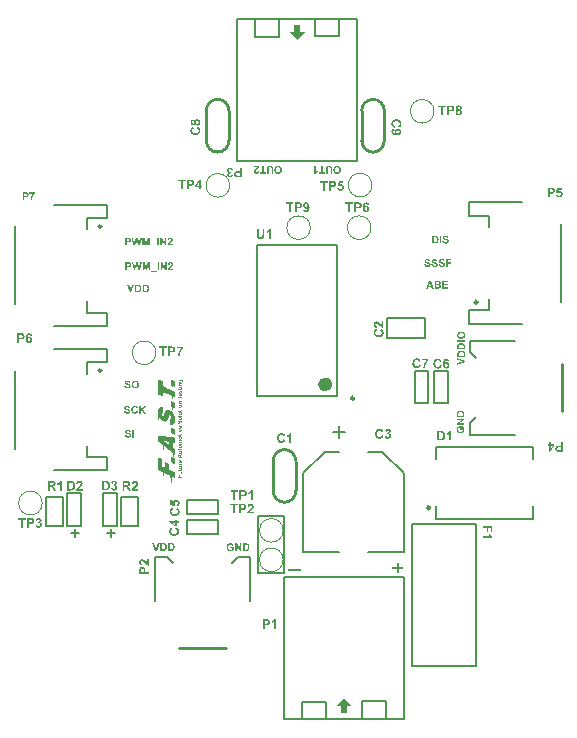
<source format=gto>
G04*
G04 #@! TF.GenerationSoftware,Altium Limited,Altium Designer,21.3.2 (30)*
G04*
G04 Layer_Color=65535*
%FSTAX25Y25*%
%MOIN*%
G70*
G04*
G04 #@! TF.SameCoordinates,B4C271EC-4B27-40F8-A0F4-B21306F732D5*
G04*
G04*
G04 #@! TF.FilePolarity,Positive*
G04*
G01*
G75*
%ADD10C,0.00984*%
%ADD11C,0.00394*%
%ADD12C,0.01000*%
%ADD13C,0.02362*%
%ADD14C,0.00500*%
%ADD15C,0.00700*%
%ADD16C,0.00787*%
%ADD17C,0.00600*%
G36*
X0570601Y0385556D02*
X0570663D01*
Y0385494D01*
X0570726D01*
Y0385369D01*
X0570788D01*
Y0385182D01*
Y038512D01*
Y0384995D01*
X0570726D01*
Y038487D01*
X0570663D01*
Y0384746D01*
X0570539D01*
Y0384683D01*
X0570352D01*
Y0384621D01*
X0570165D01*
Y0384683D01*
X0569978D01*
Y0384746D01*
X0569853D01*
Y0384808D01*
X0569791D01*
Y0384933D01*
X0569728D01*
Y0385369D01*
X0569791D01*
Y0385494D01*
X0569853D01*
Y0385556D01*
X0569978D01*
Y0385618D01*
X0570352D01*
Y0384933D01*
X0570414D01*
Y0384995D01*
X0570476D01*
Y0385057D01*
X0570539D01*
Y0385307D01*
X0570476D01*
Y0385369D01*
X0570414D01*
Y0385494D01*
X0570476D01*
Y0385556D01*
X0570539D01*
Y0385618D01*
X0570601D01*
Y0385556D01*
D02*
G37*
G36*
X0569915Y0384496D02*
X057004D01*
Y0384434D01*
X0570227D01*
Y0384371D01*
X0570352D01*
Y0384309D01*
X0570539D01*
Y0384247D01*
X0570663D01*
Y0384184D01*
X0570788D01*
Y0383935D01*
X0570726D01*
Y0383873D01*
X0570601D01*
Y038381D01*
X0570414D01*
Y0383748D01*
X0570289D01*
Y0383686D01*
X0570102D01*
Y0383623D01*
X0569978D01*
Y0383561D01*
X0569853D01*
Y0383499D01*
X0569728D01*
Y038381D01*
X0569791D01*
Y0383873D01*
X0569978D01*
Y0383935D01*
X0570165D01*
Y0383997D01*
X0570289D01*
Y038406D01*
X0570227D01*
Y0384122D01*
X0570102D01*
Y0384184D01*
X0569915D01*
Y0384247D01*
X0569728D01*
Y0384496D01*
Y0384559D01*
X0569915D01*
Y0384496D01*
D02*
G37*
G36*
X0570788Y0383124D02*
X0569728D01*
Y0383374D01*
X0570788D01*
Y0383124D01*
D02*
G37*
G36*
X0569666Y0383249D02*
Y0383187D01*
Y0383062D01*
X0569354D01*
Y0383374D01*
X0569666D01*
Y0383249D01*
D02*
G37*
G36*
X0570726Y0382875D02*
X0570788D01*
Y0382501D01*
X0570726D01*
Y0382438D01*
X0570663D01*
Y0382376D01*
X0569978D01*
Y0382252D01*
X0569728D01*
Y0382376D01*
X0569479D01*
Y0382688D01*
X0569728D01*
Y0382937D01*
X0569978D01*
Y0382688D01*
X0570476D01*
Y038275D01*
Y0382813D01*
Y0382937D01*
X0570726D01*
Y0382875D01*
D02*
G37*
G36*
X0567234Y0385057D02*
X0567359D01*
Y0384995D01*
X0567546D01*
Y0384933D01*
X0567671D01*
Y038487D01*
X0567795D01*
Y0384808D01*
X056792D01*
Y0384746D01*
X0568045D01*
Y0384683D01*
X0568107D01*
Y0384621D01*
X0568356D01*
Y0384559D01*
X0568481D01*
Y0384496D01*
X0568543D01*
Y0383748D01*
Y0383686D01*
Y0382626D01*
X0568419D01*
Y0382688D01*
X0568294D01*
Y038275D01*
X0568169D01*
Y0382813D01*
X0568045D01*
Y0382875D01*
X056792D01*
Y0382937D01*
X0567795D01*
Y0383D01*
X0567608D01*
Y0383062D01*
X0567546D01*
Y0382438D01*
X0567484D01*
Y0383124D01*
X0567359D01*
Y0383187D01*
X0567234D01*
Y0383249D01*
X0567109D01*
Y0383312D01*
X0567047D01*
Y038512D01*
X0567234D01*
Y0385057D01*
D02*
G37*
G36*
X0570414Y0382127D02*
X0570539D01*
Y0382064D01*
X0570601D01*
Y0382002D01*
X0570663D01*
Y038194D01*
X0570726D01*
Y0381815D01*
X0570788D01*
Y0381441D01*
X0570726D01*
Y0381316D01*
X0570663D01*
Y0381191D01*
X0570539D01*
Y0381129D01*
X0570414D01*
Y0381067D01*
X0570102D01*
Y0381129D01*
X0569978D01*
Y0381191D01*
X0569853D01*
Y0381254D01*
X0569791D01*
Y0381379D01*
X0569728D01*
Y0381877D01*
X0569791D01*
Y0382002D01*
X0569853D01*
Y0382064D01*
X0569915D01*
Y0382127D01*
X0570102D01*
Y0382189D01*
X0570414D01*
Y0382127D01*
D02*
G37*
G36*
X0563244Y0382314D02*
X0563742D01*
Y0382252D01*
X0564304D01*
Y0382189D01*
X0564802D01*
Y0382127D01*
X0565364D01*
Y0382064D01*
X0565862D01*
Y0382002D01*
X0566424D01*
Y038194D01*
X0566985D01*
Y0381877D01*
X0567484D01*
Y0381815D01*
X0568045D01*
Y0381753D01*
X0568543D01*
Y0379882D01*
X0568356D01*
Y0379944D01*
X0568045D01*
Y0380007D01*
X056792D01*
Y0380132D01*
X0567858D01*
Y0380506D01*
X0567795D01*
Y0378323D01*
X0567858D01*
Y0378261D01*
X056792D01*
Y0378199D01*
X0567982D01*
Y0378136D01*
X0568107D01*
Y0378074D01*
X0568169D01*
Y0378012D01*
X0568294D01*
Y0377949D01*
X0568356D01*
Y0377887D01*
X0568419D01*
Y0377824D01*
X0568543D01*
Y0377762D01*
Y03777D01*
Y0376016D01*
X0568419D01*
Y0376079D01*
X0568294D01*
Y0376141D01*
X0568232D01*
Y0376203D01*
X0568169D01*
Y0376266D01*
X0568107D01*
Y0375892D01*
X0568045D01*
Y0375268D01*
X056792D01*
Y0376453D01*
X0567858D01*
Y0376515D01*
X0567795D01*
Y0376577D01*
X0567671D01*
Y037664D01*
X0567608D01*
Y0376702D01*
X0567546D01*
Y0376765D01*
X0567484D01*
Y0376827D01*
X0567421D01*
Y0376889D01*
X0567296D01*
Y0376952D01*
X0567234D01*
Y0377014D01*
X0567172D01*
Y0377076D01*
X0567109D01*
Y0377139D01*
X0566985D01*
Y0377201D01*
X0566922D01*
Y0377263D01*
X056686D01*
Y0377326D01*
X0566798D01*
Y0377388D01*
X0566673D01*
Y037745D01*
X0566611D01*
Y0377513D01*
X0566548D01*
Y0377575D01*
X0566486D01*
Y0377638D01*
X0566361D01*
Y03777D01*
X0566299D01*
Y0377762D01*
X0566236D01*
Y0377824D01*
X0566174D01*
Y0377887D01*
X0566112D01*
Y0377949D01*
X0565987D01*
Y0378012D01*
X0565925D01*
Y0378074D01*
X0565862D01*
Y0378136D01*
X05658D01*
Y0378199D01*
X0565675D01*
Y0378261D01*
X0565613D01*
Y0378323D01*
X0565551D01*
Y0378386D01*
X0565488D01*
Y0378448D01*
X0565364D01*
Y037851D01*
X0565301D01*
Y0378573D01*
X0565239D01*
Y0378635D01*
X0565176D01*
Y0378697D01*
X0565052D01*
Y037876D01*
X0564989D01*
Y0378074D01*
X0564927D01*
Y0377887D01*
X0564865D01*
Y0379383D01*
X0564802D01*
Y0378136D01*
X056474D01*
Y0377076D01*
X0564678D01*
Y0377575D01*
X0564615D01*
Y0379071D01*
X0564553D01*
Y0379196D01*
X0564491D01*
Y0379259D01*
X0564366D01*
Y0379321D01*
X0564304D01*
Y0379383D01*
X0564241D01*
Y0379446D01*
X0564179D01*
Y0379508D01*
X0564054D01*
Y037957D01*
X0563992D01*
Y0379633D01*
X056393D01*
Y0379695D01*
X0563867D01*
Y0379757D01*
X0563742D01*
Y037982D01*
X056368D01*
Y0379882D01*
X0563618D01*
Y0379944D01*
X0563555D01*
Y0380007D01*
X0563431D01*
Y0380069D01*
X0563368D01*
Y0380132D01*
X0563306D01*
Y0380194D01*
X0563244D01*
Y0380256D01*
X0563119D01*
Y0380319D01*
X0563057D01*
Y0380256D01*
X0562994D01*
Y0379633D01*
X0562932D01*
Y0379259D01*
X056287D01*
Y0382376D01*
X0563244D01*
Y0382314D01*
D02*
G37*
G36*
X0570788Y038063D02*
X057004D01*
Y0380568D01*
X0569978D01*
Y0380381D01*
X057004D01*
Y0380319D01*
X0570788D01*
Y0380007D01*
X057004D01*
Y0379944D01*
X0569978D01*
Y0379757D01*
X057004D01*
Y0379695D01*
X0570788D01*
Y0379383D01*
X0569728D01*
Y0379695D01*
X0569791D01*
Y0379757D01*
X0569728D01*
Y0380132D01*
X0569791D01*
Y0380194D01*
X0569853D01*
Y0380256D01*
X0569791D01*
Y0380319D01*
X0569728D01*
Y0380755D01*
X0569791D01*
Y0380817D01*
X0569853D01*
Y038088D01*
X0569978D01*
Y0380942D01*
X0570788D01*
Y038063D01*
D02*
G37*
G36*
X0570352Y0379196D02*
X0570539D01*
Y0379134D01*
X0570601D01*
Y0379071D01*
X0570663D01*
Y0379009D01*
X0570726D01*
Y0378885D01*
X0570788D01*
Y0378448D01*
X0570726D01*
Y0378386D01*
X0570663D01*
Y0378261D01*
X0570601D01*
Y0378199D01*
X0570476D01*
Y0378136D01*
X057004D01*
Y0378199D01*
X0569915D01*
Y0378261D01*
X0569853D01*
Y0378323D01*
X0569791D01*
Y0378448D01*
X0569728D01*
Y0378947D01*
X0569791D01*
Y0379071D01*
X0569853D01*
Y0379134D01*
X0569978D01*
Y0379196D01*
X0570165D01*
Y0379259D01*
X0570352D01*
Y0379196D01*
D02*
G37*
G36*
X0570726Y0377949D02*
X0570788D01*
Y0377638D01*
X0570726D01*
Y0377575D01*
X0570663D01*
Y0377513D01*
X0569978D01*
Y0377388D01*
X0569728D01*
Y0377513D01*
X0569479D01*
Y0377762D01*
X0569728D01*
Y0378012D01*
X0569978D01*
Y0377762D01*
X0570476D01*
Y0377824D01*
X0570539D01*
Y0377887D01*
X0570476D01*
Y0378012D01*
X0570726D01*
Y0377949D01*
D02*
G37*
G36*
X0570788Y0376952D02*
X0570726D01*
Y0376827D01*
X0570788D01*
Y0376515D01*
X0570726D01*
Y037639D01*
X0570663D01*
Y0376328D01*
X0569728D01*
Y0376577D01*
X0570414D01*
Y037664D01*
X0570476D01*
Y0376702D01*
X0570539D01*
Y0376827D01*
X0570476D01*
Y0376889D01*
X0570414D01*
Y0376952D01*
X0569728D01*
Y0377201D01*
X0570788D01*
Y0376952D01*
D02*
G37*
G36*
Y0375892D02*
X0570663D01*
Y0375829D01*
X0570539D01*
Y0375767D01*
X0570476D01*
Y0375206D01*
X0570539D01*
Y0375143D01*
X0570726D01*
Y0375081D01*
X0570788D01*
Y0374769D01*
X0570726D01*
Y0374832D01*
X0570539D01*
Y0374894D01*
X0570414D01*
Y0374956D01*
X0570289D01*
Y0375019D01*
X0570102D01*
Y0375081D01*
X0569978D01*
Y0375143D01*
X0569853D01*
Y0375206D01*
X0569728D01*
Y0375268D01*
X0569541D01*
Y037533D01*
X0569416D01*
Y0375642D01*
X0569479D01*
Y0375705D01*
X0569666D01*
Y0375767D01*
X0569791D01*
Y0375829D01*
X0569915D01*
Y0375892D01*
X0570102D01*
Y0375954D01*
X0570227D01*
Y0376016D01*
X0570352D01*
Y0376079D01*
X0570476D01*
Y0376141D01*
X0570663D01*
Y0376203D01*
X0570788D01*
Y0375892D01*
D02*
G37*
G36*
X0570601Y0374083D02*
X0570663D01*
Y0374021D01*
X0570726D01*
Y0373896D01*
X0570788D01*
Y0373522D01*
X0570726D01*
Y0373398D01*
X0570663D01*
Y0373335D01*
X0570601D01*
Y0373273D01*
X0570539D01*
Y0373211D01*
X0570352D01*
Y0373148D01*
X0570165D01*
Y0373211D01*
X0569978D01*
Y0373273D01*
X0569853D01*
Y0373335D01*
X0569791D01*
Y037346D01*
X0569728D01*
Y0373896D01*
X0569791D01*
Y0374021D01*
X0569853D01*
Y0374083D01*
X0569978D01*
Y0374146D01*
X0570352D01*
Y037346D01*
X0570414D01*
Y0373522D01*
X0570476D01*
Y0373585D01*
X0570539D01*
Y0373834D01*
X0570476D01*
Y0373896D01*
X0570414D01*
Y0374021D01*
X0570476D01*
Y0374083D01*
X0570539D01*
Y0374146D01*
X0570601D01*
Y0374083D01*
D02*
G37*
G36*
X0567172Y0375393D02*
X0567296D01*
Y037533D01*
X0567421D01*
Y0375268D01*
X0567546D01*
Y0375206D01*
X0567733D01*
Y0375143D01*
X0567858D01*
Y0375081D01*
X0567982D01*
Y0375019D01*
X0568107D01*
Y0374956D01*
X0568232D01*
Y0374894D01*
X0568419D01*
Y0374832D01*
X0568543D01*
Y0372961D01*
X0568356D01*
Y0373024D01*
X0568294D01*
Y0371839D01*
X0568232D01*
Y0371714D01*
X0568169D01*
Y0373024D01*
X0568107D01*
Y0373148D01*
X0568045D01*
Y0373024D01*
X0567982D01*
Y0372213D01*
X056792D01*
Y0372899D01*
X0567858D01*
Y0373211D01*
X0567795D01*
Y0373273D01*
X0567671D01*
Y0373335D01*
X0567546D01*
Y0373398D01*
X0567421D01*
Y037346D01*
X0567296D01*
Y0373522D01*
X0567172D01*
Y0373585D01*
X0567047D01*
Y037533D01*
Y0375393D01*
Y0375455D01*
X0567172D01*
Y0375393D01*
D02*
G37*
G36*
X057004Y0372899D02*
X0570102D01*
Y0372836D01*
X0570165D01*
Y0372774D01*
X0570788D01*
Y0372462D01*
X0569728D01*
Y0372774D01*
X0569791D01*
Y0372836D01*
X0569728D01*
Y0373086D01*
X057004D01*
Y0372899D01*
D02*
G37*
G36*
X0570788Y0371964D02*
X0570726D01*
Y0371901D01*
X0570788D01*
Y0371527D01*
X0570726D01*
Y0371402D01*
X0570601D01*
Y037134D01*
X0569728D01*
Y0371589D01*
X0570352D01*
Y0371652D01*
X0570476D01*
Y0371714D01*
X0570539D01*
Y0371839D01*
X0570476D01*
Y0371901D01*
X0570414D01*
Y0371964D01*
X0569728D01*
Y0372275D01*
X0570788D01*
Y0371964D01*
D02*
G37*
G36*
X0570726Y0371091D02*
X0570788D01*
Y0370779D01*
X0570726D01*
Y0370716D01*
X0570663D01*
Y0370654D01*
X0569978D01*
Y0370529D01*
X0569728D01*
Y0370654D01*
X0569479D01*
Y0370903D01*
X0569728D01*
Y0371153D01*
X0569978D01*
Y0370903D01*
X0570476D01*
Y0370966D01*
X0570539D01*
Y0371028D01*
X0570476D01*
Y0371153D01*
X0570726D01*
Y0371091D01*
D02*
G37*
G36*
X0570788Y0370093D02*
X0570726D01*
Y0369968D01*
X0570788D01*
Y0369656D01*
X0570726D01*
Y0369594D01*
Y0369532D01*
X0570663D01*
Y0369469D01*
X0569728D01*
Y0369719D01*
X0570414D01*
Y0369781D01*
X0570476D01*
Y0369844D01*
X0570539D01*
Y0369968D01*
X0570476D01*
Y0370031D01*
X0570414D01*
Y0370093D01*
X0569728D01*
Y0370342D01*
X0570788D01*
Y0370093D01*
D02*
G37*
G36*
X0569666Y0368597D02*
X0569978D01*
Y036922D01*
X0570227D01*
Y0368784D01*
Y0368721D01*
Y0368597D01*
X0570788D01*
Y0368285D01*
X0569416D01*
Y0369282D01*
X0569666D01*
Y0368597D01*
D02*
G37*
G36*
X0562994Y0375081D02*
X0563119D01*
Y0375019D01*
X0563244D01*
Y0374333D01*
X0563306D01*
Y0374956D01*
X0563431D01*
Y0374894D01*
X0563555D01*
Y0374832D01*
X056368D01*
Y0374769D01*
X0563805D01*
Y0374707D01*
X056393D01*
Y0374645D01*
X0564054D01*
Y0374582D01*
X0564241D01*
Y0372088D01*
X0564366D01*
Y0372026D01*
X0564491D01*
Y0371964D01*
X0564615D01*
Y0371901D01*
X056474D01*
Y0371839D01*
X0564865D01*
Y0371776D01*
X0565052D01*
Y0371714D01*
X0565176D01*
Y0373585D01*
X0565301D01*
Y0373522D01*
X0565426D01*
Y037346D01*
X0565551D01*
Y0373398D01*
X0565738D01*
Y0373335D01*
X0565862D01*
Y0373273D01*
X0565987D01*
Y0373211D01*
X0566112D01*
Y0373148D01*
X0566236D01*
Y0373086D01*
X0566361D01*
Y0373024D01*
X0566548D01*
Y0370966D01*
X0566611D01*
Y0371028D01*
X0566673D01*
Y0370966D01*
X0566798D01*
Y0370903D01*
X0566922D01*
Y0370841D01*
X0567047D01*
Y0370779D01*
X0567172D01*
Y0370716D01*
X0567296D01*
Y0370654D01*
X0567484D01*
Y0370592D01*
X0567608D01*
Y0370529D01*
X0567733D01*
Y0370467D01*
X0567858D01*
Y0370405D01*
X0567982D01*
Y0370342D01*
X0568107D01*
Y037028D01*
X0568294D01*
Y0370218D01*
X0568419D01*
Y0370155D01*
X0568543D01*
Y0368285D01*
X0568419D01*
Y0368347D01*
X0568294D01*
Y0368409D01*
X0568169D01*
Y0368472D01*
X0568045D01*
Y0368534D01*
X0567858D01*
Y0368597D01*
X0567733D01*
Y0368659D01*
X0567608D01*
Y0368721D01*
X0567484D01*
Y0368347D01*
X0567421D01*
Y0366851D01*
X0567359D01*
Y0366476D01*
X0567296D01*
Y0367599D01*
X0567234D01*
Y0368908D01*
X0567047D01*
Y0368409D01*
X0566985D01*
Y0367287D01*
X0566922D01*
Y0367661D01*
X056686D01*
Y0369033D01*
X0566798D01*
Y0369095D01*
X0566673D01*
Y0369158D01*
X0566548D01*
Y036922D01*
X0566424D01*
Y0369282D01*
X0566236D01*
Y0369345D01*
X0566112D01*
Y0369407D01*
X0565987D01*
Y0369469D01*
X0565862D01*
Y0369532D01*
X0565738D01*
Y0369594D01*
X0565613D01*
Y0369656D01*
X0565426D01*
Y0369719D01*
X0565301D01*
Y0369781D01*
X0565176D01*
Y0369844D01*
X0565052D01*
Y0369906D01*
X0564927D01*
Y0369968D01*
X0564802D01*
Y0370031D01*
X056474D01*
Y0369407D01*
X0564678D01*
Y0368784D01*
X0564615D01*
Y0368472D01*
X0564553D01*
Y0370093D01*
X0564491D01*
Y0370155D01*
X0564366D01*
Y0370218D01*
X0564241D01*
Y037028D01*
X0564116D01*
Y0370342D01*
X0563992D01*
Y0370405D01*
X0563805D01*
Y0370467D01*
X056368D01*
Y0370529D01*
X0563555D01*
Y0370592D01*
X0563431D01*
Y0370654D01*
X0563306D01*
Y0370716D01*
X0563181D01*
Y0370779D01*
X0563057D01*
Y0370841D01*
X056287D01*
Y0375143D01*
X0562994D01*
Y0375081D01*
D02*
G37*
G36*
X06275Y02923D02*
X0626D01*
Y02898D01*
X0624D01*
Y02923D01*
X06225D01*
X0625Y02948D01*
X06275Y02923D01*
D02*
G37*
G36*
X06102Y05168D02*
X06117D01*
X06092Y05143D01*
X06067Y05168D01*
X06082D01*
Y05193D01*
X06102D01*
Y05168D01*
D02*
G37*
G36*
X0570788Y0400957D02*
X0570913D01*
Y0400895D01*
X0570975D01*
Y040077D01*
X0571037D01*
Y0400146D01*
X0570975D01*
Y0400022D01*
X0570788D01*
Y0400084D01*
X0570726D01*
Y0400209D01*
X0570788D01*
Y0400645D01*
X0570726D01*
Y0400707D01*
X0570601D01*
Y0400645D01*
X0570663D01*
Y0400146D01*
X0570601D01*
Y0400084D01*
X0570539D01*
Y0400022D01*
X0570414D01*
Y0399959D01*
X0569978D01*
Y0400022D01*
X0569853D01*
Y0400084D01*
X0569791D01*
Y0400209D01*
X0569728D01*
Y0400645D01*
X0569791D01*
Y0400707D01*
X0569728D01*
Y0401019D01*
X0570788D01*
Y0400957D01*
D02*
G37*
G36*
Y0399523D02*
X0570102D01*
Y0399461D01*
X057004D01*
Y0399398D01*
X0569978D01*
Y0399273D01*
X057004D01*
Y0399211D01*
X0570102D01*
Y0399149D01*
X0570788D01*
Y0398837D01*
X0569728D01*
Y0399149D01*
X0569791D01*
Y0399211D01*
X0569728D01*
Y0399648D01*
X0569791D01*
Y039971D01*
X0569853D01*
Y0399772D01*
X0570788D01*
Y0399523D01*
D02*
G37*
G36*
X0567234Y0400957D02*
X0567359D01*
Y0400895D01*
X0567484D01*
Y0400832D01*
X0567608D01*
Y040077D01*
X0567795D01*
Y0400707D01*
X056792D01*
Y0400645D01*
X0568045D01*
Y0400583D01*
X0568169D01*
Y0400521D01*
X0568294D01*
Y0400458D01*
X0568419D01*
Y0400396D01*
X0568543D01*
Y0398525D01*
X0568419D01*
Y0398588D01*
X0568294D01*
Y039865D01*
X0568169D01*
Y0398712D01*
X0568045D01*
Y0398775D01*
X0567858D01*
Y0398837D01*
X0567795D01*
Y039865D01*
X0567733D01*
Y0397902D01*
X0567671D01*
Y039865D01*
X0567608D01*
Y0398588D01*
Y0398338D01*
X0567546D01*
Y0398463D01*
X0567484D01*
Y03984D01*
X0567421D01*
Y0399024D01*
X0567359D01*
Y0399086D01*
X0567234D01*
Y0399149D01*
X0567109D01*
Y0401019D01*
X0567234D01*
Y0400957D01*
D02*
G37*
G36*
X0570788Y0398338D02*
X0569728D01*
Y039865D01*
X0570788D01*
Y0398338D01*
D02*
G37*
G36*
X0569666D02*
X0569354D01*
Y039865D01*
X0569666D01*
Y0398338D01*
D02*
G37*
G36*
X0569978Y0397902D02*
X0570476D01*
Y0397964D01*
X0570539D01*
Y0398026D01*
X0570476D01*
Y0398151D01*
X0570788D01*
Y0397777D01*
X0570726D01*
Y0397715D01*
X0570663D01*
Y0397652D01*
X0569978D01*
Y0397528D01*
X0569728D01*
Y0397652D01*
X0569479D01*
Y0397902D01*
X0569728D01*
Y0398214D01*
X0569978D01*
Y0397902D01*
D02*
G37*
G36*
X0570601Y0397403D02*
X0570663D01*
Y0397341D01*
X0570726D01*
Y0397278D01*
X0570788D01*
Y0396842D01*
X0570726D01*
Y0396717D01*
X0570663D01*
Y0396592D01*
X0570539D01*
Y0396655D01*
X0570476D01*
Y0396717D01*
X0570414D01*
Y0396779D01*
X0570476D01*
Y0396904D01*
X0570539D01*
Y0397153D01*
X0570414D01*
Y0397029D01*
X0570352D01*
Y0396842D01*
X0570289D01*
Y0396717D01*
X0570165D01*
Y0396655D01*
X0569915D01*
Y0396717D01*
X0569791D01*
Y0396842D01*
X0569728D01*
Y0397278D01*
X0569791D01*
Y0397403D01*
X0569978D01*
Y0397341D01*
X057004D01*
Y0397216D01*
X0569978D01*
Y0396966D01*
X0570102D01*
Y0397153D01*
X0570165D01*
Y0397341D01*
X0570227D01*
Y0397403D01*
X0570352D01*
Y0397465D01*
X0570601D01*
Y0397403D01*
D02*
G37*
G36*
X0570352Y0395844D02*
X0570414D01*
Y0395906D01*
X0570476D01*
Y0395969D01*
X0570539D01*
Y0396218D01*
X0570476D01*
Y0396281D01*
X0570414D01*
Y0396405D01*
X0570476D01*
Y0396468D01*
X0570663D01*
Y0396405D01*
X0570726D01*
Y0396281D01*
X0570788D01*
Y0395844D01*
X0570726D01*
Y0395719D01*
X0570663D01*
Y0395657D01*
X0570601D01*
Y0395595D01*
X0570476D01*
Y0395532D01*
X057004D01*
Y0395595D01*
X0569915D01*
Y0395657D01*
X0569853D01*
Y0395719D01*
X0569791D01*
Y0395782D01*
X0569728D01*
Y0396281D01*
X0569791D01*
Y0396343D01*
X0569853D01*
Y0396405D01*
X0569915D01*
Y0396468D01*
X057004D01*
Y039653D01*
X0570352D01*
Y0395844D01*
D02*
G37*
G36*
X0562994Y0401082D02*
X0563119D01*
Y0401019D01*
X0563244D01*
Y0400957D01*
X0563368D01*
Y0400895D01*
X0563431D01*
Y0400707D01*
X0563493D01*
Y0400333D01*
X0563555D01*
Y0400832D01*
X056368D01*
Y040077D01*
X0563805D01*
Y0400707D01*
X056393D01*
Y0400645D01*
X0564054D01*
Y0400583D01*
X0564179D01*
Y0400521D01*
X0564304D01*
Y0400458D01*
X0564366D01*
Y0398837D01*
X0564553D01*
Y0398775D01*
X0564678D01*
Y0398712D01*
X0564802D01*
Y039865D01*
X0564927D01*
Y0398588D01*
X0565052D01*
Y0398525D01*
X0565176D01*
Y0398463D01*
X0565364D01*
Y03984D01*
X0565488D01*
Y0398338D01*
X0565613D01*
Y0398276D01*
X0565738D01*
Y0398214D01*
X0565862D01*
Y0398151D01*
X0565987D01*
Y0398089D01*
X0566112D01*
Y0398026D01*
X0566299D01*
Y0397964D01*
X0566424D01*
Y0397902D01*
X0566548D01*
Y0397839D01*
X0566673D01*
Y0397777D01*
X0566798D01*
Y0397715D01*
X0566922D01*
Y0397652D01*
X0567109D01*
Y039759D01*
X0567234D01*
Y0397528D01*
X0567359D01*
Y0397465D01*
X0567484D01*
Y0397403D01*
X0567608D01*
Y0397341D01*
X0567733D01*
Y0397278D01*
X056792D01*
Y0397216D01*
X0568045D01*
Y0397153D01*
X0568169D01*
Y0397091D01*
X0568294D01*
Y0397029D01*
X0568419D01*
Y0396966D01*
X0568543D01*
Y0395096D01*
X0568419D01*
Y0395158D01*
X0568294D01*
Y0395221D01*
X0568169D01*
Y0395283D01*
X0568045D01*
Y0395345D01*
X056792D01*
Y0395408D01*
X0567795D01*
Y0394659D01*
X0567733D01*
Y0393911D01*
X0567671D01*
Y0394722D01*
X0567608D01*
Y0395532D01*
X0567484D01*
Y0394597D01*
X0567421D01*
Y0394348D01*
X0567359D01*
Y0395595D01*
X0567296D01*
Y0395657D01*
X0567234D01*
Y0395719D01*
X0567109D01*
Y0395782D01*
X0566985D01*
Y0395844D01*
X056686D01*
Y0395906D01*
X0566673D01*
Y0395969D01*
X0566548D01*
Y0396031D01*
X0566424D01*
Y0396094D01*
X0566299D01*
Y0396156D01*
X0566174D01*
Y0396218D01*
X0566049D01*
Y0396281D01*
X0565862D01*
Y0396343D01*
X05658D01*
Y0395657D01*
X0565738D01*
Y0395158D01*
X0565675D01*
Y0396405D01*
X0565613D01*
Y0396468D01*
X0565488D01*
Y039653D01*
X0565364D01*
Y0396592D01*
X0565239D01*
Y0396655D01*
X0565114D01*
Y0396717D01*
X0564927D01*
Y0396779D01*
X0564802D01*
Y0396842D01*
X056474D01*
Y0395969D01*
X0564678D01*
Y0396468D01*
X0564615D01*
Y0396904D01*
X0564553D01*
Y0396966D01*
X0564428D01*
Y0397029D01*
X0564366D01*
Y039547D01*
X0564179D01*
Y0395532D01*
X0564054D01*
Y0395595D01*
X056393D01*
Y0395657D01*
X0563805D01*
Y0395719D01*
X056368D01*
Y0395782D01*
X0563555D01*
Y0395844D01*
X0563368D01*
Y0395906D01*
X0563244D01*
Y0395969D01*
X0563119D01*
Y0396031D01*
X0562994D01*
Y0396094D01*
X056287D01*
Y0401144D01*
X0562994D01*
Y0401082D01*
D02*
G37*
G36*
X0569666Y0395158D02*
X0570788D01*
Y0394909D01*
X0569666D01*
Y0394472D01*
X0569416D01*
Y0394722D01*
Y0394784D01*
Y0395595D01*
X0569666D01*
Y0395158D01*
D02*
G37*
G36*
X0570788Y0393475D02*
X057004D01*
Y0393412D01*
X0569978D01*
Y0393225D01*
X057004D01*
Y0393163D01*
X0570788D01*
Y0392851D01*
X0569728D01*
Y0393163D01*
X0569791D01*
Y0393225D01*
X0569728D01*
Y03936D01*
X0569791D01*
Y0393724D01*
X0569915D01*
Y0393787D01*
X0570788D01*
Y0393475D01*
D02*
G37*
G36*
X0570352Y0392664D02*
X0570539D01*
Y0392602D01*
X0570601D01*
Y039254D01*
X0570663D01*
Y0392477D01*
X0570726D01*
Y0392352D01*
X0570788D01*
Y0391916D01*
X0570726D01*
Y0391791D01*
X0570663D01*
Y0391729D01*
X0570601D01*
Y0391667D01*
X0570476D01*
Y0391604D01*
X057004D01*
Y0391667D01*
X0569915D01*
Y0391729D01*
X0569853D01*
Y0391791D01*
X0569791D01*
Y0391916D01*
X0569728D01*
Y0392415D01*
X0569791D01*
Y0392477D01*
X0569853D01*
Y0392602D01*
X0569978D01*
Y0392664D01*
X0570165D01*
Y0392726D01*
X0570352D01*
Y0392664D01*
D02*
G37*
G36*
X0567172Y0393849D02*
X0567296D01*
Y0393787D01*
X0567421D01*
Y0393724D01*
X0567608D01*
Y0393662D01*
X0567733D01*
Y03936D01*
X0567858D01*
Y0393537D01*
X0567982D01*
Y0393475D01*
X0568107D01*
Y0393412D01*
X0568232D01*
Y039335D01*
X0568419D01*
Y0393288D01*
X0568543D01*
Y0391417D01*
X0568356D01*
Y0391479D01*
X0568232D01*
Y0391542D01*
X0568107D01*
Y0391604D01*
X0567982D01*
Y0391667D01*
X0567858D01*
Y0391729D01*
X0567733D01*
Y0391043D01*
X0567671D01*
Y0390794D01*
X0567608D01*
Y0391791D01*
X0567546D01*
Y0391854D01*
X0567484D01*
Y0391293D01*
X0567421D01*
Y0391667D01*
X0567359D01*
Y0391916D01*
X0567296D01*
Y0391978D01*
X0567172D01*
Y0392041D01*
X0567047D01*
Y0393911D01*
X0567172D01*
Y0393849D01*
D02*
G37*
G36*
X0570788Y0391168D02*
X0569728D01*
Y0391417D01*
X0570788D01*
Y0391168D01*
D02*
G37*
G36*
X0569666Y039123D02*
Y0391168D01*
X0569354D01*
Y0391417D01*
X0569666D01*
Y039123D01*
D02*
G37*
G36*
X0570726Y0390918D02*
X0570788D01*
Y0390544D01*
X0570726D01*
Y0390482D01*
X0570601D01*
Y039042D01*
X0569978D01*
Y0390295D01*
X0569728D01*
Y039042D01*
X0569479D01*
Y0390669D01*
Y0390731D01*
X0569728D01*
Y0390981D01*
X0569978D01*
Y0390731D01*
X0570476D01*
Y0390981D01*
X0570726D01*
Y0390918D01*
D02*
G37*
G36*
X0570788Y0389858D02*
X0570726D01*
Y0389796D01*
X0570788D01*
Y0389422D01*
X0570726D01*
Y038936D01*
X0570663D01*
Y0389297D01*
X0570601D01*
Y0389235D01*
X0569728D01*
Y0389547D01*
X0570476D01*
Y0389671D01*
X0570539D01*
Y0389734D01*
X0570476D01*
Y0389858D01*
X0569728D01*
Y039017D01*
X0570788D01*
Y0389858D01*
D02*
G37*
G36*
Y0388923D02*
Y0388861D01*
Y0388736D01*
X0569354D01*
Y0389048D01*
X0570788D01*
Y0388923D01*
D02*
G37*
G36*
X0570476Y0388487D02*
X0570601D01*
Y0388424D01*
X0570663D01*
Y0388362D01*
X0570726D01*
Y0388237D01*
X0570788D01*
Y0387801D01*
X0570726D01*
Y0387676D01*
X0570663D01*
Y0387614D01*
X0570601D01*
Y0387551D01*
X0570476D01*
Y0387489D01*
X0569978D01*
Y0387551D01*
X0569915D01*
Y0387614D01*
X0569853D01*
Y0387676D01*
X0569791D01*
Y0387801D01*
X0569728D01*
Y0388175D01*
Y0388237D01*
X0569791D01*
Y0388362D01*
X0569853D01*
Y0388424D01*
X0569915D01*
Y0388487D01*
X0569978D01*
Y0388549D01*
X0570476D01*
Y0388487D01*
D02*
G37*
G36*
Y0387302D02*
X0570601D01*
Y038724D01*
X0570663D01*
Y0387177D01*
X0570726D01*
Y0387053D01*
X0570788D01*
Y0386616D01*
X0570726D01*
Y0386491D01*
X0570663D01*
Y0386367D01*
X0570601D01*
Y0386304D01*
X0570476D01*
Y0386367D01*
X0570414D01*
Y0386429D01*
X0570352D01*
Y0386554D01*
X0570414D01*
Y0386616D01*
X0570476D01*
Y0386803D01*
X0570539D01*
Y0386928D01*
X0570476D01*
Y0387053D01*
X0570289D01*
Y0386928D01*
X0570227D01*
Y0386678D01*
X0570165D01*
Y0386491D01*
X0570102D01*
Y0386429D01*
X057004D01*
Y0386367D01*
X0569603D01*
Y0386429D01*
X0569541D01*
Y0386491D01*
X0569479D01*
Y0386554D01*
X0569416D01*
Y0386678D01*
Y0386741D01*
Y0387115D01*
X0569479D01*
Y038724D01*
X0569541D01*
Y0387302D01*
X0569666D01*
Y038724D01*
X0569791D01*
Y0387053D01*
X0569728D01*
Y0386928D01*
X0569666D01*
Y0386678D01*
X0569728D01*
Y0386616D01*
X0569853D01*
Y0386678D01*
X0569915D01*
Y0386865D01*
X0569978D01*
Y0387115D01*
X057004D01*
Y038724D01*
X0570102D01*
Y0387302D01*
X0570227D01*
Y0387364D01*
X0570476D01*
Y0387302D01*
D02*
G37*
G36*
X0564179Y0391791D02*
X0564491D01*
Y0391729D01*
X0564615D01*
Y0390045D01*
X0564491D01*
Y0390108D01*
X0564366D01*
Y0390045D01*
X0564241D01*
Y0389921D01*
X0564179D01*
Y0389297D01*
X0564241D01*
Y0389173D01*
X0564304D01*
Y0389048D01*
X0564428D01*
Y0388985D01*
X0564678D01*
Y038911D01*
X056474D01*
Y0389173D01*
X0564802D01*
Y038936D01*
X0564865D01*
Y0389547D01*
X0564927D01*
Y0389734D01*
X0564989D01*
Y0389921D01*
X0565052D01*
Y039017D01*
X0565114D01*
Y0390295D01*
X0565176D01*
Y0390482D01*
X0565239D01*
Y0390607D01*
X0565301D01*
Y0390669D01*
X0565364D01*
Y0390731D01*
X0565426D01*
Y0390856D01*
X0565551D01*
Y0390232D01*
X0565613D01*
Y0390981D01*
X0565738D01*
Y0391043D01*
X0566424D01*
Y0390981D01*
X0566548D01*
Y0390918D01*
X0566735D01*
Y0390856D01*
X056686D01*
Y0390794D01*
X0566922D01*
Y0390731D01*
X0567047D01*
Y0390669D01*
X0567172D01*
Y0390607D01*
X0567234D01*
Y0390544D01*
X0567296D01*
Y0390482D01*
X0567359D01*
Y039042D01*
X0567484D01*
Y0390357D01*
X0567546D01*
Y0390295D01*
X0567608D01*
Y0390232D01*
X0567671D01*
Y0390108D01*
X0567733D01*
Y0390045D01*
X0567795D01*
Y0389983D01*
X0567858D01*
Y0389858D01*
X056792D01*
Y0389796D01*
X0567982D01*
Y0389671D01*
X0568045D01*
Y0389609D01*
X0568107D01*
Y0389484D01*
X0568169D01*
Y0389297D01*
X0568232D01*
Y0389173D01*
X0568294D01*
Y0388985D01*
X0568356D01*
Y0388736D01*
X0568419D01*
Y0388487D01*
X0568481D01*
Y0387926D01*
X0568543D01*
Y0387364D01*
X0568481D01*
Y038699D01*
X0568419D01*
Y0386741D01*
X0568356D01*
Y0386554D01*
X0568294D01*
Y038593D01*
X0568232D01*
Y0385743D01*
X0568169D01*
Y0386367D01*
X0568107D01*
Y0386304D01*
X0568045D01*
Y0386242D01*
X0567982D01*
Y038618D01*
X056792D01*
Y0386117D01*
X0567795D01*
Y0386055D01*
X0567546D01*
Y0385993D01*
X0567109D01*
Y0386055D01*
X056686D01*
Y0386117D01*
X0566673D01*
Y0387738D01*
Y0387801D01*
X0566985D01*
Y0387863D01*
X0567109D01*
Y0387926D01*
X0567172D01*
Y0388112D01*
X0567234D01*
Y0388549D01*
X0567172D01*
Y0388798D01*
X0567109D01*
Y0388923D01*
X0567047D01*
Y0388985D01*
X0566985D01*
Y0389048D01*
X0566922D01*
Y038911D01*
X0566798D01*
Y0389173D01*
X0566673D01*
Y038911D01*
X0566611D01*
Y0389048D01*
X0566548D01*
Y0388923D01*
X0566486D01*
Y0388736D01*
X0566424D01*
Y0388549D01*
X0566361D01*
Y03883D01*
X0566299D01*
Y038805D01*
X0566236D01*
Y0386865D01*
X0566174D01*
Y0387115D01*
X0566112D01*
Y0387614D01*
X0566049D01*
Y0387489D01*
X0565987D01*
Y0387427D01*
X0565925D01*
Y0387364D01*
X0565862D01*
Y0387302D01*
X05658D01*
Y038724D01*
X0565738D01*
Y0387177D01*
X0565613D01*
Y0387115D01*
X0565426D01*
Y0387053D01*
X0565052D01*
Y0387115D01*
X0564802D01*
Y0387177D01*
X0564615D01*
Y038724D01*
X0564491D01*
Y0387302D01*
X0564366D01*
Y0387364D01*
X0564304D01*
Y0387427D01*
X0564179D01*
Y0387489D01*
X0564116D01*
Y0387551D01*
X0563992D01*
Y0387614D01*
X056393D01*
Y0387177D01*
X0563867D01*
Y038618D01*
X0563805D01*
Y0386678D01*
X0563742D01*
Y0387863D01*
X056368D01*
Y0387926D01*
X0563618D01*
Y0387988D01*
X0563555D01*
Y0388112D01*
X0563493D01*
Y0388175D01*
X0563431D01*
Y03883D01*
X0563368D01*
Y0388362D01*
X0563306D01*
Y0388487D01*
X0563244D01*
Y0388611D01*
X0563181D01*
Y038911D01*
X0563119D01*
Y0388923D01*
X0563057D01*
Y0387614D01*
X0562994D01*
Y0387738D01*
X0562932D01*
Y0389297D01*
X056287D01*
Y0390794D01*
X0562932D01*
Y0391105D01*
X0562994D01*
Y039123D01*
X0563057D01*
Y0391355D01*
X0563119D01*
Y0391479D01*
X0563181D01*
Y0391542D01*
X0563244D01*
Y0391604D01*
X0563306D01*
Y0391667D01*
X0563431D01*
Y0391729D01*
X0563555D01*
Y0391791D01*
X0563805D01*
Y0391854D01*
X0564179D01*
Y0391791D01*
D02*
G37*
G36*
X0602104Y0317992D02*
X0601489D01*
Y0320307D01*
X0601485Y0320302D01*
X0601475Y0320293D01*
X0601457Y0320279D01*
X0601429Y0320256D01*
X0601397Y0320228D01*
X060136Y0320201D01*
X0601314Y0320168D01*
X0601263Y0320131D01*
X0601207Y0320094D01*
X0601147Y0320057D01*
X0601083Y0320016D01*
X0601013Y0319979D01*
X0600866Y031991D01*
X0600699Y0319845D01*
Y0320399D01*
X0600704D01*
X0600708Y0320404D01*
X0600722Y0320409D01*
X0600741Y0320413D01*
X0600787Y0320436D01*
X0600852Y0320464D01*
X060093Y0320501D01*
X0601018Y0320552D01*
X0601115Y0320616D01*
X0601217Y032069D01*
X0601221Y0320695D01*
X0601231Y03207D01*
X0601244Y0320713D01*
X0601263Y0320732D01*
X0601314Y0320778D01*
X0601369Y0320838D01*
X0601434Y0320912D01*
X0601499Y0321005D01*
X0601559Y0321101D01*
X0601605Y0321208D01*
X0602104D01*
Y0317992D01*
D02*
G37*
G36*
X0598925Y0321185D02*
X0599045D01*
X0599175Y0321175D01*
X0599304Y0321166D01*
X059936Y0321162D01*
X0599415Y0321157D01*
X0599461Y0321148D01*
X0599498Y0321139D01*
X0599503D01*
X0599512Y0321134D01*
X0599526Y0321129D01*
X0599544Y0321125D01*
X0599595Y0321101D01*
X059966Y0321074D01*
X0599729Y0321032D01*
X0599808Y0320977D01*
X0599882Y0320907D01*
X0599955Y0320824D01*
Y032082D01*
X0599965Y0320815D01*
X0599974Y0320801D01*
X0599983Y0320783D01*
X0600002Y0320755D01*
X0600015Y0320727D01*
X0600034Y0320695D01*
X0600052Y0320658D01*
X0600085Y0320566D01*
X0600117Y0320464D01*
X0600136Y0320339D01*
X0600145Y0320205D01*
Y0320201D01*
Y0320191D01*
Y0320178D01*
Y0320154D01*
X060014Y0320131D01*
Y0320099D01*
X0600131Y0320034D01*
X0600117Y0319956D01*
X0600099Y0319868D01*
X0600071Y0319785D01*
X0600034Y0319706D01*
X0600029Y0319697D01*
X0600015Y0319674D01*
X0599992Y0319637D01*
X059996Y0319591D01*
X0599923Y0319545D01*
X0599872Y0319489D01*
X0599822Y0319438D01*
X0599761Y0319392D01*
X0599752Y0319388D01*
X0599734Y0319374D01*
X0599701Y0319355D01*
X059966Y0319332D01*
X0599609Y0319304D01*
X0599553Y0319281D01*
X0599493Y0319258D01*
X0599429Y031924D01*
X0599419D01*
X0599406Y0319235D01*
X0599387D01*
X0599364Y031923D01*
X0599332Y0319226D01*
X0599299Y0319221D01*
X0599258D01*
X0599216Y0319216D01*
X0599165Y0319212D01*
X059911Y0319207D01*
X059905Y0319203D01*
X0598985D01*
X0598916Y0319198D01*
X0598343D01*
Y0317992D01*
X0597696D01*
Y0321189D01*
X0598874D01*
X0598925Y0321185D01*
D02*
G37*
G36*
X0552906Y0384353D02*
X0552947Y0384349D01*
X0552995Y0384346D01*
X0553043Y0384338D01*
X0553099Y0384331D01*
X0553217Y0384305D01*
X0553276Y0384286D01*
X0553336Y0384268D01*
X0553395Y0384242D01*
X055345Y0384212D01*
X0553502Y0384179D01*
X055355Y0384142D01*
X0553554Y0384138D01*
X0553561Y0384131D01*
X0553572Y038412D01*
X0553587Y0384105D01*
X0553606Y0384083D01*
X0553628Y0384057D01*
X055365Y0384027D01*
X0553676Y0383994D01*
X0553698Y0383953D01*
X055372Y0383913D01*
X0553743Y0383864D01*
X0553761Y0383813D01*
X055378Y0383761D01*
X0553794Y0383702D01*
X0553805Y0383643D01*
X0553809Y0383576D01*
X0553291Y0383557D01*
Y0383561D01*
Y0383565D01*
X0553284Y0383591D01*
X0553276Y0383624D01*
X0553262Y0383665D01*
X0553243Y0383713D01*
X0553217Y0383757D01*
X0553184Y0383802D01*
X0553147Y0383839D01*
X0553143Y0383842D01*
X0553128Y0383853D01*
X0553102Y0383868D01*
X0553065Y0383883D01*
X0553021Y0383898D01*
X0552965Y0383913D01*
X0552899Y0383924D01*
X0552821Y0383927D01*
X0552784D01*
X0552743Y0383924D01*
X0552695Y0383916D01*
X055264Y0383905D01*
X0552581Y0383887D01*
X0552525Y0383864D01*
X0552473Y0383831D01*
X055247Y0383827D01*
X0552462Y038382D01*
X0552448Y0383809D01*
X0552433Y038379D01*
X0552418Y0383768D01*
X0552403Y0383739D01*
X0552396Y0383709D01*
X0552392Y0383672D01*
Y0383668D01*
Y0383657D01*
X0552396Y0383639D01*
X0552403Y038362D01*
X0552411Y0383594D01*
X0552422Y0383569D01*
X055244Y0383543D01*
X0552466Y0383517D01*
X055247Y0383513D01*
X0552488Y0383502D01*
X0552499Y0383494D01*
X0552518Y0383487D01*
X0552536Y0383476D01*
X0552562Y0383465D01*
X0552592Y0383454D01*
X0552625Y0383439D01*
X0552666Y0383424D01*
X0552706Y0383409D01*
X0552758Y0383395D01*
X0552814Y038338D01*
X0552873Y0383365D01*
X055294Y0383347D01*
X0552943D01*
X0552958Y0383343D01*
X0552977Y0383339D01*
X0553003Y0383332D01*
X0553032Y0383324D01*
X0553069Y0383313D01*
X055311Y0383302D01*
X0553151Y0383291D01*
X0553239Y0383261D01*
X0553332Y0383232D01*
X0553421Y0383198D01*
X0553458Y038318D01*
X0553495Y0383161D01*
X0553498D01*
X0553502Y0383158D01*
X0553524Y0383143D01*
X0553557Y0383121D01*
X0553598Y0383091D01*
X0553643Y0383054D01*
X0553691Y038301D01*
X0553739Y0382958D01*
X055378Y0382899D01*
X0553783Y0382891D01*
X0553794Y0382869D01*
X0553813Y0382836D01*
X0553831Y0382788D01*
X055385Y0382729D01*
X0553868Y0382658D01*
X0553879Y0382581D01*
X0553883Y0382492D01*
Y0382488D01*
Y0382481D01*
Y038247D01*
Y0382455D01*
X0553879Y0382436D01*
X0553876Y038241D01*
X0553868Y0382359D01*
X0553854Y0382292D01*
X0553831Y0382222D01*
X0553798Y0382151D01*
X0553757Y0382077D01*
Y0382074D01*
X055375Y038207D01*
X0553735Y0382048D01*
X0553706Y0382011D01*
X0553668Y038197D01*
X055362Y0381922D01*
X0553557Y0381878D01*
X0553491Y0381833D01*
X0553409Y0381792D01*
X0553406D01*
X0553398Y0381789D01*
X0553387Y0381785D01*
X0553369Y0381778D01*
X0553347Y038177D01*
X0553321Y0381763D01*
X0553291Y0381755D01*
X0553258Y0381748D01*
X0553217Y0381737D01*
X0553176Y038173D01*
X055308Y0381715D01*
X0552973Y0381704D01*
X0552854Y03817D01*
X0552806D01*
X0552773Y0381704D01*
X0552732Y0381707D01*
X0552688Y0381711D01*
X0552636Y0381718D01*
X0552581Y038173D01*
X0552459Y0381755D01*
X0552396Y0381774D01*
X0552337Y0381792D01*
X0552274Y0381818D01*
X0552214Y0381848D01*
X0552159Y0381881D01*
X0552107Y0381922D01*
X0552103Y0381926D01*
X0552096Y0381933D01*
X0552081Y0381944D01*
X0552066Y0381963D01*
X0552044Y0381989D01*
X0552022Y0382018D01*
X0551996Y0382051D01*
X055197Y0382088D01*
X0551944Y0382133D01*
X0551918Y0382181D01*
X0551893Y0382237D01*
X0551867Y0382296D01*
X0551848Y0382359D01*
X0551826Y0382429D01*
X0551811Y0382503D01*
X05518Y0382581D01*
X0552303Y0382629D01*
Y0382625D01*
X0552307Y0382618D01*
Y0382603D01*
X0552311Y0382588D01*
X0552325Y0382544D01*
X0552344Y0382488D01*
X0552366Y0382425D01*
X0552399Y0382362D01*
X0552436Y0382307D01*
X0552485Y0382255D01*
X0552492Y0382251D01*
X055251Y0382237D01*
X055254Y0382218D01*
X0552584Y0382196D01*
X055264Y0382174D01*
X0552703Y0382155D01*
X0552777Y038214D01*
X0552862Y0382137D01*
X0552903D01*
X0552947Y0382144D01*
X0553003Y0382151D01*
X0553062Y0382162D01*
X0553125Y0382181D01*
X0553184Y0382207D01*
X0553236Y038224D01*
X0553243Y0382244D01*
X0553258Y0382259D01*
X0553276Y0382281D01*
X0553302Y0382311D01*
X0553324Y0382347D01*
X0553347Y0382392D01*
X0553361Y0382436D01*
X0553365Y0382488D01*
Y0382492D01*
Y0382503D01*
X0553361Y0382521D01*
X0553358Y0382544D01*
X055335Y0382566D01*
X0553343Y0382592D01*
X0553328Y0382618D01*
X055331Y0382644D01*
X0553306Y0382647D01*
X0553299Y0382655D01*
X0553287Y0382666D01*
X0553269Y0382681D01*
X0553243Y0382699D01*
X055321Y0382717D01*
X0553173Y0382736D01*
X0553125Y0382754D01*
X0553121D01*
X0553106Y0382762D01*
X055308Y0382769D01*
X0553062Y0382777D01*
X055304Y038278D01*
X0553014Y0382788D01*
X0552984Y0382799D01*
X0552951Y0382806D01*
X0552914Y0382817D01*
X0552869Y0382828D01*
X0552821Y038284D01*
X0552769Y0382854D01*
X055271Y0382869D01*
X0552706D01*
X0552692Y0382873D01*
X0552669Y038288D01*
X0552644Y0382888D01*
X055261Y0382899D01*
X055257Y038291D01*
X0552529Y0382925D01*
X0552481Y038294D01*
X0552385Y0382977D01*
X0552292Y0383021D01*
X0552244Y0383043D01*
X0552203Y0383069D01*
X0552163Y0383095D01*
X0552129Y0383121D01*
X0552126Y0383124D01*
X0552118Y0383132D01*
X0552107Y0383143D01*
X0552092Y0383158D01*
X0552074Y038318D01*
X0552055Y0383206D01*
X0552033Y0383232D01*
X0552015Y0383265D01*
X055197Y0383343D01*
X0551933Y0383432D01*
X0551918Y038348D01*
X0551907Y0383528D01*
X05519Y0383583D01*
X0551896Y0383639D01*
Y0383643D01*
Y0383646D01*
Y0383657D01*
Y0383672D01*
X0551904Y0383709D01*
X0551911Y0383757D01*
X0551922Y0383813D01*
X0551941Y0383876D01*
X0551966Y0383942D01*
X0552003Y0384005D01*
Y0384009D01*
X0552007Y0384013D01*
X0552026Y0384035D01*
X0552048Y0384064D01*
X0552085Y0384101D01*
X0552129Y0384142D01*
X0552185Y0384186D01*
X0552248Y0384227D01*
X0552322Y0384264D01*
X0552325D01*
X0552333Y0384268D01*
X0552344Y0384272D01*
X0552359Y0384279D01*
X0552381Y0384286D01*
X0552403Y0384294D01*
X0552433Y0384301D01*
X0552466Y0384312D01*
X055254Y0384327D01*
X0552625Y0384342D01*
X0552721Y0384353D01*
X0552829Y0384357D01*
X0552873D01*
X0552906Y0384353D01*
D02*
G37*
G36*
X0554823Y0381748D02*
X0554305D01*
Y0384309D01*
X0554823D01*
Y0381748D01*
D02*
G37*
G36*
X0552606Y0392353D02*
X0552647Y0392349D01*
X0552695Y0392345D01*
X0552743Y0392338D01*
X0552799Y0392331D01*
X0552917Y0392305D01*
X0552976Y0392286D01*
X0553035Y0392268D01*
X0553095Y0392242D01*
X055315Y0392212D01*
X0553202Y0392179D01*
X055325Y0392142D01*
X0553254Y0392138D01*
X0553261Y0392131D01*
X0553272Y039212D01*
X0553287Y0392105D01*
X0553306Y0392083D01*
X0553328Y0392057D01*
X055335Y0392027D01*
X0553376Y0391994D01*
X0553398Y0391953D01*
X055342Y0391913D01*
X0553442Y0391864D01*
X0553461Y0391813D01*
X0553479Y0391761D01*
X0553494Y0391702D01*
X0553505Y0391642D01*
X0553509Y0391576D01*
X0552991Y0391557D01*
Y0391561D01*
Y0391565D01*
X0552984Y0391591D01*
X0552976Y0391624D01*
X0552961Y0391665D01*
X0552943Y0391713D01*
X0552917Y0391757D01*
X0552884Y0391802D01*
X0552847Y0391839D01*
X0552843Y0391842D01*
X0552828Y0391853D01*
X0552802Y0391868D01*
X0552765Y0391883D01*
X0552721Y0391898D01*
X0552666Y0391913D01*
X0552599Y0391924D01*
X0552521Y0391927D01*
X0552484D01*
X0552444Y0391924D01*
X0552395Y0391916D01*
X055234Y0391905D01*
X0552281Y0391887D01*
X0552225Y0391864D01*
X0552173Y0391831D01*
X055217Y0391828D01*
X0552162Y039182D01*
X0552147Y0391809D01*
X0552133Y0391791D01*
X0552118Y0391768D01*
X0552103Y0391739D01*
X0552096Y0391709D01*
X0552092Y0391672D01*
Y0391668D01*
Y0391657D01*
X0552096Y0391639D01*
X0552103Y039162D01*
X055211Y0391594D01*
X0552122Y0391568D01*
X055214Y0391543D01*
X0552166Y0391517D01*
X055217Y0391513D01*
X0552188Y0391502D01*
X0552199Y0391494D01*
X0552218Y0391487D01*
X0552236Y0391476D01*
X0552262Y0391465D01*
X0552292Y0391454D01*
X0552325Y0391439D01*
X0552366Y0391424D01*
X0552407Y0391409D01*
X0552458Y0391395D01*
X0552514Y039138D01*
X0552573Y0391365D01*
X055264Y0391347D01*
X0552643D01*
X0552658Y0391343D01*
X0552677Y0391339D01*
X0552703Y0391332D01*
X0552732Y0391324D01*
X0552769Y0391313D01*
X055281Y0391302D01*
X055285Y0391291D01*
X0552939Y0391261D01*
X0553032Y0391232D01*
X0553121Y0391198D01*
X0553158Y039118D01*
X0553195Y0391161D01*
X0553198D01*
X0553202Y0391158D01*
X0553224Y0391143D01*
X0553258Y0391121D01*
X0553298Y0391091D01*
X0553343Y0391054D01*
X0553391Y039101D01*
X0553439Y0390958D01*
X0553479Y0390899D01*
X0553483Y0390891D01*
X0553494Y0390869D01*
X0553513Y0390836D01*
X0553531Y0390788D01*
X055355Y0390729D01*
X0553568Y0390658D01*
X0553579Y0390581D01*
X0553583Y0390492D01*
Y0390488D01*
Y0390481D01*
Y039047D01*
Y0390455D01*
X0553579Y0390436D01*
X0553576Y039041D01*
X0553568Y0390359D01*
X0553553Y0390292D01*
X0553531Y0390222D01*
X0553498Y0390151D01*
X0553457Y0390077D01*
Y0390074D01*
X055345Y039007D01*
X0553435Y0390048D01*
X0553406Y0390011D01*
X0553369Y038997D01*
X055332Y0389922D01*
X0553258Y0389878D01*
X0553191Y0389833D01*
X055311Y0389792D01*
X0553106D01*
X0553098Y0389789D01*
X0553087Y0389785D01*
X0553069Y0389778D01*
X0553047Y038977D01*
X0553021Y0389763D01*
X0552991Y0389756D01*
X0552958Y0389748D01*
X0552917Y0389737D01*
X0552876Y038973D01*
X055278Y0389715D01*
X0552673Y0389704D01*
X0552555Y03897D01*
X0552506D01*
X0552473Y0389704D01*
X0552432Y0389707D01*
X0552388Y0389711D01*
X0552336Y0389719D01*
X0552281Y038973D01*
X0552159Y0389756D01*
X0552096Y0389774D01*
X0552037Y0389792D01*
X0551974Y0389818D01*
X0551914Y0389848D01*
X0551859Y0389881D01*
X0551807Y0389922D01*
X0551803Y0389926D01*
X0551796Y0389933D01*
X0551781Y0389944D01*
X0551766Y0389963D01*
X0551744Y0389989D01*
X0551722Y0390018D01*
X0551696Y0390052D01*
X055167Y0390089D01*
X0551644Y0390133D01*
X0551618Y0390181D01*
X0551592Y0390236D01*
X0551567Y0390296D01*
X0551548Y0390359D01*
X0551526Y0390429D01*
X0551511Y0390503D01*
X05515Y0390581D01*
X0552003Y0390629D01*
Y0390625D01*
X0552007Y0390618D01*
Y0390603D01*
X0552011Y0390588D01*
X0552025Y0390544D01*
X0552044Y0390488D01*
X0552066Y0390425D01*
X0552099Y0390362D01*
X0552136Y0390307D01*
X0552184Y0390255D01*
X0552192Y0390251D01*
X055221Y0390236D01*
X055224Y0390218D01*
X0552284Y0390196D01*
X055234Y0390174D01*
X0552403Y0390155D01*
X0552477Y039014D01*
X0552562Y0390137D01*
X0552603D01*
X0552647Y0390144D01*
X0552703Y0390151D01*
X0552762Y0390162D01*
X0552825Y0390181D01*
X0552884Y0390207D01*
X0552936Y039024D01*
X0552943Y0390244D01*
X0552958Y0390259D01*
X0552976Y0390281D01*
X0553002Y0390311D01*
X0553024Y0390348D01*
X0553047Y0390392D01*
X0553061Y0390436D01*
X0553065Y0390488D01*
Y0390492D01*
Y0390503D01*
X0553061Y0390521D01*
X0553058Y0390544D01*
X055305Y0390566D01*
X0553043Y0390592D01*
X0553028Y0390618D01*
X055301Y0390644D01*
X0553006Y0390647D01*
X0552998Y0390655D01*
X0552987Y0390666D01*
X0552969Y0390681D01*
X0552943Y0390699D01*
X055291Y0390718D01*
X0552873Y0390736D01*
X0552825Y0390755D01*
X0552821D01*
X0552806Y0390762D01*
X055278Y0390769D01*
X0552762Y0390777D01*
X0552739Y039078D01*
X0552714Y0390788D01*
X0552684Y0390799D01*
X0552651Y0390806D01*
X0552614Y0390817D01*
X0552569Y0390828D01*
X0552521Y039084D01*
X0552469Y0390854D01*
X055241Y0390869D01*
X0552407D01*
X0552392Y0390873D01*
X0552369Y039088D01*
X0552344Y0390888D01*
X055231Y0390899D01*
X055227Y039091D01*
X0552229Y0390925D01*
X0552181Y0390939D01*
X0552085Y0390977D01*
X0551992Y0391021D01*
X0551944Y0391043D01*
X0551903Y0391069D01*
X0551863Y0391095D01*
X0551829Y0391121D01*
X0551826Y0391125D01*
X0551818Y0391132D01*
X0551807Y0391143D01*
X0551792Y0391158D01*
X0551774Y039118D01*
X0551755Y0391206D01*
X0551733Y0391232D01*
X0551715Y0391265D01*
X055167Y0391343D01*
X0551633Y0391432D01*
X0551618Y039148D01*
X0551607Y0391528D01*
X05516Y0391583D01*
X0551596Y0391639D01*
Y0391642D01*
Y0391646D01*
Y0391657D01*
Y0391672D01*
X0551604Y0391709D01*
X0551611Y0391757D01*
X0551622Y0391813D01*
X0551641Y0391876D01*
X0551666Y0391942D01*
X0551704Y0392005D01*
Y0392009D01*
X0551707Y0392013D01*
X0551726Y0392035D01*
X0551748Y0392064D01*
X0551785Y0392101D01*
X0551829Y0392142D01*
X0551885Y0392186D01*
X0551948Y0392227D01*
X0552022Y0392264D01*
X0552025D01*
X0552033Y0392268D01*
X0552044Y0392271D01*
X0552059Y0392279D01*
X0552081Y0392286D01*
X0552103Y0392294D01*
X0552133Y0392301D01*
X0552166Y0392312D01*
X055224Y0392327D01*
X0552325Y0392342D01*
X0552421Y0392353D01*
X0552529Y0392357D01*
X0552573D01*
X0552606Y0392353D01*
D02*
G37*
G36*
X0555204D02*
X0555244Y0392349D01*
X0555289Y0392342D01*
X0555341Y0392334D01*
X0555396Y0392323D01*
X0555455Y0392308D01*
X0555518Y039229D01*
X0555581Y0392268D01*
X0555648Y0392238D01*
X0555711Y0392209D01*
X055577Y0392172D01*
X0555833Y0392127D01*
X0555888Y0392079D01*
X0555892D01*
X0555896Y0392072D01*
X0555907Y0392061D01*
X0555918Y039205D01*
X0555933Y0392031D01*
X0555947Y0392009D01*
X0555988Y0391957D01*
X0556029Y039189D01*
X0556073Y0391809D01*
X0556114Y0391717D01*
X0556151Y0391609D01*
X055564Y0391487D01*
Y0391491D01*
X0555637Y0391494D01*
Y0391506D01*
X0555629Y039152D01*
X0555618Y0391554D01*
X05556Y0391598D01*
X0555574Y039165D01*
X055554Y0391702D01*
X0555496Y0391754D01*
X0555448Y0391798D01*
X0555441Y0391802D01*
X0555422Y0391816D01*
X0555392Y0391835D01*
X0555352Y0391857D01*
X05553Y0391879D01*
X0555241Y0391898D01*
X0555174Y0391913D01*
X05551Y0391916D01*
X0555074D01*
X0555052Y0391913D01*
X055503Y0391909D01*
X0555Y0391905D01*
X0554937Y039189D01*
X0554863Y0391864D01*
X0554786Y0391828D01*
X0554745Y0391805D01*
X0554708Y0391779D01*
X0554671Y0391746D01*
X0554638Y0391709D01*
Y0391705D01*
X055463Y0391698D01*
X0554623Y0391687D01*
X0554612Y0391668D01*
X0554597Y0391646D01*
X0554582Y039162D01*
X0554567Y0391587D01*
X0554553Y039155D01*
X0554534Y0391506D01*
X0554519Y0391458D01*
X0554504Y0391402D01*
X055449Y0391343D01*
X0554479Y0391276D01*
X0554471Y0391206D01*
X0554467Y0391128D01*
X0554464Y0391043D01*
Y0391039D01*
Y0391021D01*
Y0390995D01*
X0554467Y0390965D01*
Y0390925D01*
X0554475Y0390877D01*
X0554479Y0390828D01*
X0554486Y0390773D01*
X0554508Y0390658D01*
X0554538Y0390544D01*
X0554556Y0390488D01*
X0554582Y0390436D01*
X0554608Y0390388D01*
X0554638Y0390348D01*
X0554641Y0390344D01*
X0554645Y039034D01*
X0554656Y0390329D01*
X0554671Y0390314D01*
X0554708Y0390285D01*
X055476Y0390248D01*
X0554823Y0390207D01*
X05549Y0390177D01*
X0554989Y0390151D01*
X0555037Y0390148D01*
X0555089Y0390144D01*
X0555107D01*
X0555122Y0390148D01*
X0555163Y0390151D01*
X0555211Y0390159D01*
X0555263Y0390177D01*
X0555322Y0390199D01*
X0555381Y0390229D01*
X0555441Y0390273D01*
X0555448Y0390281D01*
X0555466Y0390299D01*
X0555492Y0390329D01*
X0555522Y0390373D01*
X0555559Y0390433D01*
X0555592Y0390503D01*
X0555625Y0390588D01*
X0555655Y0390688D01*
X0556158Y0390532D01*
Y0390529D01*
X0556155Y0390514D01*
X0556147Y0390492D01*
X0556136Y0390462D01*
X0556121Y0390429D01*
X0556107Y0390388D01*
X0556088Y0390344D01*
X0556066Y0390296D01*
X0556014Y0390196D01*
X0555947Y0390092D01*
X0555866Y0389992D01*
X0555822Y0389948D01*
X0555773Y0389907D01*
X055577Y0389903D01*
X0555762Y03899D01*
X0555748Y0389889D01*
X0555725Y0389874D01*
X0555699Y0389859D01*
X0555666Y0389844D01*
X0555629Y0389826D01*
X0555588Y0389807D01*
X055554Y0389785D01*
X0555489Y0389767D01*
X0555433Y0389752D01*
X0555374Y0389737D01*
X0555311Y0389722D01*
X0555241Y0389711D01*
X055517Y0389707D01*
X0555093Y0389704D01*
X055507D01*
X0555045Y0389707D01*
X0555008Y0389711D01*
X0554967Y0389715D01*
X0554915Y0389722D01*
X055486Y0389733D01*
X0554797Y0389748D01*
X0554734Y0389767D01*
X0554667Y0389789D01*
X0554597Y0389818D01*
X0554527Y0389852D01*
X0554456Y0389889D01*
X0554386Y0389937D01*
X0554319Y0389989D01*
X0554256Y0390052D01*
X0554253Y0390055D01*
X0554242Y0390066D01*
X0554227Y0390089D01*
X0554205Y0390114D01*
X0554182Y0390151D01*
X0554153Y0390192D01*
X0554123Y0390244D01*
X0554094Y0390303D01*
X0554064Y0390366D01*
X0554035Y0390436D01*
X0554005Y0390518D01*
X0553983Y0390603D01*
X0553961Y0390692D01*
X0553946Y0390792D01*
X0553935Y0390895D01*
X0553931Y0391006D01*
Y039101D01*
Y0391014D01*
Y0391036D01*
X0553935Y0391069D01*
Y0391113D01*
X0553942Y0391165D01*
X0553949Y0391228D01*
X0553957Y0391295D01*
X0553972Y0391372D01*
X055399Y039145D01*
X0554012Y0391531D01*
X0554038Y0391613D01*
X0554072Y0391698D01*
X0554108Y0391779D01*
X0554153Y0391857D01*
X0554201Y0391931D01*
X055426Y0392001D01*
X0554264Y0392005D01*
X0554275Y0392016D01*
X0554293Y0392035D01*
X0554319Y0392057D01*
X0554353Y0392083D01*
X0554393Y0392112D01*
X0554438Y0392146D01*
X0554493Y0392179D01*
X0554553Y0392212D01*
X0554615Y0392246D01*
X0554689Y0392275D01*
X0554763Y0392301D01*
X0554848Y0392323D01*
X0554934Y0392342D01*
X055503Y0392353D01*
X0555126Y0392357D01*
X055517D01*
X0555204Y0392353D01*
D02*
G37*
G36*
X0557901Y0391309D02*
X0558919Y0389748D01*
X0558249D01*
X0557542Y0390951D01*
X0557124Y0390521D01*
Y0389748D01*
X0556606D01*
Y0392308D01*
X0557124D01*
Y0391169D01*
X0558175Y0392308D01*
X055887D01*
X0557901Y0391309D01*
D02*
G37*
G36*
X0552706Y0400753D02*
X0552747Y0400749D01*
X0552795Y0400745D01*
X0552843Y0400738D01*
X0552899Y0400731D01*
X0553017Y0400705D01*
X0553076Y0400686D01*
X0553135Y0400668D01*
X0553195Y0400642D01*
X055325Y0400612D01*
X0553302Y0400579D01*
X055335Y0400542D01*
X0553354Y0400538D01*
X0553361Y0400531D01*
X0553372Y040052D01*
X0553387Y0400505D01*
X0553406Y0400483D01*
X0553428Y0400457D01*
X055345Y0400427D01*
X0553476Y0400394D01*
X0553498Y0400353D01*
X055352Y0400313D01*
X0553543Y0400265D01*
X0553561Y0400213D01*
X055358Y0400161D01*
X0553594Y0400102D01*
X0553605Y0400042D01*
X0553609Y0399976D01*
X0553091Y0399957D01*
Y0399961D01*
Y0399965D01*
X0553084Y0399991D01*
X0553076Y0400024D01*
X0553061Y0400065D01*
X0553043Y0400113D01*
X0553017Y0400157D01*
X0552984Y0400202D01*
X0552947Y0400239D01*
X0552943Y0400242D01*
X0552928Y0400253D01*
X0552902Y0400268D01*
X0552865Y0400283D01*
X0552821Y0400298D01*
X0552766Y0400313D01*
X0552699Y0400324D01*
X0552621Y0400327D01*
X0552584D01*
X0552543Y0400324D01*
X0552495Y0400316D01*
X055244Y0400305D01*
X0552381Y0400287D01*
X0552325Y0400265D01*
X0552273Y0400231D01*
X055227Y0400227D01*
X0552262Y040022D01*
X0552247Y0400209D01*
X0552233Y040019D01*
X0552218Y0400168D01*
X0552203Y0400139D01*
X0552196Y0400109D01*
X0552192Y0400072D01*
Y0400068D01*
Y0400057D01*
X0552196Y0400039D01*
X0552203Y040002D01*
X0552211Y0399994D01*
X0552222Y0399969D01*
X055224Y0399943D01*
X0552266Y0399917D01*
X055227Y0399913D01*
X0552288Y0399902D01*
X0552299Y0399894D01*
X0552318Y0399887D01*
X0552336Y0399876D01*
X0552362Y0399865D01*
X0552392Y0399854D01*
X0552425Y0399839D01*
X0552466Y0399824D01*
X0552506Y0399809D01*
X0552558Y0399795D01*
X0552614Y039978D01*
X0552673Y0399765D01*
X055274Y0399746D01*
X0552743D01*
X0552758Y0399743D01*
X0552777Y0399739D01*
X0552803Y0399732D01*
X0552832Y0399724D01*
X0552869Y0399713D01*
X055291Y0399702D01*
X055295Y0399691D01*
X0553039Y0399661D01*
X0553132Y0399632D01*
X0553221Y0399599D01*
X0553258Y039958D01*
X0553295Y0399562D01*
X0553298D01*
X0553302Y0399558D01*
X0553324Y0399543D01*
X0553358Y0399521D01*
X0553398Y0399491D01*
X0553443Y0399454D01*
X0553491Y039941D01*
X0553539Y0399358D01*
X055358Y0399299D01*
X0553583Y0399291D01*
X0553594Y0399269D01*
X0553613Y0399236D01*
X0553631Y0399188D01*
X055365Y0399129D01*
X0553668Y0399058D01*
X0553679Y0398981D01*
X0553683Y0398892D01*
Y0398888D01*
Y0398881D01*
Y039887D01*
Y0398855D01*
X0553679Y0398836D01*
X0553676Y039881D01*
X0553668Y0398759D01*
X0553653Y0398692D01*
X0553631Y0398622D01*
X0553598Y0398551D01*
X0553557Y0398477D01*
Y0398474D01*
X055355Y039847D01*
X0553535Y0398448D01*
X0553506Y0398411D01*
X0553469Y039837D01*
X055342Y0398322D01*
X0553358Y0398278D01*
X0553291Y0398233D01*
X0553209Y0398193D01*
X0553206D01*
X0553198Y0398189D01*
X0553187Y0398185D01*
X0553169Y0398178D01*
X0553147Y039817D01*
X0553121Y0398163D01*
X0553091Y0398155D01*
X0553058Y0398148D01*
X0553017Y0398137D01*
X0552976Y039813D01*
X055288Y0398115D01*
X0552773Y0398104D01*
X0552655Y03981D01*
X0552606D01*
X0552573Y0398104D01*
X0552532Y0398107D01*
X0552488Y0398111D01*
X0552436Y0398118D01*
X0552381Y039813D01*
X0552259Y0398155D01*
X0552196Y0398174D01*
X0552137Y0398193D01*
X0552074Y0398218D01*
X0552014Y0398248D01*
X0551959Y0398281D01*
X0551907Y0398322D01*
X0551903Y0398326D01*
X0551896Y0398333D01*
X0551881Y0398344D01*
X0551866Y0398363D01*
X0551844Y0398389D01*
X0551822Y0398418D01*
X0551796Y0398451D01*
X055177Y0398488D01*
X0551744Y0398533D01*
X0551718Y0398581D01*
X0551692Y0398637D01*
X0551667Y0398696D01*
X0551648Y0398759D01*
X0551626Y0398829D01*
X0551611Y0398903D01*
X05516Y0398981D01*
X0552103Y0399029D01*
Y0399025D01*
X0552107Y0399018D01*
Y0399003D01*
X0552111Y0398988D01*
X0552125Y0398944D01*
X0552144Y0398888D01*
X0552166Y0398825D01*
X0552199Y0398762D01*
X0552236Y0398707D01*
X0552284Y0398655D01*
X0552292Y0398651D01*
X055231Y0398637D01*
X055234Y0398618D01*
X0552384Y0398596D01*
X055244Y0398574D01*
X0552503Y0398555D01*
X0552577Y039854D01*
X0552662Y0398537D01*
X0552703D01*
X0552747Y0398544D01*
X0552803Y0398551D01*
X0552862Y0398563D01*
X0552925Y0398581D01*
X0552984Y0398607D01*
X0553036Y039864D01*
X0553043Y0398644D01*
X0553058Y0398659D01*
X0553076Y0398681D01*
X0553102Y039871D01*
X0553124Y0398747D01*
X0553147Y0398792D01*
X0553161Y0398836D01*
X0553165Y0398888D01*
Y0398892D01*
Y0398903D01*
X0553161Y0398921D01*
X0553158Y0398944D01*
X055315Y0398966D01*
X0553143Y0398992D01*
X0553128Y0399018D01*
X055311Y0399043D01*
X0553106Y0399047D01*
X0553098Y0399055D01*
X0553087Y0399066D01*
X0553069Y039908D01*
X0553043Y0399099D01*
X055301Y0399117D01*
X0552973Y0399136D01*
X0552925Y0399154D01*
X0552921D01*
X0552906Y0399162D01*
X055288Y0399169D01*
X0552862Y0399177D01*
X055284Y039918D01*
X0552814Y0399188D01*
X0552784Y0399199D01*
X0552751Y0399206D01*
X0552714Y0399217D01*
X0552669Y0399229D01*
X0552621Y039924D01*
X0552569Y0399254D01*
X055251Y0399269D01*
X0552506D01*
X0552492Y0399273D01*
X0552469Y039928D01*
X0552444Y0399288D01*
X055241Y0399299D01*
X055237Y039931D01*
X0552329Y0399325D01*
X0552281Y039934D01*
X0552185Y0399377D01*
X0552092Y0399421D01*
X0552044Y0399443D01*
X0552003Y0399469D01*
X0551963Y0399495D01*
X0551929Y0399521D01*
X0551926Y0399524D01*
X0551918Y0399532D01*
X0551907Y0399543D01*
X0551892Y0399558D01*
X0551874Y039958D01*
X0551855Y0399606D01*
X0551833Y0399632D01*
X0551815Y0399665D01*
X055177Y0399743D01*
X0551733Y0399832D01*
X0551718Y039988D01*
X0551707Y0399928D01*
X05517Y0399983D01*
X0551696Y0400039D01*
Y0400042D01*
Y0400046D01*
Y0400057D01*
Y0400072D01*
X0551704Y0400109D01*
X0551711Y0400157D01*
X0551722Y0400213D01*
X0551741Y0400276D01*
X0551766Y0400342D01*
X0551803Y0400405D01*
Y0400409D01*
X0551807Y0400413D01*
X0551826Y0400435D01*
X0551848Y0400464D01*
X0551885Y0400501D01*
X0551929Y0400542D01*
X0551985Y0400586D01*
X0552048Y0400627D01*
X0552122Y0400664D01*
X0552125D01*
X0552133Y0400668D01*
X0552144Y0400671D01*
X0552159Y0400679D01*
X0552181Y0400686D01*
X0552203Y0400694D01*
X0552233Y0400701D01*
X0552266Y0400712D01*
X055234Y0400727D01*
X0552425Y0400742D01*
X0552521Y0400753D01*
X0552629Y0400757D01*
X0552673D01*
X0552706Y0400753D01*
D02*
G37*
G36*
X0555307D02*
X0555344D01*
X0555393Y0400745D01*
X0555448Y0400738D01*
X0555511Y0400727D01*
X0555578Y0400712D01*
X0555648Y0400694D01*
X0555722Y0400671D01*
X0555796Y0400642D01*
X0555873Y0400609D01*
X0555947Y0400568D01*
X0556021Y040052D01*
X0556092Y0400464D01*
X0556158Y0400401D01*
X0556162Y0400398D01*
X0556173Y0400387D01*
X0556192Y0400364D01*
X055621Y0400339D01*
X0556236Y0400302D01*
X0556266Y0400257D01*
X0556295Y0400205D01*
X0556329Y0400146D01*
X0556362Y0400083D01*
X0556391Y0400009D01*
X0556421Y0399928D01*
X0556447Y0399843D01*
X0556469Y0399746D01*
X0556484Y0399647D01*
X0556495Y0399539D01*
X0556499Y0399425D01*
Y0399417D01*
Y0399399D01*
X0556495Y0399365D01*
Y0399321D01*
X0556488Y0399269D01*
X055648Y039921D01*
X0556469Y039914D01*
X0556458Y0399069D01*
X055644Y0398992D01*
X0556417Y039891D01*
X0556388Y0398829D01*
X0556355Y0398747D01*
X0556318Y039867D01*
X0556269Y0398592D01*
X0556218Y0398518D01*
X0556158Y0398448D01*
X0556155Y0398444D01*
X0556144Y0398433D01*
X0556125Y0398414D01*
X0556096Y0398392D01*
X0556062Y0398366D01*
X0556021Y0398337D01*
X0555973Y0398307D01*
X0555922Y0398274D01*
X0555859Y0398241D01*
X0555792Y0398211D01*
X0555718Y0398181D01*
X0555637Y0398155D01*
X0555552Y0398133D01*
X0555459Y0398115D01*
X0555363Y0398104D01*
X0555259Y03981D01*
X0555233D01*
X0555204Y0398104D01*
X0555167Y0398107D01*
X0555119Y0398111D01*
X0555063Y0398118D01*
X0555Y039813D01*
X0554934Y0398144D01*
X055486Y0398163D01*
X0554789Y0398185D01*
X0554712Y0398215D01*
X0554638Y0398248D01*
X055456Y0398285D01*
X055449Y0398333D01*
X0554419Y0398385D01*
X0554353Y0398448D01*
X0554349Y0398451D01*
X0554338Y0398463D01*
X0554323Y0398485D01*
X0554301Y0398511D01*
X0554275Y0398548D01*
X0554246Y0398592D01*
X0554216Y039864D01*
X0554186Y0398699D01*
X0554153Y0398762D01*
X0554123Y0398836D01*
X0554094Y0398914D01*
X0554068Y0398999D01*
X0554046Y0399092D01*
X0554031Y0399191D01*
X055402Y0399299D01*
X0554016Y039941D01*
Y0399413D01*
Y0399428D01*
Y0399447D01*
X055402Y0399476D01*
Y039951D01*
X0554024Y0399547D01*
X0554027Y0399591D01*
X0554031Y0399639D01*
X0554046Y0399743D01*
X0554064Y0399854D01*
X0554094Y0399965D01*
X0554131Y0400068D01*
Y0400072D01*
X0554135Y0400076D01*
X0554142Y0400087D01*
X0554146Y0400102D01*
X0554168Y0400139D01*
X0554194Y0400187D01*
X0554227Y0400242D01*
X0554268Y0400298D01*
X0554316Y0400361D01*
X0554368Y040042D01*
X0554371Y0400424D01*
X0554375Y0400427D01*
X0554393Y0400446D01*
X0554427Y0400475D01*
X0554467Y0400509D01*
X0554516Y0400546D01*
X0554571Y0400586D01*
X0554634Y0400623D01*
X0554701Y0400653D01*
X0554704D01*
X0554712Y0400657D01*
X0554727Y0400664D01*
X0554745Y0400668D01*
X0554767Y0400679D01*
X0554793Y0400686D01*
X0554826Y0400694D01*
X055486Y0400705D01*
X0554941Y0400723D01*
X0555034Y0400742D01*
X0555141Y0400753D01*
X0555252Y0400757D01*
X0555278D01*
X0555307Y0400753D01*
D02*
G37*
G36*
X0659526Y0433528D02*
X0658146D01*
Y0432961D01*
X065943D01*
Y0432528D01*
X0658146D01*
Y0431833D01*
X0659574D01*
Y04314D01*
X0657628D01*
Y043396D01*
X0659526D01*
Y0433528D01*
D02*
G37*
G36*
X0656237Y0433957D02*
X0656311Y0433953D01*
X0656385Y0433949D01*
X0656455Y0433942D01*
X0656518Y0433934D01*
X0656525D01*
X0656544Y0433931D01*
X065657Y0433923D01*
X0656607Y0433912D01*
X0656647Y0433897D01*
X0656692Y0433879D01*
X065674Y0433857D01*
X0656784Y0433827D01*
X0656788Y0433823D01*
X0656803Y0433812D01*
X0656825Y0433794D01*
X0656855Y0433772D01*
X0656884Y0433738D01*
X0656917Y0433701D01*
X0656951Y0433661D01*
X065698Y0433613D01*
X0656984Y0433605D01*
X0656991Y043359D01*
X0657006Y0433561D01*
X0657021Y0433524D01*
X0657036Y0433479D01*
X0657051Y0433431D01*
X0657058Y0433372D01*
X0657062Y0433313D01*
Y0433309D01*
Y0433306D01*
Y0433283D01*
X0657058Y043325D01*
X0657051Y0433206D01*
X0657036Y0433154D01*
X0657021Y0433098D01*
X0656995Y0433043D01*
X0656962Y0432984D01*
X0656958Y0432976D01*
X0656943Y0432958D01*
X0656921Y0432932D01*
X0656895Y0432899D01*
X0656858Y0432865D01*
X0656814Y0432825D01*
X0656762Y0432791D01*
X0656703Y0432758D01*
X0656707D01*
X0656714Y0432754D01*
X0656725Y0432751D01*
X065674Y0432747D01*
X0656784Y0432728D01*
X0656836Y0432702D01*
X0656892Y0432673D01*
X0656954Y0432632D01*
X065701Y0432584D01*
X0657062Y0432525D01*
X0657065Y0432517D01*
X065708Y0432495D01*
X0657102Y0432462D01*
X0657125Y0432417D01*
X0657147Y0432358D01*
X0657169Y0432295D01*
X0657184Y0432221D01*
X0657188Y043214D01*
Y0432136D01*
Y0432133D01*
Y043211D01*
X0657184Y0432077D01*
X0657176Y0432033D01*
X0657169Y0431981D01*
X0657154Y0431922D01*
X0657132Y0431862D01*
X0657106Y04318D01*
X0657102Y0431792D01*
X0657091Y0431774D01*
X0657073Y0431744D01*
X0657047Y0431707D01*
X0657017Y0431663D01*
X0656977Y0431622D01*
X0656936Y0431578D01*
X0656884Y0431537D01*
X0656877Y0431533D01*
X0656858Y0431522D01*
X0656829Y0431504D01*
X0656788Y0431485D01*
X0656736Y0431463D01*
X0656677Y0431444D01*
X065661Y0431426D01*
X0656536Y0431415D01*
X0656522D01*
X0656507Y0431411D01*
X065647D01*
X0656444Y0431407D01*
X0656374D01*
X0656329Y0431404D01*
X0656218D01*
X0656155Y04314D01*
X0655045D01*
Y043396D01*
X065617D01*
X0656237Y0433957D01*
D02*
G37*
G36*
X0654768Y04314D02*
X0654209D01*
X0653987Y0431981D01*
X0652958D01*
X0652748Y04314D01*
X06522D01*
X0653192Y043396D01*
X0653739D01*
X0654768Y04314D01*
D02*
G37*
G36*
X0657479Y0441253D02*
X065752Y0441249D01*
X0657568Y0441246D01*
X0657616Y0441238D01*
X0657672Y0441231D01*
X065779Y0441205D01*
X0657849Y0441186D01*
X0657908Y0441168D01*
X0657968Y0441142D01*
X0658023Y0441112D01*
X0658075Y0441079D01*
X0658123Y0441042D01*
X0658127Y0441038D01*
X0658134Y0441031D01*
X0658145Y044102D01*
X065816Y0441005D01*
X0658179Y0440983D01*
X0658201Y0440957D01*
X0658223Y0440927D01*
X0658249Y0440894D01*
X0658271Y0440853D01*
X0658293Y0440813D01*
X0658316Y0440765D01*
X0658334Y0440713D01*
X0658353Y0440661D01*
X0658367Y0440602D01*
X0658378Y0440543D01*
X0658382Y0440476D01*
X0657864Y0440457D01*
Y0440461D01*
Y0440465D01*
X0657857Y0440491D01*
X0657849Y0440524D01*
X0657834Y0440565D01*
X0657816Y0440613D01*
X065779Y0440657D01*
X0657757Y0440702D01*
X065772Y0440739D01*
X0657716Y0440742D01*
X0657701Y0440753D01*
X0657675Y0440768D01*
X0657638Y0440783D01*
X0657594Y0440798D01*
X0657539Y0440813D01*
X0657472Y0440824D01*
X0657394Y0440827D01*
X0657357D01*
X0657316Y0440824D01*
X0657268Y0440816D01*
X0657213Y0440805D01*
X0657154Y0440787D01*
X0657098Y0440765D01*
X0657046Y0440731D01*
X0657043Y0440728D01*
X0657035Y044072D01*
X0657021Y0440709D01*
X0657006Y0440691D01*
X0656991Y0440668D01*
X0656976Y0440639D01*
X0656969Y0440609D01*
X0656965Y0440572D01*
Y0440568D01*
Y0440557D01*
X0656969Y0440539D01*
X0656976Y044052D01*
X0656984Y0440494D01*
X0656995Y0440469D01*
X0657013Y0440443D01*
X0657039Y0440417D01*
X0657043Y0440413D01*
X0657061Y0440402D01*
X0657072Y0440394D01*
X0657091Y0440387D01*
X0657109Y0440376D01*
X0657135Y0440365D01*
X0657165Y0440354D01*
X0657198Y0440339D01*
X0657239Y0440324D01*
X0657279Y0440309D01*
X0657331Y0440295D01*
X0657387Y044028D01*
X0657446Y0440265D01*
X0657513Y0440246D01*
X0657516D01*
X0657531Y0440243D01*
X065755Y0440239D01*
X0657576Y0440232D01*
X0657605Y0440224D01*
X0657642Y0440213D01*
X0657683Y0440202D01*
X0657724Y0440191D01*
X0657812Y0440161D01*
X0657905Y0440132D01*
X0657994Y0440098D01*
X0658031Y044008D01*
X0658068Y0440062D01*
X0658071D01*
X0658075Y0440058D01*
X0658097Y0440043D01*
X0658131Y0440021D01*
X0658171Y0439991D01*
X0658216Y0439954D01*
X0658264Y043991D01*
X0658312Y0439858D01*
X0658353Y0439799D01*
X0658356Y0439791D01*
X0658367Y0439769D01*
X0658386Y0439736D01*
X0658404Y0439688D01*
X0658423Y0439629D01*
X0658441Y0439558D01*
X0658452Y0439481D01*
X0658456Y0439392D01*
Y0439388D01*
Y0439381D01*
Y043937D01*
Y0439355D01*
X0658452Y0439336D01*
X0658449Y043931D01*
X0658441Y0439259D01*
X0658427Y0439192D01*
X0658404Y0439122D01*
X0658371Y0439051D01*
X065833Y0438977D01*
Y0438974D01*
X0658323Y043897D01*
X0658308Y0438948D01*
X0658279Y0438911D01*
X0658242Y043887D01*
X0658193Y0438822D01*
X0658131Y0438778D01*
X0658064Y0438733D01*
X0657982Y0438693D01*
X0657979D01*
X0657971Y0438689D01*
X065796Y0438685D01*
X0657942Y0438678D01*
X065792Y043867D01*
X0657894Y0438663D01*
X0657864Y0438656D01*
X0657831Y0438648D01*
X065779Y0438637D01*
X0657749Y043863D01*
X0657653Y0438615D01*
X0657546Y0438604D01*
X0657428Y04386D01*
X0657379D01*
X0657346Y0438604D01*
X0657305Y0438607D01*
X0657261Y0438611D01*
X0657209Y0438619D01*
X0657154Y043863D01*
X0657032Y0438656D01*
X0656969Y0438674D01*
X065691Y0438693D01*
X0656847Y0438718D01*
X0656787Y0438748D01*
X0656732Y0438781D01*
X065668Y0438822D01*
X0656676Y0438826D01*
X0656669Y0438833D01*
X0656654Y0438844D01*
X0656639Y0438863D01*
X0656617Y0438889D01*
X0656595Y0438918D01*
X0656569Y0438951D01*
X0656543Y0438988D01*
X0656517Y0439033D01*
X0656491Y0439081D01*
X0656465Y0439137D01*
X065644Y0439196D01*
X0656421Y0439259D01*
X0656399Y0439329D01*
X0656384Y0439403D01*
X0656373Y0439481D01*
X0656876Y0439529D01*
Y0439525D01*
X065688Y0439518D01*
Y0439503D01*
X0656884Y0439488D01*
X0656898Y0439444D01*
X0656917Y0439388D01*
X0656939Y0439325D01*
X0656972Y0439262D01*
X0657009Y0439207D01*
X0657058Y0439155D01*
X0657065Y0439151D01*
X0657083Y0439137D01*
X0657113Y0439118D01*
X0657157Y0439096D01*
X0657213Y0439074D01*
X0657276Y0439055D01*
X065735Y043904D01*
X0657435Y0439037D01*
X0657476D01*
X065752Y0439044D01*
X0657576Y0439051D01*
X0657635Y0439062D01*
X0657698Y0439081D01*
X0657757Y0439107D01*
X0657809Y043914D01*
X0657816Y0439144D01*
X0657831Y0439159D01*
X0657849Y0439181D01*
X0657875Y0439211D01*
X0657897Y0439248D01*
X065792Y0439292D01*
X0657934Y0439336D01*
X0657938Y0439388D01*
Y0439392D01*
Y0439403D01*
X0657934Y0439421D01*
X0657931Y0439444D01*
X0657923Y0439466D01*
X0657916Y0439492D01*
X0657901Y0439518D01*
X0657883Y0439543D01*
X0657879Y0439547D01*
X0657871Y0439555D01*
X065786Y0439566D01*
X0657842Y043958D01*
X0657816Y0439599D01*
X0657783Y0439617D01*
X0657746Y0439636D01*
X0657698Y0439654D01*
X0657694D01*
X0657679Y0439662D01*
X0657653Y0439669D01*
X0657635Y0439677D01*
X0657613Y043968D01*
X0657587Y0439688D01*
X0657557Y0439699D01*
X0657524Y0439706D01*
X0657487Y0439717D01*
X0657442Y0439728D01*
X0657394Y043974D01*
X0657342Y0439754D01*
X0657283Y0439769D01*
X0657279D01*
X0657265Y0439773D01*
X0657242Y043978D01*
X0657217Y0439788D01*
X0657183Y0439799D01*
X0657143Y043981D01*
X0657102Y0439825D01*
X0657054Y043984D01*
X0656958Y0439877D01*
X0656865Y0439921D01*
X0656817Y0439943D01*
X0656776Y0439969D01*
X0656736Y0439995D01*
X0656702Y0440021D01*
X0656699Y0440025D01*
X0656691Y0440032D01*
X065668Y0440043D01*
X0656665Y0440058D01*
X0656647Y044008D01*
X0656628Y0440106D01*
X0656606Y0440132D01*
X0656588Y0440165D01*
X0656543Y0440243D01*
X0656506Y0440332D01*
X0656491Y044038D01*
X065648Y0440428D01*
X0656473Y0440483D01*
X0656469Y0440539D01*
Y0440543D01*
Y0440546D01*
Y0440557D01*
Y0440572D01*
X0656477Y0440609D01*
X0656484Y0440657D01*
X0656495Y0440713D01*
X0656514Y0440776D01*
X0656539Y0440842D01*
X0656576Y0440905D01*
Y0440909D01*
X065658Y0440912D01*
X0656599Y0440935D01*
X0656621Y0440964D01*
X0656658Y0441001D01*
X0656702Y0441042D01*
X0656758Y0441086D01*
X0656821Y0441127D01*
X0656895Y0441164D01*
X0656898D01*
X0656906Y0441168D01*
X0656917Y0441172D01*
X0656932Y0441179D01*
X0656954Y0441186D01*
X0656976Y0441194D01*
X0657006Y0441201D01*
X0657039Y0441212D01*
X0657113Y0441227D01*
X0657198Y0441242D01*
X0657294Y0441253D01*
X0657402Y0441257D01*
X0657446D01*
X0657479Y0441253D01*
D02*
G37*
G36*
X0655093D02*
X0655133Y0441249D01*
X0655182Y0441246D01*
X065523Y0441238D01*
X0655285Y0441231D01*
X0655404Y0441205D01*
X0655463Y0441186D01*
X0655522Y0441168D01*
X0655581Y0441142D01*
X0655637Y0441112D01*
X0655688Y0441079D01*
X0655737Y0441042D01*
X065574Y0441038D01*
X0655748Y0441031D01*
X0655759Y044102D01*
X0655774Y0441005D01*
X0655792Y0440983D01*
X0655814Y0440957D01*
X0655836Y0440927D01*
X0655862Y0440894D01*
X0655885Y0440853D01*
X0655907Y0440813D01*
X0655929Y0440765D01*
X0655947Y0440713D01*
X0655966Y0440661D01*
X0655981Y0440602D01*
X0655992Y0440543D01*
X0655996Y0440476D01*
X0655478Y0440457D01*
Y0440461D01*
Y0440465D01*
X065547Y0440491D01*
X0655463Y0440524D01*
X0655448Y0440565D01*
X065543Y0440613D01*
X0655404Y0440657D01*
X065537Y0440702D01*
X0655333Y0440739D01*
X065533Y0440742D01*
X0655315Y0440753D01*
X0655289Y0440768D01*
X0655252Y0440783D01*
X0655207Y0440798D01*
X0655152Y0440813D01*
X0655085Y0440824D01*
X0655008Y0440827D01*
X0654971D01*
X065493Y0440824D01*
X0654882Y0440816D01*
X0654826Y0440805D01*
X0654767Y0440787D01*
X0654712Y0440765D01*
X065466Y0440731D01*
X0654656Y0440728D01*
X0654649Y044072D01*
X0654634Y0440709D01*
X0654619Y0440691D01*
X0654604Y0440668D01*
X065459Y0440639D01*
X0654582Y0440609D01*
X0654578Y0440572D01*
Y0440568D01*
Y0440557D01*
X0654582Y0440539D01*
X065459Y044052D01*
X0654597Y0440494D01*
X0654608Y0440469D01*
X0654627Y0440443D01*
X0654653Y0440417D01*
X0654656Y0440413D01*
X0654675Y0440402D01*
X0654686Y0440394D01*
X0654704Y0440387D01*
X0654723Y0440376D01*
X0654749Y0440365D01*
X0654778Y0440354D01*
X0654812Y0440339D01*
X0654852Y0440324D01*
X0654893Y0440309D01*
X0654945Y0440295D01*
X0655Y044028D01*
X0655059Y0440265D01*
X0655126Y0440246D01*
X065513D01*
X0655145Y0440243D01*
X0655163Y0440239D01*
X0655189Y0440232D01*
X0655219Y0440224D01*
X0655256Y0440213D01*
X0655296Y0440202D01*
X0655337Y0440191D01*
X0655426Y0440161D01*
X0655518Y0440132D01*
X0655607Y0440098D01*
X0655644Y044008D01*
X0655681Y0440062D01*
X0655685D01*
X0655688Y0440058D01*
X0655711Y0440043D01*
X0655744Y0440021D01*
X0655785Y0439991D01*
X0655829Y0439954D01*
X0655877Y043991D01*
X0655925Y0439858D01*
X0655966Y0439799D01*
X065597Y0439791D01*
X0655981Y0439769D01*
X0655999Y0439736D01*
X0656018Y0439688D01*
X0656036Y0439629D01*
X0656055Y0439558D01*
X0656066Y0439481D01*
X065607Y0439392D01*
Y0439388D01*
Y0439381D01*
Y043937D01*
Y0439355D01*
X0656066Y0439336D01*
X0656062Y043931D01*
X0656055Y0439259D01*
X065604Y0439192D01*
X0656018Y0439122D01*
X0655984Y0439051D01*
X0655944Y0438977D01*
Y0438974D01*
X0655936Y043897D01*
X0655922Y0438948D01*
X0655892Y0438911D01*
X0655855Y043887D01*
X0655807Y0438822D01*
X0655744Y0438778D01*
X0655677Y0438733D01*
X0655596Y0438693D01*
X0655592D01*
X0655585Y0438689D01*
X0655574Y0438685D01*
X0655555Y0438678D01*
X0655533Y043867D01*
X0655507Y0438663D01*
X0655478Y0438656D01*
X0655444Y0438648D01*
X0655404Y0438637D01*
X0655363Y043863D01*
X0655267Y0438615D01*
X0655159Y0438604D01*
X0655041Y04386D01*
X0654993D01*
X065496Y0438604D01*
X0654919Y0438607D01*
X0654875Y0438611D01*
X0654823Y0438619D01*
X0654767Y043863D01*
X0654645Y0438656D01*
X0654582Y0438674D01*
X0654523Y0438693D01*
X065446Y0438718D01*
X0654401Y0438748D01*
X0654345Y0438781D01*
X0654294Y0438822D01*
X065429Y0438826D01*
X0654283Y0438833D01*
X0654268Y0438844D01*
X0654253Y0438863D01*
X0654231Y0438889D01*
X0654209Y0438918D01*
X0654183Y0438951D01*
X0654157Y0438988D01*
X0654131Y0439033D01*
X0654105Y0439081D01*
X0654079Y0439137D01*
X0654053Y0439196D01*
X0654035Y0439259D01*
X0654012Y0439329D01*
X0653998Y0439403D01*
X0653987Y0439481D01*
X065449Y0439529D01*
Y0439525D01*
X0654493Y0439518D01*
Y0439503D01*
X0654497Y0439488D01*
X0654512Y0439444D01*
X065453Y0439388D01*
X0654553Y0439325D01*
X0654586Y0439262D01*
X0654623Y0439207D01*
X0654671Y0439155D01*
X0654678Y0439151D01*
X0654697Y0439137D01*
X0654727Y0439118D01*
X0654771Y0439096D01*
X0654826Y0439074D01*
X0654889Y0439055D01*
X0654963Y043904D01*
X0655048Y0439037D01*
X0655089D01*
X0655133Y0439044D01*
X0655189Y0439051D01*
X0655248Y0439062D01*
X0655311Y0439081D01*
X065537Y0439107D01*
X0655422Y043914D01*
X065543Y0439144D01*
X0655444Y0439159D01*
X0655463Y0439181D01*
X0655489Y0439211D01*
X0655511Y0439248D01*
X0655533Y0439292D01*
X0655548Y0439336D01*
X0655552Y0439388D01*
Y0439392D01*
Y0439403D01*
X0655548Y0439421D01*
X0655544Y0439444D01*
X0655537Y0439466D01*
X0655529Y0439492D01*
X0655515Y0439518D01*
X0655496Y0439543D01*
X0655492Y0439547D01*
X0655485Y0439555D01*
X0655474Y0439566D01*
X0655455Y043958D01*
X065543Y0439599D01*
X0655396Y0439617D01*
X0655359Y0439636D01*
X0655311Y0439654D01*
X0655307D01*
X0655293Y0439662D01*
X0655267Y0439669D01*
X0655248Y0439677D01*
X0655226Y043968D01*
X06552Y0439688D01*
X065517Y0439699D01*
X0655137Y0439706D01*
X06551Y0439717D01*
X0655056Y0439728D01*
X0655008Y043974D01*
X0654956Y0439754D01*
X0654897Y0439769D01*
X0654893D01*
X0654878Y0439773D01*
X0654856Y043978D01*
X065483Y0439788D01*
X0654797Y0439799D01*
X0654756Y043981D01*
X0654715Y0439825D01*
X0654667Y043984D01*
X0654571Y0439877D01*
X0654479Y0439921D01*
X065443Y0439943D01*
X065439Y0439969D01*
X0654349Y0439995D01*
X0654316Y0440021D01*
X0654312Y0440025D01*
X0654305Y0440032D01*
X0654294Y0440043D01*
X0654279Y0440058D01*
X065426Y044008D01*
X0654242Y0440106D01*
X065422Y0440132D01*
X0654201Y0440165D01*
X0654157Y0440243D01*
X065412Y0440332D01*
X0654105Y044038D01*
X0654094Y0440428D01*
X0654086Y0440483D01*
X0654083Y0440539D01*
Y0440543D01*
Y0440546D01*
Y0440557D01*
Y0440572D01*
X065409Y0440609D01*
X0654098Y0440657D01*
X0654109Y0440713D01*
X0654127Y0440776D01*
X0654153Y0440842D01*
X065419Y0440905D01*
Y0440909D01*
X0654194Y0440912D01*
X0654212Y0440935D01*
X0654234Y0440964D01*
X0654271Y0441001D01*
X0654316Y0441042D01*
X0654371Y0441086D01*
X0654434Y0441127D01*
X0654508Y0441164D01*
X0654512D01*
X0654519Y0441168D01*
X065453Y0441172D01*
X0654545Y0441179D01*
X0654567Y0441186D01*
X065459Y0441194D01*
X0654619Y0441201D01*
X0654653Y0441212D01*
X0654727Y0441227D01*
X0654812Y0441242D01*
X0654908Y0441253D01*
X0655015Y0441257D01*
X0655059D01*
X0655093Y0441253D01*
D02*
G37*
G36*
X0652706D02*
X0652747Y0441249D01*
X0652795Y0441246D01*
X0652843Y0441238D01*
X0652899Y0441231D01*
X0653017Y0441205D01*
X0653076Y0441186D01*
X0653135Y0441168D01*
X0653195Y0441142D01*
X065325Y0441112D01*
X0653302Y0441079D01*
X065335Y0441042D01*
X0653354Y0441038D01*
X0653361Y0441031D01*
X0653372Y044102D01*
X0653387Y0441005D01*
X0653406Y0440983D01*
X0653428Y0440957D01*
X065345Y0440927D01*
X0653476Y0440894D01*
X0653498Y0440853D01*
X065352Y0440813D01*
X0653543Y0440765D01*
X0653561Y0440713D01*
X065358Y0440661D01*
X0653594Y0440602D01*
X0653605Y0440543D01*
X0653609Y0440476D01*
X0653091Y0440457D01*
Y0440461D01*
Y0440465D01*
X0653084Y0440491D01*
X0653076Y0440524D01*
X0653061Y0440565D01*
X0653043Y0440613D01*
X0653017Y0440657D01*
X0652984Y0440702D01*
X0652947Y0440739D01*
X0652943Y0440742D01*
X0652928Y0440753D01*
X0652902Y0440768D01*
X0652865Y0440783D01*
X0652821Y0440798D01*
X0652766Y0440813D01*
X0652699Y0440824D01*
X0652621Y0440827D01*
X0652584D01*
X0652543Y0440824D01*
X0652495Y0440816D01*
X065244Y0440805D01*
X0652381Y0440787D01*
X0652325Y0440765D01*
X0652273Y0440731D01*
X065227Y0440728D01*
X0652262Y044072D01*
X0652247Y0440709D01*
X0652233Y0440691D01*
X0652218Y0440668D01*
X0652203Y0440639D01*
X0652196Y0440609D01*
X0652192Y0440572D01*
Y0440568D01*
Y0440557D01*
X0652196Y0440539D01*
X0652203Y044052D01*
X0652211Y0440494D01*
X0652222Y0440469D01*
X065224Y0440443D01*
X0652266Y0440417D01*
X065227Y0440413D01*
X0652288Y0440402D01*
X0652299Y0440394D01*
X0652318Y0440387D01*
X0652336Y0440376D01*
X0652362Y0440365D01*
X0652392Y0440354D01*
X0652425Y0440339D01*
X0652466Y0440324D01*
X0652506Y0440309D01*
X0652558Y0440295D01*
X0652614Y044028D01*
X0652673Y0440265D01*
X065274Y0440246D01*
X0652743D01*
X0652758Y0440243D01*
X0652777Y0440239D01*
X0652803Y0440232D01*
X0652832Y0440224D01*
X0652869Y0440213D01*
X065291Y0440202D01*
X065295Y0440191D01*
X0653039Y0440161D01*
X0653132Y0440132D01*
X0653221Y0440098D01*
X0653258Y044008D01*
X0653295Y0440062D01*
X0653298D01*
X0653302Y0440058D01*
X0653324Y0440043D01*
X0653358Y0440021D01*
X0653398Y0439991D01*
X0653443Y0439954D01*
X0653491Y043991D01*
X0653539Y0439858D01*
X065358Y0439799D01*
X0653583Y0439791D01*
X0653594Y0439769D01*
X0653613Y0439736D01*
X0653631Y0439688D01*
X065365Y0439629D01*
X0653668Y0439558D01*
X0653679Y0439481D01*
X0653683Y0439392D01*
Y0439388D01*
Y0439381D01*
Y043937D01*
Y0439355D01*
X0653679Y0439336D01*
X0653676Y043931D01*
X0653668Y0439259D01*
X0653653Y0439192D01*
X0653631Y0439122D01*
X0653598Y0439051D01*
X0653557Y0438977D01*
Y0438974D01*
X065355Y043897D01*
X0653535Y0438948D01*
X0653506Y0438911D01*
X0653469Y043887D01*
X065342Y0438822D01*
X0653358Y0438778D01*
X0653291Y0438733D01*
X0653209Y0438693D01*
X0653206D01*
X0653198Y0438689D01*
X0653187Y0438685D01*
X0653169Y0438678D01*
X0653147Y043867D01*
X0653121Y0438663D01*
X0653091Y0438656D01*
X0653058Y0438648D01*
X0653017Y0438637D01*
X0652976Y043863D01*
X065288Y0438615D01*
X0652773Y0438604D01*
X0652655Y04386D01*
X0652606D01*
X0652573Y0438604D01*
X0652532Y0438607D01*
X0652488Y0438611D01*
X0652436Y0438619D01*
X0652381Y043863D01*
X0652259Y0438656D01*
X0652196Y0438674D01*
X0652137Y0438693D01*
X0652074Y0438718D01*
X0652014Y0438748D01*
X0651959Y0438781D01*
X0651907Y0438822D01*
X0651903Y0438826D01*
X0651896Y0438833D01*
X0651881Y0438844D01*
X0651866Y0438863D01*
X0651844Y0438889D01*
X0651822Y0438918D01*
X0651796Y0438951D01*
X065177Y0438988D01*
X0651744Y0439033D01*
X0651718Y0439081D01*
X0651692Y0439137D01*
X0651667Y0439196D01*
X0651648Y0439259D01*
X0651626Y0439329D01*
X0651611Y0439403D01*
X06516Y0439481D01*
X0652103Y0439529D01*
Y0439525D01*
X0652107Y0439518D01*
Y0439503D01*
X0652111Y0439488D01*
X0652125Y0439444D01*
X0652144Y0439388D01*
X0652166Y0439325D01*
X0652199Y0439262D01*
X0652236Y0439207D01*
X0652284Y0439155D01*
X0652292Y0439151D01*
X065231Y0439137D01*
X065234Y0439118D01*
X0652384Y0439096D01*
X065244Y0439074D01*
X0652503Y0439055D01*
X0652577Y043904D01*
X0652662Y0439037D01*
X0652703D01*
X0652747Y0439044D01*
X0652803Y0439051D01*
X0652862Y0439062D01*
X0652925Y0439081D01*
X0652984Y0439107D01*
X0653036Y043914D01*
X0653043Y0439144D01*
X0653058Y0439159D01*
X0653076Y0439181D01*
X0653102Y0439211D01*
X0653124Y0439248D01*
X0653147Y0439292D01*
X0653161Y0439336D01*
X0653165Y0439388D01*
Y0439392D01*
Y0439403D01*
X0653161Y0439421D01*
X0653158Y0439444D01*
X065315Y0439466D01*
X0653143Y0439492D01*
X0653128Y0439518D01*
X065311Y0439543D01*
X0653106Y0439547D01*
X0653098Y0439555D01*
X0653087Y0439566D01*
X0653069Y043958D01*
X0653043Y0439599D01*
X065301Y0439617D01*
X0652973Y0439636D01*
X0652925Y0439654D01*
X0652921D01*
X0652906Y0439662D01*
X065288Y0439669D01*
X0652862Y0439677D01*
X065284Y043968D01*
X0652814Y0439688D01*
X0652784Y0439699D01*
X0652751Y0439706D01*
X0652714Y0439717D01*
X0652669Y0439728D01*
X0652621Y043974D01*
X0652569Y0439754D01*
X065251Y0439769D01*
X0652506D01*
X0652492Y0439773D01*
X0652469Y043978D01*
X0652444Y0439788D01*
X065241Y0439799D01*
X065237Y043981D01*
X0652329Y0439825D01*
X0652281Y043984D01*
X0652185Y0439877D01*
X0652092Y0439921D01*
X0652044Y0439943D01*
X0652003Y0439969D01*
X0651963Y0439995D01*
X0651929Y0440021D01*
X0651926Y0440025D01*
X0651918Y0440032D01*
X0651907Y0440043D01*
X0651892Y0440058D01*
X0651874Y044008D01*
X0651855Y0440106D01*
X0651833Y0440132D01*
X0651815Y0440165D01*
X065177Y0440243D01*
X0651733Y0440332D01*
X0651718Y044038D01*
X0651707Y0440428D01*
X06517Y0440483D01*
X0651696Y0440539D01*
Y0440543D01*
Y0440546D01*
Y0440557D01*
Y0440572D01*
X0651704Y0440609D01*
X0651711Y0440657D01*
X0651722Y0440713D01*
X0651741Y0440776D01*
X0651766Y0440842D01*
X0651803Y0440905D01*
Y0440909D01*
X0651807Y0440912D01*
X0651826Y0440935D01*
X0651848Y0440964D01*
X0651885Y0441001D01*
X0651929Y0441042D01*
X0651985Y0441086D01*
X0652048Y0441127D01*
X0652122Y0441164D01*
X0652125D01*
X0652133Y0441168D01*
X0652144Y0441172D01*
X0652159Y0441179D01*
X0652181Y0441186D01*
X0652203Y0441194D01*
X0652233Y0441201D01*
X0652266Y0441212D01*
X065234Y0441227D01*
X0652425Y0441242D01*
X0652521Y0441253D01*
X0652629Y0441257D01*
X0652673D01*
X0652706Y0441253D01*
D02*
G37*
G36*
X0660654Y0440776D02*
X0659414D01*
Y0440169D01*
X0660484D01*
Y0439736D01*
X0659414D01*
Y0438648D01*
X0658896D01*
Y0441209D01*
X0660654D01*
Y0440776D01*
D02*
G37*
G36*
X0658747Y0449053D02*
X0658788Y0449049D01*
X0658836Y0449046D01*
X0658884Y0449038D01*
X065894Y0449031D01*
X0659058Y0449005D01*
X0659117Y0448986D01*
X0659176Y0448968D01*
X0659236Y0448942D01*
X0659291Y0448912D01*
X0659343Y0448879D01*
X0659391Y0448842D01*
X0659395Y0448838D01*
X0659402Y0448831D01*
X0659413Y044882D01*
X0659428Y0448805D01*
X0659447Y0448783D01*
X0659469Y0448757D01*
X0659491Y0448727D01*
X0659517Y0448694D01*
X0659539Y0448653D01*
X0659561Y0448613D01*
X0659584Y0448564D01*
X0659602Y0448513D01*
X0659621Y0448461D01*
X0659635Y0448402D01*
X0659646Y0448343D01*
X065965Y0448276D01*
X0659132Y0448257D01*
Y0448261D01*
Y0448265D01*
X0659125Y0448291D01*
X0659117Y0448324D01*
X0659102Y0448365D01*
X0659084Y0448413D01*
X0659058Y0448457D01*
X0659025Y0448502D01*
X0658988Y0448539D01*
X0658984Y0448542D01*
X0658969Y0448553D01*
X0658943Y0448568D01*
X0658906Y0448583D01*
X0658862Y0448598D01*
X0658807Y0448613D01*
X065874Y0448624D01*
X0658662Y0448627D01*
X0658625D01*
X0658584Y0448624D01*
X0658536Y0448616D01*
X0658481Y0448605D01*
X0658422Y0448587D01*
X0658366Y0448564D01*
X0658314Y0448531D01*
X0658311Y0448527D01*
X0658303Y044852D01*
X0658288Y0448509D01*
X0658274Y044849D01*
X0658259Y0448468D01*
X0658244Y0448439D01*
X0658237Y0448409D01*
X0658233Y0448372D01*
Y0448368D01*
Y0448357D01*
X0658237Y0448339D01*
X0658244Y044832D01*
X0658251Y0448294D01*
X0658263Y0448269D01*
X0658281Y0448243D01*
X0658307Y0448217D01*
X0658311Y0448213D01*
X0658329Y0448202D01*
X065834Y0448195D01*
X0658359Y0448187D01*
X0658377Y0448176D01*
X0658403Y0448165D01*
X0658433Y0448154D01*
X0658466Y0448139D01*
X0658507Y0448124D01*
X0658547Y0448109D01*
X0658599Y0448095D01*
X0658655Y044808D01*
X0658714Y0448065D01*
X0658781Y0448046D01*
X0658784D01*
X0658799Y0448043D01*
X0658818Y0448039D01*
X0658844Y0448032D01*
X0658873Y0448024D01*
X065891Y0448013D01*
X0658951Y0448002D01*
X0658991Y0447991D01*
X065908Y0447961D01*
X0659173Y0447932D01*
X0659262Y0447898D01*
X0659299Y044788D01*
X0659336Y0447861D01*
X0659339D01*
X0659343Y0447858D01*
X0659365Y0447843D01*
X0659399Y0447821D01*
X0659439Y0447791D01*
X0659484Y0447754D01*
X0659532Y044771D01*
X065958Y0447658D01*
X0659621Y0447599D01*
X0659624Y0447591D01*
X0659635Y0447569D01*
X0659654Y0447536D01*
X0659672Y0447488D01*
X0659691Y0447429D01*
X0659709Y0447358D01*
X065972Y0447281D01*
X0659724Y0447192D01*
Y0447188D01*
Y0447181D01*
Y044717D01*
Y0447155D01*
X065972Y0447136D01*
X0659717Y044711D01*
X0659709Y0447059D01*
X0659694Y0446992D01*
X0659672Y0446922D01*
X0659639Y0446851D01*
X0659598Y0446777D01*
Y0446774D01*
X0659591Y044677D01*
X0659576Y0446748D01*
X0659547Y0446711D01*
X065951Y044667D01*
X0659461Y0446622D01*
X0659399Y0446578D01*
X0659332Y0446533D01*
X065925Y0446492D01*
X0659247D01*
X0659239Y0446489D01*
X0659228Y0446485D01*
X065921Y0446478D01*
X0659188Y044647D01*
X0659162Y0446463D01*
X0659132Y0446455D01*
X0659099Y0446448D01*
X0659058Y0446437D01*
X0659017Y044643D01*
X0658921Y0446415D01*
X0658814Y0446404D01*
X0658696Y04464D01*
X0658647D01*
X0658614Y0446404D01*
X0658573Y0446407D01*
X0658529Y0446411D01*
X0658477Y0446419D01*
X0658422Y044643D01*
X06583Y0446455D01*
X0658237Y0446474D01*
X0658178Y0446492D01*
X0658115Y0446518D01*
X0658055Y0446548D01*
X0658Y0446581D01*
X0657948Y0446622D01*
X0657944Y0446626D01*
X0657937Y0446633D01*
X0657922Y0446644D01*
X0657907Y0446663D01*
X0657885Y0446689D01*
X0657863Y0446718D01*
X0657837Y0446751D01*
X0657811Y0446789D01*
X0657785Y0446833D01*
X0657759Y0446881D01*
X0657733Y0446937D01*
X0657708Y0446996D01*
X0657689Y0447059D01*
X0657667Y0447129D01*
X0657652Y0447203D01*
X0657641Y0447281D01*
X0658144Y0447329D01*
Y0447325D01*
X0658148Y0447318D01*
Y0447303D01*
X0658152Y0447288D01*
X0658166Y0447244D01*
X0658185Y0447188D01*
X0658207Y0447125D01*
X065824Y0447062D01*
X0658277Y0447007D01*
X0658325Y0446955D01*
X0658333Y0446951D01*
X0658351Y0446937D01*
X0658381Y0446918D01*
X0658425Y0446896D01*
X0658481Y0446874D01*
X0658544Y0446855D01*
X0658618Y044684D01*
X0658703Y0446837D01*
X0658744D01*
X0658788Y0446844D01*
X0658844Y0446851D01*
X0658903Y0446863D01*
X0658966Y0446881D01*
X0659025Y0446907D01*
X0659077Y044694D01*
X0659084Y0446944D01*
X0659099Y0446959D01*
X0659117Y0446981D01*
X0659143Y0447011D01*
X0659165Y0447048D01*
X0659188Y0447092D01*
X0659202Y0447136D01*
X0659206Y0447188D01*
Y0447192D01*
Y0447203D01*
X0659202Y0447221D01*
X0659199Y0447244D01*
X0659191Y0447266D01*
X0659184Y0447292D01*
X0659169Y0447318D01*
X0659151Y0447343D01*
X0659147Y0447347D01*
X0659139Y0447355D01*
X0659128Y0447366D01*
X065911Y044738D01*
X0659084Y0447399D01*
X0659051Y0447417D01*
X0659014Y0447436D01*
X0658966Y0447455D01*
X0658962D01*
X0658947Y0447462D01*
X0658921Y0447469D01*
X0658903Y0447477D01*
X0658881Y044748D01*
X0658855Y0447488D01*
X0658825Y0447499D01*
X0658792Y0447506D01*
X0658755Y0447517D01*
X065871Y0447529D01*
X0658662Y044754D01*
X065861Y0447554D01*
X0658551Y0447569D01*
X0658547D01*
X0658533Y0447573D01*
X065851Y044758D01*
X0658485Y0447588D01*
X0658451Y0447599D01*
X0658411Y044761D01*
X065837Y0447625D01*
X0658322Y044764D01*
X0658226Y0447677D01*
X0658133Y0447721D01*
X0658085Y0447743D01*
X0658044Y0447769D01*
X0658004Y0447795D01*
X065797Y0447821D01*
X0657967Y0447824D01*
X0657959Y0447832D01*
X0657948Y0447843D01*
X0657933Y0447858D01*
X0657915Y044788D01*
X0657896Y0447906D01*
X0657874Y0447932D01*
X0657856Y0447965D01*
X0657811Y0448043D01*
X0657774Y0448132D01*
X0657759Y044818D01*
X0657748Y0448228D01*
X0657741Y0448283D01*
X0657737Y0448339D01*
Y0448343D01*
Y0448346D01*
Y0448357D01*
Y0448372D01*
X0657745Y0448409D01*
X0657752Y0448457D01*
X0657763Y0448513D01*
X0657782Y0448576D01*
X0657807Y0448642D01*
X0657844Y0448705D01*
Y0448709D01*
X0657848Y0448712D01*
X0657867Y0448735D01*
X0657889Y0448764D01*
X0657926Y0448801D01*
X065797Y0448842D01*
X0658026Y0448886D01*
X0658089Y0448927D01*
X0658163Y0448964D01*
X0658166D01*
X0658174Y0448968D01*
X0658185Y0448972D01*
X06582Y0448979D01*
X0658222Y0448986D01*
X0658244Y0448994D01*
X0658274Y0449001D01*
X0658307Y0449012D01*
X0658381Y0449027D01*
X0658466Y0449042D01*
X0658562Y0449053D01*
X065867Y0449057D01*
X0658714D01*
X0658747Y0449053D01*
D02*
G37*
G36*
X0657282Y0446448D02*
X0656764D01*
Y0449009D01*
X0657282D01*
Y0446448D01*
D02*
G37*
G36*
X0655251Y0449005D02*
X0655321Y0449001D01*
X0655399Y0448997D01*
X065548Y0448986D01*
X0655558Y0448975D01*
X0655628Y0448957D01*
X0655632D01*
X0655639Y0448953D01*
X065565Y0448949D01*
X0655665Y0448946D01*
X065571Y0448927D01*
X0655761Y0448901D01*
X0655821Y0448868D01*
X0655887Y0448827D01*
X065595Y0448779D01*
X0656013Y044872D01*
X0656017D01*
X065602Y0448712D01*
X0656039Y044869D01*
X0656069Y0448653D01*
X0656102Y0448605D01*
X0656143Y0448546D01*
X0656183Y0448476D01*
X0656224Y0448394D01*
X0656257Y0448306D01*
Y0448302D01*
X0656261Y0448294D01*
X0656265Y044828D01*
X0656272Y0448261D01*
X0656276Y0448239D01*
X0656283Y0448209D01*
X065629Y0448176D01*
X0656302Y0448139D01*
X0656309Y0448098D01*
X0656316Y044805D01*
X0656324Y0448002D01*
X0656327Y0447947D01*
X0656339Y0447832D01*
X0656342Y0447702D01*
Y0447699D01*
Y0447688D01*
Y0447673D01*
Y0447651D01*
X0656339Y0447621D01*
Y0447591D01*
X0656335Y0447554D01*
X0656331Y0447514D01*
X0656324Y0447429D01*
X0656309Y044734D01*
X0656287Y0447247D01*
X0656261Y0447158D01*
Y0447155D01*
X0656257Y0447147D01*
X065625Y0447133D01*
X0656242Y044711D01*
X0656235Y0447088D01*
X065622Y0447062D01*
X0656191Y0446996D01*
X0656154Y0446925D01*
X0656106Y0446848D01*
X065605Y0446774D01*
X0655987Y0446703D01*
X065598Y0446696D01*
X0655961Y0446681D01*
X0655932Y0446659D01*
X0655891Y0446629D01*
X0655839Y0446596D01*
X065578Y0446563D01*
X0655706Y0446529D01*
X0655624Y04465D01*
X0655621D01*
X0655617Y0446496D01*
X0655606D01*
X0655595Y0446492D01*
X0655554Y0446485D01*
X0655502Y0446474D01*
X065544Y0446463D01*
X0655362Y0446455D01*
X0655269Y0446452D01*
X0655169Y0446448D01*
X06542D01*
Y0449009D01*
X0655221D01*
X0655251Y0449005D01*
D02*
G37*
G36*
X0553976Y04301D02*
X0553418D01*
X05525Y043266D01*
X0553059D01*
X055371Y0430766D01*
X0554335Y043266D01*
X0554886D01*
X0553976Y04301D01*
D02*
G37*
G36*
X0558783Y0432657D02*
X0558853Y0432653D01*
X0558931Y0432649D01*
X0559012Y0432638D01*
X055909Y0432627D01*
X055916Y0432609D01*
X0559164D01*
X0559171Y0432605D01*
X0559182Y0432601D01*
X0559197Y0432597D01*
X0559241Y0432579D01*
X0559293Y0432553D01*
X0559352Y043252D01*
X0559419Y0432479D01*
X0559482Y0432431D01*
X0559545Y0432372D01*
X0559549D01*
X0559552Y0432364D01*
X0559571Y0432342D01*
X05596Y0432305D01*
X0559634Y0432257D01*
X0559674Y0432198D01*
X0559715Y0432128D01*
X0559756Y0432046D01*
X0559789Y0431957D01*
Y0431954D01*
X0559793Y0431946D01*
X0559796Y0431931D01*
X0559804Y0431913D01*
X0559807Y0431891D01*
X0559815Y0431861D01*
X0559822Y0431828D01*
X0559833Y0431791D01*
X0559841Y043175D01*
X0559848Y0431702D01*
X0559856Y0431654D01*
X0559859Y0431599D01*
X055987Y0431484D01*
X0559874Y0431354D01*
Y0431351D01*
Y043134D01*
Y0431325D01*
Y0431302D01*
X055987Y0431273D01*
Y0431243D01*
X0559867Y0431206D01*
X0559863Y0431166D01*
X0559856Y043108D01*
X0559841Y0430992D01*
X0559819Y0430899D01*
X0559793Y043081D01*
Y0430807D01*
X0559789Y0430799D01*
X0559782Y0430785D01*
X0559774Y0430762D01*
X0559767Y043074D01*
X0559752Y0430714D01*
X0559722Y0430648D01*
X0559685Y0430577D01*
X0559637Y04305D01*
X0559582Y0430426D01*
X0559519Y0430355D01*
X0559512Y0430348D01*
X0559493Y0430333D01*
X0559463Y0430311D01*
X0559423Y0430281D01*
X0559371Y0430248D01*
X0559312Y0430215D01*
X0559238Y0430181D01*
X0559156Y0430152D01*
X0559153D01*
X0559149Y0430148D01*
X0559138D01*
X0559127Y0430144D01*
X0559086Y0430137D01*
X0559034Y0430126D01*
X0558971Y0430115D01*
X0558894Y0430107D01*
X0558801Y0430104D01*
X0558701Y04301D01*
X0557732D01*
Y043266D01*
X0558753D01*
X0558783Y0432657D01*
D02*
G37*
G36*
X05562D02*
X055627Y0432653D01*
X0556348Y0432649D01*
X0556429Y0432638D01*
X0556507Y0432627D01*
X0556577Y0432609D01*
X0556581D01*
X0556589Y0432605D01*
X05566Y0432601D01*
X0556614Y0432597D01*
X0556659Y0432579D01*
X0556711Y0432553D01*
X055677Y043252D01*
X0556836Y0432479D01*
X0556899Y0432431D01*
X0556962Y0432372D01*
X0556966D01*
X055697Y0432364D01*
X0556988Y0432342D01*
X0557018Y0432305D01*
X0557051Y0432257D01*
X0557092Y0432198D01*
X0557132Y0432128D01*
X0557173Y0432046D01*
X0557206Y0431957D01*
Y0431954D01*
X055721Y0431946D01*
X0557214Y0431931D01*
X0557221Y0431913D01*
X0557225Y0431891D01*
X0557232Y0431861D01*
X055724Y0431828D01*
X0557251Y0431791D01*
X0557258Y043175D01*
X0557266Y0431702D01*
X0557273Y0431654D01*
X0557277Y0431599D01*
X0557288Y0431484D01*
X0557292Y0431354D01*
Y0431351D01*
Y043134D01*
Y0431325D01*
Y0431302D01*
X0557288Y0431273D01*
Y0431243D01*
X0557284Y0431206D01*
X055728Y0431166D01*
X0557273Y043108D01*
X0557258Y0430992D01*
X0557236Y0430899D01*
X055721Y043081D01*
Y0430807D01*
X0557206Y0430799D01*
X0557199Y0430785D01*
X0557192Y0430762D01*
X0557184Y043074D01*
X0557169Y0430714D01*
X055714Y0430648D01*
X0557103Y0430577D01*
X0557055Y04305D01*
X0556999Y0430426D01*
X0556936Y0430355D01*
X0556929Y0430348D01*
X055691Y0430333D01*
X0556881Y0430311D01*
X055684Y0430281D01*
X0556788Y0430248D01*
X0556729Y0430215D01*
X0556655Y0430181D01*
X0556574Y0430152D01*
X055657D01*
X0556566Y0430148D01*
X0556555D01*
X0556544Y0430144D01*
X0556503Y0430137D01*
X0556452Y0430126D01*
X0556389Y0430115D01*
X0556311Y0430107D01*
X0556218Y0430104D01*
X0556119Y04301D01*
X0555149D01*
Y043266D01*
X055617D01*
X05562Y0432657D01*
D02*
G37*
G36*
X0565768Y0437607D02*
X056525D01*
X056421Y0439294D01*
Y0437607D01*
X0563733D01*
Y0440167D01*
X0564232D01*
X056529Y0438443D01*
Y0440167D01*
X0565768D01*
Y0437607D01*
D02*
G37*
G36*
X0560221D02*
X0559744D01*
X055974Y0439619D01*
X0559237Y0437607D01*
X0558738D01*
X0558235Y0439619D01*
Y0437607D01*
X0557757D01*
Y0440167D01*
X0558531D01*
X0558989Y0438417D01*
X0559444Y0440167D01*
X0560221D01*
Y0437607D01*
D02*
G37*
G36*
X0556877D02*
X0556318D01*
X0555815Y043952D01*
X0555304Y0437607D01*
X0554742D01*
X0554135Y0440167D01*
X0554664D01*
X0555049Y0438406D01*
X0555515Y0440167D01*
X0556137D01*
X0556581Y0438376D01*
X0556973Y0440167D01*
X0557494D01*
X0556877Y0437607D01*
D02*
G37*
G36*
X0567111Y0440178D02*
X0567144Y0440174D01*
X0567181Y0440171D01*
X0567222Y0440163D01*
X0567266Y0440156D01*
X0567362Y044013D01*
X0567459Y0440093D01*
X056751Y0440071D01*
X0567555Y0440045D01*
X0567603Y0440012D01*
X0567644Y0439975D01*
X0567647Y0439971D01*
X0567655Y0439967D01*
X0567662Y0439953D01*
X0567677Y0439938D01*
X0567695Y0439919D01*
X0567714Y0439893D01*
X0567732Y0439867D01*
X0567755Y0439834D01*
X0567792Y043976D01*
X0567829Y0439675D01*
X0567843Y0439627D01*
X0567851Y0439575D01*
X0567858Y043952D01*
X0567862Y0439464D01*
Y0439457D01*
Y0439434D01*
X0567858Y0439401D01*
X0567854Y0439361D01*
X0567847Y0439309D01*
X0567836Y0439253D01*
X0567821Y0439194D01*
X0567799Y0439135D01*
X0567795Y0439127D01*
X0567788Y0439109D01*
X0567773Y0439076D01*
X0567751Y0439035D01*
X0567725Y0438987D01*
X0567692Y0438931D01*
X0567651Y0438872D01*
X0567603Y0438809D01*
X0567599Y0438805D01*
X0567584Y0438787D01*
X0567562Y0438761D01*
X0567529Y0438724D01*
X0567485Y043868D01*
X0567429Y0438621D01*
X0567362Y0438558D01*
X0567281Y043848D01*
X0567277Y0438476D01*
X056727Y0438473D01*
X0567259Y0438461D01*
X0567244Y0438447D01*
X0567203Y043841D01*
X0567155Y0438365D01*
X0567107Y0438317D01*
X0567059Y0438269D01*
X0567015Y0438228D01*
X0567Y043821D01*
X0566985Y0438195D01*
X0566981Y0438191D01*
X0566974Y0438184D01*
X0566963Y0438169D01*
X0566948Y0438151D01*
X0566915Y043811D01*
X0566885Y0438062D01*
X0567862D01*
Y0437607D01*
X0566141D01*
Y043761D01*
Y0437618D01*
X0566145Y0437633D01*
X0566149Y0437651D01*
X0566152Y0437673D01*
X0566156Y0437699D01*
X0566171Y0437766D01*
X0566193Y043784D01*
X0566223Y0437921D01*
X056626Y043801D01*
X0566308Y0438095D01*
Y0438099D01*
X0566315Y0438106D01*
X0566323Y0438121D01*
X0566337Y0438136D01*
X0566352Y0438162D01*
X0566374Y0438188D01*
X05664Y0438221D01*
X056643Y0438258D01*
X0566463Y0438302D01*
X0566504Y0438347D01*
X0566548Y0438399D01*
X05666Y0438454D01*
X0566656Y043851D01*
X0566719Y0438572D01*
X0566785Y0438639D01*
X0566859Y0438709D01*
X0566863Y0438713D01*
X0566874Y0438724D01*
X0566889Y0438739D01*
X0566911Y0438761D01*
X0566941Y0438783D01*
X056697Y0438813D01*
X0567037Y0438879D01*
X0567103Y043895D01*
X056717Y043902D01*
X05672Y043905D01*
X0567229Y0439083D01*
X0567251Y0439109D01*
X0567266Y0439131D01*
X056727Y0439139D01*
X0567281Y0439157D01*
X05673Y0439187D01*
X0567318Y0439227D01*
X0567337Y0439272D01*
X0567355Y0439324D01*
X0567366Y0439375D01*
X056737Y0439431D01*
Y0439434D01*
Y0439438D01*
Y0439457D01*
X0567366Y043949D01*
X0567359Y0439527D01*
X0567348Y0439568D01*
X0567333Y0439608D01*
X0567311Y0439649D01*
X0567281Y0439686D01*
X0567277Y043969D01*
X0567266Y0439701D01*
X0567244Y0439716D01*
X0567218Y0439731D01*
X0567181Y0439745D01*
X056714Y043976D01*
X0567092Y0439771D01*
X0567037Y0439775D01*
X0567011D01*
X0566981Y0439771D01*
X0566948Y0439764D01*
X0566907Y0439753D01*
X0566867Y0439734D01*
X0566826Y0439712D01*
X0566789Y0439682D01*
X0566785Y0439679D01*
X0566774Y0439664D01*
X0566759Y0439642D01*
X0566745Y0439608D01*
X0566726Y0439568D01*
X0566711Y0439512D01*
X0566696Y0439449D01*
X0566689Y0439375D01*
X0566201Y0439423D01*
Y0439427D01*
X0566204Y0439442D01*
Y043946D01*
X0566212Y043949D01*
X0566215Y0439523D01*
X0566226Y043956D01*
X0566238Y0439601D01*
X0566249Y0439649D01*
X0566286Y0439742D01*
X056633Y0439838D01*
X056636Y0439886D01*
X0566393Y043993D01*
X056643Y0439967D01*
X0566471Y0440004D01*
X0566474Y0440008D01*
X0566482Y0440012D01*
X0566493Y0440019D01*
X0566511Y0440034D01*
X0566534Y0440045D01*
X0566563Y044006D01*
X0566593Y0440078D01*
X056663Y0440093D01*
X0566671Y0440112D01*
X0566715Y0440126D01*
X0566811Y0440156D01*
X0566926Y0440174D01*
X0566985Y0440178D01*
X0567048Y0440182D01*
X0567085D01*
X0567111Y0440178D01*
D02*
G37*
G36*
X0563237Y0437607D02*
X0562719D01*
Y0440167D01*
X0563237D01*
Y0437607D01*
D02*
G37*
G36*
X0552984Y0440163D02*
X055308D01*
X0553184Y0440156D01*
X0553288Y0440149D01*
X0553332Y0440145D01*
X0553376Y0440141D01*
X0553413Y0440134D01*
X0553443Y0440126D01*
X0553447D01*
X0553454Y0440123D01*
X0553465Y0440119D01*
X055348Y0440115D01*
X0553521Y0440097D01*
X0553573Y0440075D01*
X0553628Y0440041D01*
X0553691Y0439997D01*
X055375Y0439941D01*
X0553809Y0439875D01*
Y0439871D01*
X0553817Y0439867D01*
X0553824Y0439856D01*
X0553831Y0439842D01*
X0553846Y0439819D01*
X0553857Y0439797D01*
X0553872Y0439771D01*
X0553887Y0439742D01*
X0553913Y0439668D01*
X0553939Y0439586D01*
X0553954Y0439486D01*
X0553961Y0439379D01*
Y0439375D01*
Y0439368D01*
Y0439357D01*
Y0439338D01*
X0553957Y043932D01*
Y0439294D01*
X055395Y0439242D01*
X0553939Y0439179D01*
X0553924Y0439109D01*
X0553902Y0439042D01*
X0553872Y0438979D01*
X0553868Y0438972D01*
X0553857Y0438953D01*
X0553839Y0438924D01*
X0553813Y0438887D01*
X0553783Y043885D01*
X0553743Y0438805D01*
X0553702Y0438765D01*
X0553654Y0438728D01*
X0553647Y0438724D01*
X0553632Y0438713D01*
X0553606Y0438698D01*
X0553573Y043868D01*
X0553532Y0438658D01*
X0553487Y0438639D01*
X0553439Y0438621D01*
X0553387Y0438606D01*
X055338D01*
X0553369Y0438602D01*
X0553354D01*
X0553336Y0438598D01*
X055331Y0438595D01*
X0553284Y0438591D01*
X0553251D01*
X0553217Y0438587D01*
X0553177Y0438584D01*
X0553132Y043858D01*
X0553084Y0438576D01*
X0553032D01*
X0552977Y0438572D01*
X0552518D01*
Y0437607D01*
X0552D01*
Y0440167D01*
X0552944D01*
X0552984Y0440163D01*
D02*
G37*
G36*
X0562493Y04369D02*
X0560451D01*
Y0437218D01*
X0562493D01*
Y04369D01*
D02*
G37*
G36*
X0565668Y0445807D02*
X056515D01*
X056411Y0447494D01*
Y0445807D01*
X0563633D01*
Y0448367D01*
X0564132D01*
X056519Y0446643D01*
Y0448367D01*
X0565668D01*
Y0445807D01*
D02*
G37*
G36*
X0560121D02*
X0559644D01*
X055964Y044782D01*
X0559137Y0445807D01*
X0558638D01*
X0558135Y044782D01*
Y0445807D01*
X0557657D01*
Y0448367D01*
X055843D01*
X0558889Y0446617D01*
X0559344Y0448367D01*
X0560121D01*
Y0445807D01*
D02*
G37*
G36*
X0556777D02*
X0556218D01*
X0555715Y044772D01*
X0555204Y0445807D01*
X0554642D01*
X0554035Y0448367D01*
X0554564D01*
X0554949Y0446606D01*
X0555415Y0448367D01*
X0556037D01*
X0556481Y0446576D01*
X0556873Y0448367D01*
X0557395D01*
X0556777Y0445807D01*
D02*
G37*
G36*
X0567011Y0448378D02*
X0567044Y0448375D01*
X0567081Y0448371D01*
X0567122Y0448363D01*
X0567166Y0448356D01*
X0567262Y044833D01*
X0567359Y0448293D01*
X056741Y0448271D01*
X0567455Y0448245D01*
X0567503Y0448212D01*
X0567544Y0448175D01*
X0567547Y0448171D01*
X0567555Y0448167D01*
X0567562Y0448152D01*
X0567577Y0448138D01*
X0567595Y0448119D01*
X0567614Y0448093D01*
X0567632Y0448067D01*
X0567655Y0448034D01*
X0567692Y044796D01*
X0567729Y0447875D01*
X0567743Y0447827D01*
X0567751Y0447775D01*
X0567758Y044772D01*
X0567762Y0447664D01*
Y0447657D01*
Y0447635D01*
X0567758Y0447601D01*
X0567755Y0447561D01*
X0567747Y0447509D01*
X0567736Y0447453D01*
X0567721Y0447394D01*
X0567699Y0447335D01*
X0567695Y0447327D01*
X0567688Y0447309D01*
X0567673Y0447276D01*
X0567651Y0447235D01*
X0567625Y0447187D01*
X0567592Y0447131D01*
X0567551Y0447072D01*
X0567503Y0447009D01*
X0567499Y0447006D01*
X0567484Y0446987D01*
X0567462Y0446961D01*
X0567429Y0446924D01*
X0567384Y044688D01*
X0567329Y044682D01*
X0567262Y0446758D01*
X0567181Y044668D01*
X0567177Y0446676D01*
X056717Y0446672D01*
X0567159Y0446661D01*
X0567144Y0446647D01*
X0567103Y044661D01*
X0567055Y0446565D01*
X0567007Y0446517D01*
X0566959Y0446469D01*
X0566915Y0446428D01*
X05669Y044641D01*
X0566885Y0446395D01*
X0566881Y0446391D01*
X0566874Y0446384D01*
X0566863Y0446369D01*
X0566848Y0446351D01*
X0566815Y044631D01*
X0566785Y0446262D01*
X0567762D01*
Y0445807D01*
X0566041D01*
Y044581D01*
Y0445818D01*
X0566045Y0445833D01*
X0566049Y0445851D01*
X0566052Y0445873D01*
X0566056Y0445899D01*
X0566071Y0445966D01*
X0566093Y044604D01*
X0566123Y0446121D01*
X056616Y044621D01*
X0566208Y0446295D01*
Y0446299D01*
X0566215Y0446306D01*
X0566223Y0446321D01*
X0566237Y0446336D01*
X0566252Y0446362D01*
X0566274Y0446388D01*
X05663Y0446421D01*
X056633Y0446458D01*
X0566363Y0446502D01*
X0566404Y0446547D01*
X0566448Y0446598D01*
X05665Y0446654D01*
X0566556Y0446709D01*
X0566619Y0446772D01*
X0566685Y0446839D01*
X0566759Y0446909D01*
X0566763Y0446913D01*
X0566774Y0446924D01*
X0566789Y0446939D01*
X0566811Y0446961D01*
X0566841Y0446983D01*
X056687Y0447013D01*
X0566937Y044708D01*
X0567003Y044715D01*
X056707Y044722D01*
X05671Y044725D01*
X0567129Y0447283D01*
X0567151Y0447309D01*
X0567166Y0447331D01*
X056717Y0447338D01*
X0567181Y0447357D01*
X05672Y0447387D01*
X0567218Y0447427D01*
X0567237Y0447472D01*
X0567255Y0447523D01*
X0567266Y0447575D01*
X056727Y0447631D01*
Y0447635D01*
Y0447638D01*
Y0447657D01*
X0567266Y044769D01*
X0567259Y0447727D01*
X0567248Y0447768D01*
X0567233Y0447808D01*
X0567211Y0447849D01*
X0567181Y0447886D01*
X0567177Y044789D01*
X0567166Y0447901D01*
X0567144Y0447916D01*
X0567118Y044793D01*
X0567081Y0447945D01*
X056704Y044796D01*
X0566992Y0447971D01*
X0566937Y0447975D01*
X0566911D01*
X0566881Y0447971D01*
X0566848Y0447964D01*
X0566807Y0447953D01*
X0566767Y0447934D01*
X0566726Y0447912D01*
X0566689Y0447882D01*
X0566685Y0447879D01*
X0566674Y0447864D01*
X0566659Y0447842D01*
X0566644Y0447808D01*
X0566626Y0447768D01*
X0566611Y0447712D01*
X0566596Y0447649D01*
X0566589Y0447575D01*
X0566101Y0447623D01*
Y0447627D01*
X0566104Y0447642D01*
Y044766D01*
X0566112Y044769D01*
X0566115Y0447723D01*
X0566126Y044776D01*
X0566138Y0447801D01*
X0566149Y0447849D01*
X0566186Y0447942D01*
X056623Y0448038D01*
X056626Y0448086D01*
X0566293Y044813D01*
X056633Y0448167D01*
X0566371Y0448204D01*
X0566374Y0448208D01*
X0566382Y0448212D01*
X0566393Y0448219D01*
X0566411Y0448234D01*
X0566434Y0448245D01*
X0566463Y044826D01*
X0566493Y0448278D01*
X056653Y0448293D01*
X0566571Y0448312D01*
X0566615Y0448326D01*
X0566711Y0448356D01*
X0566826Y0448375D01*
X0566885Y0448378D01*
X0566948Y0448382D01*
X0566985D01*
X0567011Y0448378D01*
D02*
G37*
G36*
X0563137Y0445807D02*
X0562619D01*
Y0448367D01*
X0563137D01*
Y0445807D01*
D02*
G37*
G36*
X0552884Y0448363D02*
X055298D01*
X0553084Y0448356D01*
X0553188Y0448349D01*
X0553232Y0448345D01*
X0553276Y0448341D01*
X0553313Y0448334D01*
X0553343Y0448326D01*
X0553347D01*
X0553354Y0448323D01*
X0553365Y0448319D01*
X055338Y0448315D01*
X0553421Y0448297D01*
X0553473Y0448275D01*
X0553528Y0448241D01*
X0553591Y0448197D01*
X055365Y0448141D01*
X0553709Y0448075D01*
Y0448071D01*
X0553717Y0448067D01*
X0553724Y0448056D01*
X0553731Y0448041D01*
X0553746Y0448019D01*
X0553757Y0447997D01*
X0553772Y0447971D01*
X0553787Y0447942D01*
X0553813Y0447868D01*
X0553839Y0447786D01*
X0553854Y0447686D01*
X0553861Y0447579D01*
Y0447575D01*
Y0447568D01*
Y0447557D01*
Y0447538D01*
X0553857Y044752D01*
Y0447494D01*
X055385Y0447442D01*
X0553839Y0447379D01*
X0553824Y0447309D01*
X0553802Y0447242D01*
X0553772Y0447179D01*
X0553768Y0447172D01*
X0553757Y0447154D01*
X0553739Y0447124D01*
X0553713Y0447087D01*
X0553683Y044705D01*
X0553643Y0447006D01*
X0553602Y0446965D01*
X0553554Y0446928D01*
X0553546Y0446924D01*
X0553532Y0446913D01*
X0553506Y0446898D01*
X0553473Y044688D01*
X0553432Y0446858D01*
X0553387Y0446839D01*
X0553339Y044682D01*
X0553288Y0446806D01*
X055328D01*
X0553269Y0446802D01*
X0553254D01*
X0553236Y0446798D01*
X055321Y0446795D01*
X0553184Y0446791D01*
X0553151D01*
X0553117Y0446787D01*
X0553077Y0446783D01*
X0553032Y044678D01*
X0552984Y0446776D01*
X0552932D01*
X0552877Y0446772D01*
X0552418D01*
Y0445807D01*
X05519D01*
Y0448367D01*
X0552844D01*
X0552884Y0448363D01*
D02*
G37*
G36*
X0562393Y04451D02*
X0560351D01*
Y0445418D01*
X0562393D01*
Y04451D01*
D02*
G37*
G36*
X0663779Y0390696D02*
X0663809D01*
X0663846Y0390692D01*
X0663886Y0390689D01*
X0663971Y0390681D01*
X066406Y0390667D01*
X0664153Y0390644D01*
X0664242Y0390618D01*
X0664245D01*
X0664253Y0390615D01*
X0664267Y0390607D01*
X066429Y03906D01*
X0664312Y0390593D01*
X0664338Y0390578D01*
X0664404Y0390548D01*
X0664475Y0390511D01*
X0664552Y0390463D01*
X0664626Y0390407D01*
X0664697Y0390345D01*
X0664704Y0390337D01*
X0664719Y0390319D01*
X0664741Y0390289D01*
X0664771Y0390248D01*
X0664804Y0390197D01*
X0664837Y0390137D01*
X0664871Y0390063D01*
X06649Y0389982D01*
Y0389978D01*
X0664904Y0389975D01*
Y0389964D01*
X0664908Y0389952D01*
X0664915Y0389912D01*
X0664926Y038986D01*
X0664937Y0389797D01*
X0664945Y0389719D01*
X0664948Y0389627D01*
X0664952Y0389527D01*
Y0388558D01*
X0662392D01*
Y0389579D01*
X0662395Y0389608D01*
X0662399Y0389679D01*
X0662403Y0389756D01*
X0662414Y0389838D01*
X0662425Y0389915D01*
X0662443Y0389986D01*
Y0389989D01*
X0662447Y0389997D01*
X0662451Y0390008D01*
X0662454Y0390023D01*
X0662473Y0390067D01*
X0662499Y0390119D01*
X0662532Y0390178D01*
X0662573Y0390245D01*
X0662621Y0390308D01*
X066268Y039037D01*
Y0390374D01*
X0662687Y0390378D01*
X066271Y0390396D01*
X0662747Y0390426D01*
X0662795Y0390459D01*
X0662854Y03905D01*
X0662924Y0390541D01*
X0663006Y0390581D01*
X0663095Y0390615D01*
X0663098D01*
X0663106Y0390618D01*
X066312Y0390622D01*
X0663139Y039063D01*
X0663161Y0390633D01*
X0663191Y0390641D01*
X0663224Y0390648D01*
X0663261Y0390659D01*
X0663302Y0390667D01*
X066335Y0390674D01*
X0663398Y0390681D01*
X0663453Y0390685D01*
X0663568Y0390696D01*
X0663698Y03907D01*
X0663701D01*
X0663712D01*
X0663727D01*
X0663749D01*
X0663779Y0390696D01*
D02*
G37*
G36*
X0664952Y0387492D02*
X0663265Y0386452D01*
X0664952D01*
Y0385975D01*
X0662392D01*
Y0386474D01*
X0664116Y0387533D01*
X0662392D01*
Y038801D01*
X0664952D01*
Y0387492D01*
D02*
G37*
G36*
X0664615Y0385487D02*
X0664623Y0385475D01*
X0664634Y0385464D01*
X0664648Y0385446D01*
X0664663Y0385427D01*
X06647Y0385375D01*
X0664741Y0385305D01*
X0664789Y0385224D01*
X0664837Y0385131D01*
X0664882Y038502D01*
Y0385017D01*
X0664885Y0385005D01*
X0664893Y0384991D01*
X06649Y0384968D01*
X0664908Y0384939D01*
X0664919Y0384906D01*
X066493Y0384869D01*
X0664941Y0384828D01*
X0664963Y0384735D01*
X0664982Y0384628D01*
X0664996Y0384517D01*
X0665Y0384399D01*
Y0384358D01*
X0664996Y0384332D01*
Y0384295D01*
X0664993Y0384254D01*
X0664985Y038421D01*
X0664978Y0384158D01*
X0664959Y0384051D01*
X066493Y0383932D01*
X0664889Y038381D01*
X0664863Y0383755D01*
X0664833Y0383696D01*
X066483Y0383692D01*
X0664826Y0383685D01*
X0664815Y0383666D01*
X06648Y0383648D01*
X0664785Y0383622D01*
X0664763Y0383596D01*
X0664737Y0383562D01*
X0664708Y0383529D01*
X0664641Y0383455D01*
X0664556Y0383381D01*
X066446Y0383311D01*
X0664349Y0383248D01*
X0664345D01*
X0664334Y0383241D01*
X0664316Y0383233D01*
X0664293Y0383226D01*
X0664264Y0383215D01*
X066423Y03832D01*
X066419Y0383189D01*
X0664145Y0383174D01*
X0664097Y0383159D01*
X0664042Y0383148D01*
X0663927Y0383122D01*
X0663801Y0383107D01*
X0663664Y03831D01*
X0663661D01*
X0663646D01*
X0663624D01*
X0663598Y0383104D01*
X0663561D01*
X066352Y0383107D01*
X0663476Y0383115D01*
X0663424Y0383122D01*
X0663316Y0383141D01*
X0663194Y038317D01*
X0663072Y0383211D01*
X0663013Y0383237D01*
X0662954Y0383266D01*
X066295Y038327D01*
X0662939Y0383274D01*
X0662924Y0383285D01*
X0662902Y0383296D01*
X0662876Y0383315D01*
X0662847Y0383337D01*
X0662813Y0383363D01*
X0662776Y0383389D01*
X0662739Y0383422D01*
X0662699Y0383459D01*
X0662658Y03835D01*
X0662617Y0383544D01*
X066258Y0383592D01*
X0662539Y038364D01*
X0662473Y0383755D01*
Y0383759D01*
X0662465Y0383766D01*
X0662462Y0383781D01*
X0662451Y0383799D01*
X0662443Y0383825D01*
X0662432Y0383851D01*
X0662421Y0383888D01*
X0662406Y0383925D01*
X0662395Y0383966D01*
X0662384Y0384014D01*
X0662373Y0384066D01*
X0662362Y0384118D01*
X0662347Y0384236D01*
X0662343Y0384369D01*
Y0384414D01*
X0662347Y0384447D01*
X0662351Y0384488D01*
X0662355Y0384536D01*
X0662358Y0384587D01*
X0662369Y0384643D01*
X0662392Y0384761D01*
X0662429Y0384883D01*
X0662451Y0384946D01*
X0662477Y0385005D01*
X0662506Y0385061D01*
X0662543Y0385113D01*
X0662547Y0385117D01*
X0662551Y0385124D01*
X0662565Y0385139D01*
X066258Y0385157D01*
X0662599Y0385179D01*
X0662625Y0385202D01*
X0662654Y0385227D01*
X0662687Y0385257D01*
X0662724Y0385287D01*
X0662765Y0385316D01*
X066281Y0385346D01*
X0662861Y0385372D01*
X0662913Y0385401D01*
X0662969Y0385424D01*
X0663032Y0385446D01*
X0663095Y0385461D01*
X0663191Y0384946D01*
X0663187D01*
X0663183Y0384943D01*
X0663161Y0384935D01*
X0663128Y038492D01*
X0663083Y0384898D01*
X0663035Y0384872D01*
X0662987Y0384835D01*
X0662939Y0384791D01*
X0662895Y0384739D01*
X0662891Y0384732D01*
X0662876Y0384713D01*
X0662858Y038468D01*
X0662839Y0384639D01*
X0662817Y0384584D01*
X0662802Y0384521D01*
X0662787Y0384451D01*
X0662784Y0384369D01*
Y0384336D01*
X0662787Y0384314D01*
X0662791Y0384284D01*
X0662795Y0384251D01*
X0662802Y0384214D01*
X066281Y0384173D01*
X0662836Y0384088D01*
X0662854Y0384044D01*
X0662876Y0383999D01*
X0662902Y0383955D01*
X0662928Y038391D01*
X0662965Y038387D01*
X0663002Y0383829D01*
X0663006Y0383825D01*
X0663013Y0383822D01*
X0663024Y038381D01*
X0663043Y0383799D01*
X0663065Y0383785D01*
X0663091Y0383766D01*
X0663124Y0383748D01*
X0663161Y0383733D01*
X0663205Y0383714D01*
X0663254Y0383696D01*
X0663305Y0383677D01*
X0663361Y0383662D01*
X0663424Y0383651D01*
X0663494Y038364D01*
X0663564Y0383636D01*
X0663642Y0383633D01*
X0663646D01*
X0663661D01*
X0663687D01*
X0663716Y0383636D01*
X0663757Y038364D01*
X0663798Y0383644D01*
X0663849Y0383651D01*
X0663901Y0383659D01*
X0664012Y0383681D01*
X0664127Y0383718D01*
X0664182Y038374D01*
X0664234Y0383766D01*
X0664286Y0383799D01*
X066433Y0383833D01*
X0664334Y0383836D01*
X0664341Y0383844D01*
X0664353Y0383855D01*
X0664367Y038387D01*
X0664382Y0383892D01*
X0664404Y0383914D01*
X0664423Y0383944D01*
X0664445Y0383977D01*
X0664467Y0384014D01*
X0664486Y0384051D01*
X0664523Y0384143D01*
X0664537Y0384195D01*
X0664549Y0384247D01*
X0664556Y0384306D01*
X066456Y0384365D01*
Y0384395D01*
X0664556Y0384425D01*
X0664552Y0384469D01*
X0664545Y0384517D01*
X0664534Y0384573D01*
X0664519Y0384632D01*
X0664497Y0384691D01*
Y0384695D01*
X0664493Y0384698D01*
X0664486Y0384717D01*
X0664471Y038475D01*
X0664452Y0384787D01*
X066443Y0384832D01*
X0664404Y038488D01*
X0664375Y0384928D01*
X0664341Y0384972D01*
X0664012D01*
Y038438D01*
X0663579D01*
Y0385494D01*
X0664608D01*
X0664615Y0385487D01*
D02*
G37*
G36*
X0663935Y0417081D02*
X0663979D01*
X0664031Y0417074D01*
X066409Y0417067D01*
X066416Y0417056D01*
X0664231Y0417044D01*
X0664308Y0417026D01*
X066439Y0417004D01*
X0664471Y0416974D01*
X0664552Y0416941D01*
X066463Y0416904D01*
X0664708Y0416856D01*
X0664782Y0416804D01*
X0664852Y0416745D01*
X0664856Y0416741D01*
X0664867Y041673D01*
X0664886Y0416711D01*
X0664908Y0416682D01*
X0664934Y0416648D01*
X0664963Y0416608D01*
X0664993Y041656D01*
X0665026Y0416508D01*
X0665059Y0416445D01*
X0665089Y0416378D01*
X0665119Y0416304D01*
X0665144Y0416223D01*
X0665167Y0416138D01*
X0665185Y0416045D01*
X0665196Y0415949D01*
X06652Y0415846D01*
Y041582D01*
X0665196Y041579D01*
X0665193Y0415753D01*
X0665189Y0415705D01*
X0665181Y041565D01*
X066517Y0415587D01*
X0665156Y041552D01*
X0665137Y0415446D01*
X0665115Y0415376D01*
X0665085Y0415298D01*
X0665052Y0415224D01*
X0665015Y0415146D01*
X0664967Y0415076D01*
X0664915Y0415006D01*
X0664852Y0414939D01*
X0664849Y0414935D01*
X0664837Y0414924D01*
X0664815Y041491D01*
X0664789Y0414887D01*
X0664752Y0414861D01*
X0664708Y0414832D01*
X066466Y0414802D01*
X0664601Y0414773D01*
X0664538Y0414739D01*
X0664464Y041471D01*
X0664386Y041468D01*
X0664301Y0414654D01*
X0664208Y0414632D01*
X0664109Y0414617D01*
X0664001Y0414606D01*
X066389Y0414602D01*
X0663886D01*
X0663872D01*
X0663853D01*
X0663824Y0414606D01*
X066379D01*
X0663753Y041461D01*
X0663709Y0414613D01*
X0663661Y0414617D01*
X0663557Y0414632D01*
X0663446Y041465D01*
X0663335Y041468D01*
X0663232Y0414717D01*
X0663228D01*
X0663224Y0414721D01*
X0663213Y0414728D01*
X0663198Y0414732D01*
X0663161Y0414754D01*
X0663113Y041478D01*
X0663058Y0414813D01*
X0663002Y0414854D01*
X0662939Y0414902D01*
X066288Y0414954D01*
X0662876Y0414958D01*
X0662873Y0414961D01*
X0662854Y041498D01*
X0662825Y0415013D01*
X0662791Y0415054D01*
X0662754Y0415102D01*
X0662714Y0415157D01*
X0662677Y041522D01*
X0662647Y0415287D01*
Y0415291D01*
X0662643Y0415298D01*
X0662636Y0415313D01*
X0662632Y0415331D01*
X0662621Y0415353D01*
X0662614Y0415379D01*
X0662606Y0415413D01*
X0662595Y0415446D01*
X0662577Y0415527D01*
X0662558Y041562D01*
X0662547Y0415727D01*
X0662543Y0415838D01*
Y0415864D01*
X0662547Y0415894D01*
Y0415931D01*
X0662555Y0415979D01*
X0662562Y0416034D01*
X0662573Y0416097D01*
X0662588Y0416164D01*
X0662606Y0416234D01*
X0662629Y0416308D01*
X0662658Y0416382D01*
X0662691Y041646D01*
X0662732Y0416534D01*
X066278Y0416608D01*
X0662836Y0416678D01*
X0662899Y0416745D01*
X0662902Y0416748D01*
X0662913Y0416759D01*
X0662936Y0416778D01*
X0662961Y0416796D01*
X0662998Y0416822D01*
X0663043Y0416852D01*
X0663095Y0416882D01*
X0663154Y0416915D01*
X0663217Y0416948D01*
X0663291Y0416978D01*
X0663372Y0417007D01*
X0663457Y0417033D01*
X0663553Y0417056D01*
X0663653Y041707D01*
X0663761Y0417081D01*
X0663875Y0417085D01*
X0663883D01*
X0663901D01*
X0663935Y0417081D01*
D02*
G37*
G36*
X0665152Y0413696D02*
X0662592D01*
Y0414214D01*
X0665152D01*
Y0413696D01*
D02*
G37*
G36*
X0663979Y041327D02*
X0664009D01*
X0664046Y0413267D01*
X0664086Y0413263D01*
X0664171Y0413256D01*
X066426Y0413241D01*
X0664353Y0413219D01*
X0664441Y0413193D01*
X0664445D01*
X0664453Y0413189D01*
X0664467Y0413182D01*
X066449Y0413174D01*
X0664512Y0413167D01*
X0664538Y0413152D01*
X0664604Y0413122D01*
X0664675Y0413085D01*
X0664752Y0413037D01*
X0664826Y0412982D01*
X0664897Y0412919D01*
X0664904Y0412912D01*
X0664919Y0412893D01*
X0664941Y0412863D01*
X0664971Y0412823D01*
X0665004Y0412771D01*
X0665037Y0412712D01*
X066507Y0412638D01*
X06651Y0412556D01*
Y0412553D01*
X0665104Y0412549D01*
Y0412538D01*
X0665107Y0412527D01*
X0665115Y0412486D01*
X0665126Y0412434D01*
X0665137Y0412371D01*
X0665144Y0412294D01*
X0665148Y0412201D01*
X0665152Y0412101D01*
Y0411132D01*
X0662592D01*
Y0412153D01*
X0662595Y0412183D01*
X0662599Y0412253D01*
X0662603Y0412331D01*
X0662614Y0412412D01*
X0662625Y041249D01*
X0662643Y041256D01*
Y0412564D01*
X0662647Y0412571D01*
X0662651Y0412582D01*
X0662654Y0412597D01*
X0662673Y0412641D01*
X0662699Y0412693D01*
X0662732Y0412752D01*
X0662773Y0412819D01*
X0662821Y0412882D01*
X066288Y0412945D01*
Y0412949D01*
X0662887Y0412952D01*
X066291Y0412971D01*
X0662947Y0413D01*
X0662995Y0413034D01*
X0663054Y0413074D01*
X0663124Y0413115D01*
X0663206Y0413156D01*
X0663295Y0413189D01*
X0663298D01*
X0663306Y0413193D01*
X066332Y0413196D01*
X0663339Y0413204D01*
X0663361Y0413207D01*
X0663391Y0413215D01*
X0663424Y0413222D01*
X0663461Y0413233D01*
X0663502Y0413241D01*
X066355Y0413248D01*
X0663598Y0413256D01*
X0663653Y0413259D01*
X0663768Y041327D01*
X0663898Y0413274D01*
X0663901D01*
X0663912D01*
X0663927D01*
X0663949D01*
X0663979Y041327D01*
D02*
G37*
G36*
Y0410688D02*
X0664009D01*
X0664046Y0410684D01*
X0664086Y041068D01*
X0664171Y0410673D01*
X066426Y0410658D01*
X0664353Y0410636D01*
X0664441Y041061D01*
X0664445D01*
X0664453Y0410606D01*
X0664467Y0410599D01*
X066449Y0410592D01*
X0664512Y0410584D01*
X0664538Y0410569D01*
X0664604Y041054D01*
X0664675Y0410503D01*
X0664752Y0410455D01*
X0664826Y0410399D01*
X0664897Y0410336D01*
X0664904Y0410329D01*
X0664919Y041031D01*
X0664941Y0410281D01*
X0664971Y041024D01*
X0665004Y0410188D01*
X0665037Y0410129D01*
X066507Y0410055D01*
X06651Y0409974D01*
Y040997D01*
X0665104Y0409966D01*
Y0409955D01*
X0665107Y0409944D01*
X0665115Y0409903D01*
X0665126Y0409852D01*
X0665137Y0409789D01*
X0665144Y0409711D01*
X0665148Y0409619D01*
X0665152Y0409519D01*
Y0408549D01*
X0662592D01*
Y040957D01*
X0662595Y04096D01*
X0662599Y040967D01*
X0662603Y0409748D01*
X0662614Y0409829D01*
X0662625Y0409907D01*
X0662643Y0409977D01*
Y0409981D01*
X0662647Y0409988D01*
X0662651Y041D01*
X0662654Y0410014D01*
X0662673Y0410059D01*
X0662699Y0410111D01*
X0662732Y041017D01*
X0662773Y0410236D01*
X0662821Y0410299D01*
X066288Y0410362D01*
Y0410366D01*
X0662887Y041037D01*
X066291Y0410388D01*
X0662947Y0410418D01*
X0662995Y0410451D01*
X0663054Y0410492D01*
X0663124Y0410532D01*
X0663206Y0410573D01*
X0663295Y0410606D01*
X0663298D01*
X0663306Y041061D01*
X066332Y0410614D01*
X0663339Y0410621D01*
X0663361Y0410625D01*
X0663391Y0410632D01*
X0663424Y041064D01*
X0663461Y0410651D01*
X0663502Y0410658D01*
X066355Y0410666D01*
X0663598Y0410673D01*
X0663653Y0410677D01*
X0663768Y0410688D01*
X0663898Y0410691D01*
X0663901D01*
X0663912D01*
X0663927D01*
X0663949D01*
X0663979Y0410688D01*
D02*
G37*
G36*
X0665152Y0407376D02*
Y0406818D01*
X0662592Y04059D01*
Y0406459D01*
X0664486Y040711D01*
X0662592Y0407735D01*
Y0408287D01*
X0665152Y0407376D01*
D02*
G37*
G36*
X0587047Y0346553D02*
X0587087Y0346549D01*
X0587136Y0346546D01*
X0587187Y0346542D01*
X0587243Y0346531D01*
X0587361Y0346509D01*
X0587483Y0346472D01*
X0587546Y0346449D01*
X0587605Y0346423D01*
X0587661Y0346394D01*
X0587713Y0346357D01*
X0587716Y0346353D01*
X0587724Y0346349D01*
X0587739Y0346335D01*
X0587757Y034632D01*
X0587779Y0346301D01*
X0587802Y0346275D01*
X0587827Y0346246D01*
X0587857Y0346213D01*
X0587887Y0346176D01*
X0587916Y0346135D01*
X0587946Y034609D01*
X0587972Y0346039D01*
X0588001Y0345987D01*
X0588024Y0345931D01*
X0588046Y0345868D01*
X0588061Y0345806D01*
X0587546Y0345709D01*
Y0345713D01*
X0587543Y0345717D01*
X0587535Y0345739D01*
X058752Y0345772D01*
X0587498Y0345817D01*
X0587472Y0345865D01*
X0587435Y0345913D01*
X0587391Y0345961D01*
X0587339Y0346005D01*
X0587332Y0346009D01*
X0587313Y0346024D01*
X058728Y0346042D01*
X0587239Y0346061D01*
X0587184Y0346083D01*
X0587121Y0346098D01*
X058705Y0346113D01*
X0586969Y0346116D01*
X0586936D01*
X0586914Y0346113D01*
X0586884Y0346109D01*
X0586851Y0346105D01*
X0586814Y0346098D01*
X0586773Y034609D01*
X0586688Y0346064D01*
X0586644Y0346046D01*
X0586599Y0346024D01*
X0586555Y0345998D01*
X058651Y0345972D01*
X058647Y0345935D01*
X0586429Y0345898D01*
X0586425Y0345894D01*
X0586421Y0345887D01*
X058641Y0345876D01*
X0586399Y0345857D01*
X0586384Y0345835D01*
X0586366Y0345809D01*
X0586347Y0345776D01*
X0586333Y0345739D01*
X0586314Y0345694D01*
X0586296Y0345646D01*
X0586277Y0345595D01*
X0586262Y0345539D01*
X0586251Y0345476D01*
X058624Y0345406D01*
X0586236Y0345336D01*
X0586233Y0345258D01*
Y0345254D01*
Y0345239D01*
Y0345214D01*
X0586236Y0345184D01*
X058624Y0345143D01*
X0586244Y0345103D01*
X0586251Y0345051D01*
X0586259Y0344999D01*
X0586281Y0344888D01*
X0586318Y0344773D01*
X058634Y0344718D01*
X0586366Y0344666D01*
X0586399Y0344614D01*
X0586433Y034457D01*
X0586436Y0344566D01*
X0586444Y0344559D01*
X0586455Y0344548D01*
X058647Y0344533D01*
X0586492Y0344518D01*
X0586514Y0344496D01*
X0586544Y0344477D01*
X0586577Y0344455D01*
X0586614Y0344433D01*
X0586651Y0344414D01*
X0586743Y0344377D01*
X0586795Y0344362D01*
X0586847Y0344351D01*
X0586906Y0344344D01*
X0586965Y034434D01*
X0586995D01*
X0587025Y0344344D01*
X0587069Y0344348D01*
X0587117Y0344355D01*
X0587173Y0344366D01*
X0587232Y0344381D01*
X0587291Y0344403D01*
X0587295D01*
X0587298Y0344407D01*
X0587317Y0344414D01*
X058735Y0344429D01*
X0587387Y0344448D01*
X0587432Y034447D01*
X058748Y0344496D01*
X0587528Y0344525D01*
X0587572Y0344559D01*
Y0344888D01*
X058698D01*
Y0345321D01*
X0588094D01*
Y0344292D01*
X0588087Y0344285D01*
X0588075Y0344277D01*
X0588064Y0344266D01*
X0588046Y0344251D01*
X0588027Y0344237D01*
X0587976Y03442D01*
X0587905Y0344159D01*
X0587824Y0344111D01*
X0587731Y0344063D01*
X058762Y0344018D01*
X0587617D01*
X0587605Y0344015D01*
X0587591Y0344007D01*
X0587569Y0344D01*
X0587539Y0343992D01*
X0587506Y0343981D01*
X0587469Y034397D01*
X0587428Y0343959D01*
X0587335Y0343937D01*
X0587228Y0343918D01*
X0587117Y0343904D01*
X0586999Y03439D01*
X0586958D01*
X0586932Y0343904D01*
X0586895D01*
X0586854Y0343907D01*
X058681Y0343915D01*
X0586758Y0343922D01*
X0586651Y0343941D01*
X0586532Y034397D01*
X058641Y0344011D01*
X0586355Y0344037D01*
X0586296Y0344067D01*
X0586292Y034407D01*
X0586285Y0344074D01*
X0586266Y0344085D01*
X0586248Y03441D01*
X0586222Y0344115D01*
X0586196Y0344137D01*
X0586163Y0344163D01*
X0586129Y0344192D01*
X0586055Y0344259D01*
X0585981Y0344344D01*
X0585911Y034444D01*
X0585848Y0344551D01*
Y0344555D01*
X0585841Y0344566D01*
X0585833Y0344584D01*
X0585826Y0344607D01*
X0585815Y0344636D01*
X05858Y034467D01*
X0585789Y034471D01*
X0585774Y0344755D01*
X0585759Y0344803D01*
X0585748Y0344858D01*
X0585722Y0344973D01*
X0585707Y0345099D01*
X05857Y0345236D01*
Y0345239D01*
Y0345254D01*
Y0345276D01*
X0585704Y0345302D01*
Y0345339D01*
X0585707Y034538D01*
X0585715Y0345424D01*
X0585722Y0345476D01*
X0585741Y0345584D01*
X058577Y0345706D01*
X0585811Y0345828D01*
X0585837Y0345887D01*
X0585866Y0345946D01*
X058587Y034595D01*
X0585874Y0345961D01*
X0585885Y0345976D01*
X0585896Y0345998D01*
X0585915Y0346024D01*
X0585937Y0346053D01*
X0585963Y0346087D01*
X0585989Y0346124D01*
X0586022Y0346161D01*
X0586059Y0346201D01*
X05861Y0346242D01*
X0586144Y0346283D01*
X0586192Y034632D01*
X058624Y034636D01*
X0586355Y0346427D01*
X0586359D01*
X0586366Y0346434D01*
X0586381Y0346438D01*
X0586399Y0346449D01*
X0586425Y0346457D01*
X0586451Y0346468D01*
X0586488Y0346479D01*
X0586525Y0346494D01*
X0586566Y0346505D01*
X0586614Y0346516D01*
X0586666Y0346527D01*
X0586718Y0346538D01*
X0586836Y0346553D01*
X0586969Y0346557D01*
X0587013D01*
X0587047Y0346553D01*
D02*
G37*
G36*
X059061Y0343948D02*
X0590092D01*
X0589052Y0345635D01*
Y0343948D01*
X0588575D01*
Y0346509D01*
X0589074D01*
X0590133Y0344784D01*
Y0346509D01*
X059061D01*
Y0343948D01*
D02*
G37*
G36*
X0592208Y0346505D02*
X0592279Y0346501D01*
X0592356Y0346497D01*
X0592438Y0346486D01*
X0592515Y0346475D01*
X0592586Y0346457D01*
X0592589D01*
X0592597Y0346453D01*
X0592608Y0346449D01*
X0592623Y0346446D01*
X0592667Y0346427D01*
X0592719Y0346401D01*
X0592778Y0346368D01*
X0592845Y0346327D01*
X0592908Y0346279D01*
X0592971Y034622D01*
X0592974D01*
X0592978Y0346213D01*
X0592996Y034619D01*
X0593026Y0346153D01*
X0593059Y0346105D01*
X05931Y0346046D01*
X0593141Y0345976D01*
X0593181Y0345894D01*
X0593215Y0345806D01*
Y0345802D01*
X0593218Y0345794D01*
X0593222Y034578D01*
X0593229Y0345761D01*
X0593233Y0345739D01*
X0593241Y0345709D01*
X0593248Y0345676D01*
X0593259Y0345639D01*
X0593266Y0345598D01*
X0593274Y034555D01*
X0593281Y0345502D01*
X0593285Y0345447D01*
X0593296Y0345332D01*
X05933Y0345202D01*
Y0345199D01*
Y0345188D01*
Y0345173D01*
Y0345151D01*
X0593296Y0345121D01*
Y0345091D01*
X0593292Y0345054D01*
X0593289Y0345014D01*
X0593281Y0344929D01*
X0593266Y034484D01*
X0593244Y0344747D01*
X0593218Y0344658D01*
Y0344655D01*
X0593215Y0344647D01*
X0593207Y0344633D01*
X05932Y034461D01*
X0593192Y0344588D01*
X0593178Y0344562D01*
X0593148Y0344496D01*
X0593111Y0344425D01*
X0593063Y0344348D01*
X0593008Y0344274D01*
X0592945Y0344203D01*
X0592937Y0344196D01*
X0592919Y0344181D01*
X0592889Y0344159D01*
X0592848Y0344129D01*
X0592797Y0344096D01*
X0592737Y0344063D01*
X0592663Y0344029D01*
X0592582Y0344D01*
X0592578D01*
X0592575Y0343996D01*
X0592563D01*
X0592552Y0343992D01*
X0592512Y0343985D01*
X059246Y0343974D01*
X0592397Y0343963D01*
X0592319Y0343955D01*
X0592227Y0343952D01*
X0592127Y0343948D01*
X0591157D01*
Y0346509D01*
X0592179D01*
X0592208Y0346505D01*
D02*
G37*
G36*
X0562476Y0344D02*
X0561918D01*
X0561Y034656D01*
X0561559D01*
X056221Y0344666D01*
X0562835Y034656D01*
X0563386D01*
X0562476Y0344D01*
D02*
G37*
G36*
X0567283Y0346557D02*
X0567353Y0346553D01*
X0567431Y0346549D01*
X0567512Y0346538D01*
X056759Y0346527D01*
X056766Y0346509D01*
X0567664D01*
X0567671Y0346505D01*
X0567682Y0346501D01*
X0567697Y0346498D01*
X0567741Y0346479D01*
X0567793Y0346453D01*
X0567852Y034642D01*
X0567919Y0346379D01*
X0567982Y0346331D01*
X0568045Y0346272D01*
X0568048D01*
X0568052Y0346264D01*
X0568071Y0346242D01*
X05681Y0346205D01*
X0568134Y0346157D01*
X0568174Y0346098D01*
X0568215Y0346028D01*
X0568256Y0345946D01*
X0568289Y0345857D01*
Y0345854D01*
X0568293Y0345846D01*
X0568296Y0345831D01*
X0568304Y0345813D01*
X0568307Y0345791D01*
X0568315Y0345761D01*
X0568322Y0345728D01*
X0568333Y0345691D01*
X0568341Y034565D01*
X0568348Y0345602D01*
X0568356Y0345554D01*
X0568359Y0345498D01*
X056837Y0345384D01*
X0568374Y0345254D01*
Y0345251D01*
Y0345239D01*
Y0345225D01*
Y0345202D01*
X056837Y0345173D01*
Y0345143D01*
X0568367Y0345106D01*
X0568363Y0345066D01*
X0568356Y0344981D01*
X0568341Y0344892D01*
X0568319Y0344799D01*
X0568293Y034471D01*
Y0344707D01*
X0568289Y0344699D01*
X0568282Y0344685D01*
X0568274Y0344662D01*
X0568267Y034464D01*
X0568252Y0344614D01*
X0568222Y0344548D01*
X0568185Y0344477D01*
X0568137Y03444D01*
X0568082Y0344326D01*
X0568019Y0344255D01*
X0568012Y0344248D01*
X0567993Y0344233D01*
X0567963Y0344211D01*
X0567923Y0344181D01*
X0567871Y0344148D01*
X0567812Y0344115D01*
X0567738Y0344081D01*
X0567656Y0344052D01*
X0567653D01*
X0567649Y0344048D01*
X0567638D01*
X0567627Y0344044D01*
X0567586Y0344037D01*
X0567534Y0344026D01*
X0567471Y0344015D01*
X0567394Y0344007D01*
X0567301Y0344004D01*
X0567201Y0344D01*
X0566232D01*
Y034656D01*
X0567253D01*
X0567283Y0346557D01*
D02*
G37*
G36*
X05647D02*
X056477Y0346553D01*
X0564848Y0346549D01*
X0564929Y0346538D01*
X0565007Y0346527D01*
X0565077Y0346509D01*
X0565081D01*
X0565089Y0346505D01*
X05651Y0346501D01*
X0565114Y0346498D01*
X0565159Y0346479D01*
X0565211Y0346453D01*
X056527Y034642D01*
X0565336Y0346379D01*
X0565399Y0346331D01*
X0565462Y0346272D01*
X0565466D01*
X056547Y0346264D01*
X0565488Y0346242D01*
X0565518Y0346205D01*
X0565551Y0346157D01*
X0565592Y0346098D01*
X0565632Y0346028D01*
X0565673Y0345946D01*
X0565706Y0345857D01*
Y0345854D01*
X056571Y0345846D01*
X0565714Y0345831D01*
X0565721Y0345813D01*
X0565725Y0345791D01*
X0565732Y0345761D01*
X056574Y0345728D01*
X0565751Y0345691D01*
X0565758Y034565D01*
X0565766Y0345602D01*
X0565773Y0345554D01*
X0565777Y0345498D01*
X0565788Y0345384D01*
X0565792Y0345254D01*
Y0345251D01*
Y0345239D01*
Y0345225D01*
Y0345202D01*
X0565788Y0345173D01*
Y0345143D01*
X0565784Y0345106D01*
X056578Y0345066D01*
X0565773Y0344981D01*
X0565758Y0344892D01*
X0565736Y0344799D01*
X056571Y034471D01*
Y0344707D01*
X0565706Y0344699D01*
X0565699Y0344685D01*
X0565692Y0344662D01*
X0565684Y034464D01*
X0565669Y0344614D01*
X056564Y0344548D01*
X0565603Y0344477D01*
X0565555Y03444D01*
X0565499Y0344326D01*
X0565436Y0344255D01*
X0565429Y0344248D01*
X056541Y0344233D01*
X0565381Y0344211D01*
X056534Y0344181D01*
X0565288Y0344148D01*
X0565229Y0344115D01*
X0565155Y0344081D01*
X0565074Y0344052D01*
X056507D01*
X0565066Y0344048D01*
X0565055D01*
X0565044Y0344044D01*
X0565003Y0344037D01*
X0564952Y0344026D01*
X0564889Y0344015D01*
X0564811Y0344007D01*
X0564718Y0344004D01*
X0564619Y0344D01*
X0563649D01*
Y034656D01*
X056467D01*
X05647Y0346557D01*
D02*
G37*
G36*
X0643235Y0338742D02*
X0644582D01*
Y0337825D01*
X0643235D01*
Y03365D01*
X0642339D01*
Y0337825D01*
X0641D01*
Y0338742D01*
X0642339D01*
Y0340067D01*
X0643235D01*
Y0338742D01*
D02*
G37*
G36*
X0610385Y03373D02*
X06063D01*
Y0337936D01*
X0610385D01*
Y03373D01*
D02*
G37*
G36*
X0600259Y0472296D02*
X0600293D01*
X0600333Y0472293D01*
X0600374Y0472289D01*
X0600463Y0472282D01*
X0600555Y0472267D01*
X0600648Y0472245D01*
X0600689Y0472233D01*
X0600726Y0472219D01*
X0600729D01*
X0600733Y0472215D01*
X0600755Y0472204D01*
X0600792Y0472185D01*
X0600833Y0472159D01*
X0600881Y0472126D01*
X0600933Y0472089D01*
X0600981Y0472045D01*
X0601025Y0471997D01*
X0601029Y0471989D01*
X0601044Y0471974D01*
X0601062Y0471945D01*
X0601085Y0471908D01*
X0601107Y0471867D01*
X0601133Y0471819D01*
X0601151Y0471767D01*
X060117Y0471712D01*
Y0471708D01*
X0601173Y0471701D01*
Y047169D01*
X0601177Y0471671D01*
X0601181Y0471649D01*
X0601184Y0471619D01*
X0601188Y0471586D01*
X0601192Y0471549D01*
X0601199Y0471504D01*
X0601203Y0471456D01*
X0601207Y0471405D01*
X060121Y0471345D01*
X0601214Y0471282D01*
Y0471212D01*
X0601218Y0471138D01*
Y0471061D01*
Y0469692D01*
X06007D01*
Y0471083D01*
Y0471086D01*
Y0471098D01*
Y0471112D01*
Y0471135D01*
Y0471164D01*
Y0471194D01*
X0600696Y047126D01*
Y0471334D01*
X0600692Y0471405D01*
X0600689Y0471438D01*
Y0471467D01*
X0600685Y047149D01*
X0600681Y0471512D01*
Y0471519D01*
X0600674Y0471538D01*
X0600663Y0471567D01*
X0600648Y0471604D01*
X0600629Y0471645D01*
X06006Y0471686D01*
X0600566Y047173D01*
X0600526Y0471767D01*
X0600518Y0471771D01*
X0600504Y0471782D01*
X0600474Y0471797D01*
X0600437Y0471812D01*
X0600385Y047183D01*
X0600326Y0471845D01*
X0600259Y0471856D01*
X0600182Y047186D01*
X0600145D01*
X0600108Y0471856D01*
X060006Y0471849D01*
X0600004Y0471838D01*
X0599952Y0471823D01*
X0599897Y0471801D01*
X0599852Y0471771D01*
X0599849Y0471767D01*
X0599834Y0471756D01*
X0599815Y0471738D01*
X0599793Y0471712D01*
X0599771Y0471678D01*
X0599749Y0471641D01*
X059973Y0471601D01*
X0599719Y0471553D01*
Y0471545D01*
X0599716Y0471527D01*
X0599712Y0471493D01*
X0599704Y0471449D01*
Y0471419D01*
X0599701Y0471386D01*
Y0471349D01*
X0599697Y0471312D01*
Y0471268D01*
X0599693Y047122D01*
Y0471168D01*
Y0471112D01*
Y0469692D01*
X0599175D01*
Y0471042D01*
Y0471046D01*
Y0471061D01*
Y0471086D01*
Y0471116D01*
Y0471153D01*
X0599179Y0471197D01*
Y0471245D01*
Y0471294D01*
X0599186Y0471401D01*
X0599194Y0471512D01*
X0599197Y047156D01*
X0599205Y0471608D01*
X0599212Y0471653D01*
X059922Y0471693D01*
Y0471697D01*
X0599223Y0471701D01*
Y0471712D01*
X0599227Y0471723D01*
X0599238Y047176D01*
X0599253Y0471804D01*
X0599275Y0471856D01*
X0599301Y0471908D01*
X0599334Y0471963D01*
X0599375Y0472015D01*
X0599379Y0472022D01*
X0599394Y0472037D01*
X0599419Y0472059D01*
X0599453Y0472089D01*
X0599497Y0472122D01*
X0599549Y0472156D01*
X0599608Y0472193D01*
X0599675Y0472222D01*
X0599679D01*
X0599682Y0472226D01*
X0599693Y047223D01*
X0599708Y0472233D01*
X0599727Y0472241D01*
X0599749Y0472248D01*
X0599778Y0472256D01*
X0599808Y0472259D01*
X0599878Y0472274D01*
X0599963Y0472289D01*
X060006Y0472296D01*
X0600167Y04723D01*
X0600226D01*
X0600259Y0472296D01*
D02*
G37*
G36*
X059805Y0470124D02*
X0598809D01*
Y0469692D01*
X0596778D01*
Y0470124D01*
X0597533D01*
Y0472252D01*
X059805D01*
Y0470124D01*
D02*
G37*
G36*
X0596615Y0472248D02*
Y0472241D01*
X0596611Y0472226D01*
X0596607Y0472207D01*
X0596604Y0472185D01*
X05966Y0472159D01*
X0596585Y0472093D01*
X0596563Y0472019D01*
X0596533Y0471937D01*
X0596496Y0471849D01*
X0596448Y0471764D01*
Y047176D01*
X0596441Y0471752D01*
X0596434Y0471738D01*
X0596419Y0471723D01*
X0596404Y0471697D01*
X0596382Y0471671D01*
X0596356Y0471638D01*
X0596326Y0471601D01*
X0596293Y0471556D01*
X0596252Y0471512D01*
X0596208Y047146D01*
X0596156Y0471405D01*
X0596101Y0471349D01*
X0596038Y0471286D01*
X0595971Y047122D01*
X0595897Y0471149D01*
X0595893Y0471146D01*
X0595882Y0471135D01*
X0595867Y047112D01*
X0595845Y0471098D01*
X0595816Y0471075D01*
X0595786Y0471046D01*
X0595719Y0470979D01*
X0595653Y0470909D01*
X0595586Y0470838D01*
X0595557Y0470809D01*
X0595527Y0470776D01*
X0595505Y047075D01*
X059549Y0470727D01*
X0595486Y047072D01*
X0595475Y0470702D01*
X0595457Y0470672D01*
X0595438Y0470631D01*
X059542Y0470587D01*
X0595401Y0470535D01*
X059539Y0470483D01*
X0595387Y0470428D01*
Y0470424D01*
Y047042D01*
Y0470402D01*
X059539Y0470369D01*
X0595398Y0470332D01*
X0595409Y0470291D01*
X0595424Y047025D01*
X0595446Y047021D01*
X0595475Y0470173D01*
X0595479Y0470169D01*
X059549Y0470158D01*
X0595512Y0470143D01*
X0595538Y0470128D01*
X0595575Y0470113D01*
X0595616Y0470098D01*
X0595664Y0470087D01*
X0595719Y0470084D01*
X0595745D01*
X0595775Y0470087D01*
X0595808Y0470095D01*
X0595849Y0470106D01*
X059589Y0470124D01*
X059593Y0470147D01*
X0595967Y0470176D01*
X0595971Y047018D01*
X0595982Y0470195D01*
X0595997Y0470217D01*
X0596012Y047025D01*
X059603Y0470291D01*
X0596045Y0470346D01*
X059606Y0470409D01*
X0596067Y0470483D01*
X0596556Y0470435D01*
Y0470432D01*
X0596552Y0470417D01*
Y0470398D01*
X0596545Y0470369D01*
X0596541Y0470335D01*
X059653Y0470298D01*
X0596519Y0470258D01*
X0596508Y047021D01*
X0596471Y0470117D01*
X0596426Y0470021D01*
X0596397Y0469973D01*
X0596363Y0469928D01*
X0596326Y0469891D01*
X0596286Y0469854D01*
X0596282Y0469851D01*
X0596275Y0469847D01*
X0596263Y0469839D01*
X0596245Y0469825D01*
X0596223Y0469814D01*
X0596193Y0469799D01*
X0596164Y046978D01*
X0596127Y0469766D01*
X0596086Y0469747D01*
X0596041Y0469732D01*
X0595945Y0469703D01*
X059583Y0469684D01*
X0595771Y046968D01*
X0595708Y0469677D01*
X0595671D01*
X0595646Y046968D01*
X0595612Y0469684D01*
X0595575Y0469688D01*
X0595535Y0469695D01*
X059549Y0469703D01*
X0595394Y0469729D01*
X0595298Y0469766D01*
X0595246Y0469788D01*
X0595201Y0469814D01*
X0595153Y0469847D01*
X0595113Y0469884D01*
X0595109Y0469888D01*
X0595102Y0469891D01*
X0595094Y0469906D01*
X0595079Y0469921D01*
X0595061Y0469939D01*
X0595042Y0469965D01*
X0595024Y0469991D01*
X0595002Y0470024D01*
X0594965Y0470098D01*
X0594928Y0470184D01*
X0594913Y0470232D01*
X0594906Y0470284D01*
X0594898Y0470339D01*
X0594894Y0470395D01*
Y0470402D01*
Y0470424D01*
X0594898Y0470457D01*
X0594902Y0470498D01*
X0594909Y047055D01*
X059492Y0470605D01*
X0594935Y0470665D01*
X0594957Y0470724D01*
X0594961Y0470731D01*
X0594968Y047075D01*
X0594983Y0470783D01*
X0595005Y0470824D01*
X0595031Y0470872D01*
X0595065Y0470927D01*
X0595105Y0470987D01*
X0595153Y0471049D01*
X0595157Y0471053D01*
X0595172Y0471072D01*
X0595194Y0471098D01*
X0595227Y0471135D01*
X0595272Y0471179D01*
X0595327Y0471238D01*
X0595394Y0471301D01*
X0595475Y0471379D01*
X0595479Y0471382D01*
X0595486Y0471386D01*
X0595498Y0471397D01*
X0595512Y0471412D01*
X0595553Y0471449D01*
X0595601Y0471493D01*
X0595649Y0471542D01*
X0595697Y047159D01*
X0595742Y047163D01*
X0595756Y0471649D01*
X0595771Y0471664D01*
X0595775Y0471667D01*
X0595782Y0471675D01*
X0595793Y047169D01*
X0595808Y0471708D01*
X0595842Y0471749D01*
X0595871Y0471797D01*
X0594894D01*
Y0472252D01*
X0596615D01*
Y0472248D01*
D02*
G37*
G36*
X0602912Y0472296D02*
X0602949Y0472293D01*
X0602997Y0472289D01*
X0603053Y0472282D01*
X0603116Y047227D01*
X0603182Y0472256D01*
X0603256Y0472237D01*
X0603327Y0472215D01*
X0603404Y0472185D01*
X0603478Y0472152D01*
X0603556Y0472115D01*
X0603626Y0472067D01*
X0603697Y0472015D01*
X0603763Y0471952D01*
X0603767Y0471948D01*
X0603778Y0471937D01*
X0603793Y0471915D01*
X0603815Y0471889D01*
X0603841Y0471852D01*
X0603871Y0471808D01*
X06039Y047176D01*
X060393Y0471701D01*
X0603963Y0471638D01*
X0603993Y0471564D01*
X0604022Y0471486D01*
X0604048Y0471401D01*
X060407Y0471308D01*
X0604085Y0471208D01*
X0604096Y0471101D01*
X06041Y047099D01*
Y0470987D01*
Y0470972D01*
Y0470953D01*
X0604096Y0470924D01*
Y047089D01*
X0604093Y0470853D01*
X0604089Y0470809D01*
X0604085Y0470761D01*
X060407Y0470657D01*
X0604052Y0470546D01*
X0604022Y0470435D01*
X0603985Y0470332D01*
Y0470328D01*
X0603982Y0470324D01*
X0603974Y0470313D01*
X060397Y0470298D01*
X0603948Y0470261D01*
X0603922Y0470213D01*
X0603889Y0470158D01*
X0603848Y0470102D01*
X06038Y0470039D01*
X0603749Y046998D01*
X0603745Y0469976D01*
X0603741Y0469973D01*
X0603723Y0469954D01*
X0603689Y0469925D01*
X0603649Y0469891D01*
X0603601Y0469854D01*
X0603545Y0469814D01*
X0603482Y0469777D01*
X0603415Y0469747D01*
X0603412D01*
X0603404Y0469743D01*
X060339Y0469736D01*
X0603371Y0469732D01*
X0603349Y0469721D01*
X0603323Y0469714D01*
X060329Y0469706D01*
X0603256Y0469695D01*
X0603175Y0469677D01*
X0603083Y0469658D01*
X0602975Y0469647D01*
X0602864Y0469643D01*
X0602838D01*
X0602809Y0469647D01*
X0602772D01*
X0602724Y0469655D01*
X0602668Y0469662D01*
X0602605Y0469673D01*
X0602539Y0469688D01*
X0602468Y0469706D01*
X0602394Y0469729D01*
X060232Y0469758D01*
X0602243Y0469791D01*
X0602169Y0469832D01*
X0602095Y046988D01*
X0602024Y0469936D01*
X0601958Y0469999D01*
X0601954Y0470002D01*
X0601943Y0470013D01*
X0601924Y0470036D01*
X0601906Y0470061D01*
X060188Y0470098D01*
X060185Y0470143D01*
X0601821Y0470195D01*
X0601788Y0470254D01*
X0601754Y0470317D01*
X0601725Y0470391D01*
X0601695Y0470472D01*
X0601669Y0470557D01*
X0601647Y0470653D01*
X0601632Y0470753D01*
X0601621Y0470861D01*
X0601617Y0470975D01*
Y0470983D01*
Y0471001D01*
X0601621Y0471035D01*
Y0471079D01*
X0601628Y0471131D01*
X0601636Y047119D01*
X0601647Y047126D01*
X0601658Y0471331D01*
X0601677Y0471408D01*
X0601699Y047149D01*
X0601728Y0471571D01*
X0601762Y0471653D01*
X0601799Y047173D01*
X0601847Y0471808D01*
X0601898Y0471882D01*
X0601958Y0471952D01*
X0601961Y0471956D01*
X0601972Y0471967D01*
X0601991Y0471985D01*
X0602021Y0472008D01*
X0602054Y0472034D01*
X0602095Y0472063D01*
X0602143Y0472093D01*
X0602194Y0472126D01*
X0602257Y0472159D01*
X0602324Y0472189D01*
X0602398Y0472219D01*
X0602479Y0472245D01*
X0602564Y0472267D01*
X0602657Y0472285D01*
X0602753Y0472296D01*
X0602857Y04723D01*
X0602883D01*
X0602912Y0472296D01*
D02*
G37*
G36*
X0619959D02*
X0619993D01*
X0620033Y0472293D01*
X0620074Y0472289D01*
X0620163Y0472282D01*
X0620255Y0472267D01*
X0620348Y0472245D01*
X0620389Y0472233D01*
X0620426Y0472219D01*
X0620429D01*
X0620433Y0472215D01*
X0620455Y0472204D01*
X0620492Y0472185D01*
X0620533Y0472159D01*
X0620581Y0472126D01*
X0620633Y0472089D01*
X0620681Y0472045D01*
X0620725Y0471997D01*
X0620729Y0471989D01*
X0620744Y0471974D01*
X0620762Y0471945D01*
X0620785Y0471908D01*
X0620807Y0471867D01*
X0620833Y0471819D01*
X0620851Y0471767D01*
X062087Y0471712D01*
Y0471708D01*
X0620873Y0471701D01*
Y047169D01*
X0620877Y0471671D01*
X0620881Y0471649D01*
X0620884Y0471619D01*
X0620888Y0471586D01*
X0620892Y0471549D01*
X0620899Y0471504D01*
X0620903Y0471456D01*
X0620907Y0471405D01*
X062091Y0471345D01*
X0620914Y0471282D01*
Y0471212D01*
X0620918Y0471138D01*
Y0471061D01*
Y0469692D01*
X06204D01*
Y0471083D01*
Y0471086D01*
Y0471098D01*
Y0471112D01*
Y0471135D01*
Y0471164D01*
Y0471194D01*
X0620396Y047126D01*
Y0471334D01*
X0620392Y0471405D01*
X0620389Y0471438D01*
Y0471467D01*
X0620385Y047149D01*
X0620381Y0471512D01*
Y0471519D01*
X0620374Y0471538D01*
X0620363Y0471567D01*
X0620348Y0471604D01*
X0620329Y0471645D01*
X06203Y0471686D01*
X0620266Y047173D01*
X0620226Y0471767D01*
X0620218Y0471771D01*
X0620204Y0471782D01*
X0620174Y0471797D01*
X0620137Y0471812D01*
X0620085Y047183D01*
X0620026Y0471845D01*
X0619959Y0471856D01*
X0619882Y047186D01*
X0619845D01*
X0619808Y0471856D01*
X061976Y0471849D01*
X0619704Y0471838D01*
X0619652Y0471823D01*
X0619597Y0471801D01*
X0619552Y0471771D01*
X0619549Y0471767D01*
X0619534Y0471756D01*
X0619515Y0471738D01*
X0619493Y0471712D01*
X0619471Y0471678D01*
X0619449Y0471641D01*
X061943Y0471601D01*
X0619419Y0471553D01*
Y0471545D01*
X0619416Y0471527D01*
X0619412Y0471493D01*
X0619404Y0471449D01*
Y0471419D01*
X0619401Y0471386D01*
Y0471349D01*
X0619397Y0471312D01*
Y0471268D01*
X0619393Y047122D01*
Y0471168D01*
Y0471112D01*
Y0469692D01*
X0618875D01*
Y0471042D01*
Y0471046D01*
Y0471061D01*
Y0471086D01*
Y0471116D01*
Y0471153D01*
X0618879Y0471197D01*
Y0471245D01*
Y0471294D01*
X0618886Y0471401D01*
X0618894Y0471512D01*
X0618897Y047156D01*
X0618905Y0471608D01*
X0618912Y0471653D01*
X061892Y0471693D01*
Y0471697D01*
X0618923Y0471701D01*
Y0471712D01*
X0618927Y0471723D01*
X0618938Y047176D01*
X0618953Y0471804D01*
X0618975Y0471856D01*
X0619001Y0471908D01*
X0619034Y0471963D01*
X0619075Y0472015D01*
X0619079Y0472022D01*
X0619094Y0472037D01*
X061912Y0472059D01*
X0619153Y0472089D01*
X0619197Y0472122D01*
X0619249Y0472156D01*
X0619308Y0472193D01*
X0619375Y0472222D01*
X0619379D01*
X0619382Y0472226D01*
X0619393Y047223D01*
X0619408Y0472233D01*
X0619427Y0472241D01*
X0619449Y0472248D01*
X0619478Y0472256D01*
X0619508Y0472259D01*
X0619578Y0472274D01*
X0619663Y0472289D01*
X061976Y0472296D01*
X0619867Y04723D01*
X0619926D01*
X0619959Y0472296D01*
D02*
G37*
G36*
X0617751Y0470124D02*
X0618509D01*
Y0469692D01*
X0616478D01*
Y0470124D01*
X0617233D01*
Y0472252D01*
X0617751D01*
Y0470124D01*
D02*
G37*
G36*
X061549Y0470398D02*
X0615493Y0470402D01*
X0615501Y0470409D01*
X0615516Y047042D01*
X0615538Y0470439D01*
X0615564Y0470461D01*
X0615593Y0470483D01*
X061563Y0470509D01*
X0615671Y0470539D01*
X0615716Y0470568D01*
X0615764Y0470598D01*
X0615815Y0470631D01*
X0615871Y0470661D01*
X0615989Y0470716D01*
X0616122Y0470768D01*
Y0470324D01*
X0616119D01*
X0616115Y0470321D01*
X0616104Y0470317D01*
X0616089Y0470313D01*
X0616052Y0470295D01*
X0616Y0470272D01*
X0615938Y0470243D01*
X0615867Y0470202D01*
X061579Y047015D01*
X0615708Y0470091D01*
X0615704Y0470087D01*
X0615697Y0470084D01*
X0615686Y0470073D01*
X0615671Y0470058D01*
X061563Y0470021D01*
X0615586Y0469973D01*
X0615534Y0469913D01*
X0615482Y0469839D01*
X0615434Y0469762D01*
X0615397Y0469677D01*
X0614998D01*
Y0472252D01*
X061549D01*
Y0470398D01*
D02*
G37*
G36*
X0622612Y0472296D02*
X0622649Y0472293D01*
X0622697Y0472289D01*
X0622753Y0472282D01*
X0622816Y047227D01*
X0622882Y0472256D01*
X0622956Y0472237D01*
X0623027Y0472215D01*
X0623104Y0472185D01*
X0623178Y0472152D01*
X0623256Y0472115D01*
X0623326Y0472067D01*
X0623397Y0472015D01*
X0623463Y0471952D01*
X0623467Y0471948D01*
X0623478Y0471937D01*
X0623493Y0471915D01*
X0623515Y0471889D01*
X0623541Y0471852D01*
X0623571Y0471808D01*
X06236Y047176D01*
X062363Y0471701D01*
X0623663Y0471638D01*
X0623693Y0471564D01*
X0623722Y0471486D01*
X0623748Y0471401D01*
X062377Y0471308D01*
X0623785Y0471208D01*
X0623796Y0471101D01*
X06238Y047099D01*
Y0470987D01*
Y0470972D01*
Y0470953D01*
X0623796Y0470924D01*
Y047089D01*
X0623793Y0470853D01*
X0623789Y0470809D01*
X0623785Y0470761D01*
X062377Y0470657D01*
X0623752Y0470546D01*
X0623722Y0470435D01*
X0623685Y0470332D01*
Y0470328D01*
X0623682Y0470324D01*
X0623674Y0470313D01*
X062367Y0470298D01*
X0623648Y0470261D01*
X0623622Y0470213D01*
X0623589Y0470158D01*
X0623548Y0470102D01*
X06235Y0470039D01*
X0623449Y046998D01*
X0623445Y0469976D01*
X0623441Y0469973D01*
X0623423Y0469954D01*
X0623389Y0469925D01*
X0623349Y0469891D01*
X0623301Y0469854D01*
X0623245Y0469814D01*
X0623182Y0469777D01*
X0623115Y0469747D01*
X0623112D01*
X0623104Y0469743D01*
X062309Y0469736D01*
X0623071Y0469732D01*
X0623049Y0469721D01*
X0623023Y0469714D01*
X062299Y0469706D01*
X0622956Y0469695D01*
X0622875Y0469677D01*
X0622783Y0469658D01*
X0622675Y0469647D01*
X0622564Y0469643D01*
X0622538D01*
X0622509Y0469647D01*
X0622472D01*
X0622424Y0469655D01*
X0622368Y0469662D01*
X0622305Y0469673D01*
X0622239Y0469688D01*
X0622168Y0469706D01*
X0622094Y0469729D01*
X062202Y0469758D01*
X0621943Y0469791D01*
X0621869Y0469832D01*
X0621795Y046988D01*
X0621724Y0469936D01*
X0621658Y0469999D01*
X0621654Y0470002D01*
X0621643Y0470013D01*
X0621624Y0470036D01*
X0621606Y0470061D01*
X062158Y0470098D01*
X062155Y0470143D01*
X0621521Y0470195D01*
X0621488Y0470254D01*
X0621454Y0470317D01*
X0621425Y0470391D01*
X0621395Y0470472D01*
X0621369Y0470557D01*
X0621347Y0470653D01*
X0621332Y0470753D01*
X0621321Y0470861D01*
X0621317Y0470975D01*
Y0470983D01*
Y0471001D01*
X0621321Y0471035D01*
Y0471079D01*
X0621328Y0471131D01*
X0621336Y047119D01*
X0621347Y047126D01*
X0621358Y0471331D01*
X0621377Y0471408D01*
X0621399Y047149D01*
X0621428Y0471571D01*
X0621462Y0471653D01*
X0621499Y047173D01*
X0621547Y0471808D01*
X0621598Y0471882D01*
X0621658Y0471952D01*
X0621661Y0471956D01*
X0621672Y0471967D01*
X0621691Y0471985D01*
X0621721Y0472008D01*
X0621754Y0472034D01*
X0621795Y0472063D01*
X0621843Y0472093D01*
X0621895Y0472126D01*
X0621957Y0472159D01*
X0622024Y0472189D01*
X0622098Y0472219D01*
X0622179Y0472245D01*
X0622264Y0472267D01*
X0622357Y0472285D01*
X0622453Y0472296D01*
X0622557Y04723D01*
X0622583D01*
X0622612Y0472296D01*
D02*
G37*
G36*
X0612276Y0460133D02*
X0612313D01*
X0612355Y0460128D01*
X0612401Y0460119D01*
X0612456Y0460106D01*
X0612512Y0460092D01*
X0612576Y0460069D01*
X0612641Y0460045D01*
X0612706Y0460013D01*
X0612775Y0459976D01*
X061284Y0459935D01*
X0612904Y0459884D01*
X0612969Y0459824D01*
X0613029Y0459759D01*
X0613034Y0459754D01*
X0613043Y045974D01*
X0613057Y0459717D01*
X061308Y0459685D01*
X0613103Y0459644D01*
X0613131Y0459593D01*
X0613158Y0459533D01*
X0613186Y0459463D01*
X0613214Y045938D01*
X0613246Y0459288D01*
X0613269Y0459186D01*
X0613292Y0459075D01*
X0613315Y0458951D01*
X0613329Y0458816D01*
X0613339Y0458673D01*
X0613343Y0458516D01*
Y0458511D01*
Y0458507D01*
Y0458493D01*
Y0458479D01*
Y0458433D01*
X0613339Y0458373D01*
X0613334Y0458299D01*
X0613325Y0458216D01*
X0613315Y0458128D01*
X0613302Y0458031D01*
X0613283Y0457925D01*
X0613265Y0457823D01*
X0613237Y0457717D01*
X0613205Y0457611D01*
X0613168Y0457514D01*
X0613121Y0457417D01*
X0613075Y0457329D01*
X0613015Y045725D01*
X0613011Y0457246D01*
X0613001Y0457232D01*
X0612983Y0457213D01*
X0612955Y045719D01*
X0612923Y0457163D01*
X0612886Y0457126D01*
X061284Y0457093D01*
X0612789Y0457056D01*
X0612733Y0457019D01*
X0612669Y0456987D01*
X0612599Y0456955D01*
X0612525Y0456922D01*
X0612442Y0456899D01*
X0612359Y0456881D01*
X0612271Y0456867D01*
X0612174Y0456862D01*
X0612137D01*
X0612114Y0456867D01*
X0612082D01*
X0612045Y0456872D01*
X0611957Y0456885D01*
X061186Y0456913D01*
X0611763Y0456945D01*
X0611661Y0456996D01*
X0611615Y0457024D01*
X0611569Y0457061D01*
X0611564Y0457065D01*
X061156Y045707D01*
X0611546Y0457084D01*
X0611532Y0457098D01*
X0611514Y0457121D01*
X061149Y0457144D01*
X0611472Y0457176D01*
X0611444Y0457209D01*
X0611421Y045725D01*
X0611393Y0457292D01*
X061137Y0457343D01*
X0611347Y0457398D01*
X0611324Y0457454D01*
X0611306Y0457518D01*
X0611287Y0457583D01*
X0611273Y0457657D01*
X0611865Y0457726D01*
Y0457717D01*
X0611869Y0457694D01*
X0611874Y0457661D01*
X0611888Y0457624D01*
X0611902Y0457578D01*
X061192Y0457532D01*
X0611943Y045749D01*
X0611976Y0457454D01*
X061198Y0457449D01*
X0611994Y045744D01*
X0612013Y0457426D01*
X061204Y0457412D01*
X0612077Y0457398D01*
X0612114Y0457384D01*
X0612165Y0457375D01*
X0612216Y045737D01*
X0612225D01*
X0612248Y0457375D01*
X0612281Y045738D01*
X0612327Y0457394D01*
X0612378Y0457412D01*
X0612428Y0457444D01*
X0612484Y0457486D01*
X0612535Y0457541D01*
X0612539Y0457551D01*
X0612548Y045756D01*
X0612558Y0457578D01*
X0612567Y0457597D01*
X0612581Y0457624D01*
X061259Y0457657D01*
X0612609Y0457698D01*
X0612622Y0457745D01*
X0612636Y0457795D01*
X061265Y0457856D01*
X0612664Y045792D01*
X0612678Y0457994D01*
X0612687Y0458077D01*
X0612696Y045817D01*
X0612706Y0458267D01*
X0612701Y0458262D01*
X0612696Y0458257D01*
X0612682Y0458244D01*
X0612664Y0458225D01*
X0612641Y0458207D01*
X0612613Y0458183D01*
X0612548Y0458133D01*
X0612465Y0458082D01*
X0612364Y045804D01*
X0612308Y0458022D01*
X0612253Y0458013D01*
X0612193Y0458003D01*
X0612128Y0457999D01*
X0612091D01*
X0612063Y0458003D01*
X0612031Y0458008D01*
X0611994Y0458013D01*
X0611906Y0458036D01*
X0611805Y0458068D01*
X0611754Y0458096D01*
X0611698Y0458123D01*
X0611643Y0458156D01*
X0611588Y0458193D01*
X0611532Y0458239D01*
X0611481Y045829D01*
X0611477Y0458294D01*
X0611468Y0458304D01*
X0611458Y0458322D01*
X061144Y0458341D01*
X0611417Y0458373D01*
X0611393Y0458405D01*
X061137Y0458447D01*
X0611347Y0458493D01*
X061132Y0458544D01*
X0611297Y0458604D01*
X0611273Y0458664D01*
X061125Y0458733D01*
X0611232Y0458803D01*
X0611223Y0458881D01*
X0611213Y0458964D01*
X0611209Y0459048D01*
Y0459052D01*
Y0459071D01*
Y0459094D01*
X0611213Y0459131D01*
X0611218Y0459172D01*
X0611223Y0459218D01*
X0611232Y0459274D01*
X0611246Y0459329D01*
X0611278Y0459454D01*
X0611301Y0459523D01*
X0611329Y0459588D01*
X0611361Y0459653D01*
X0611403Y0459717D01*
X0611444Y0459777D01*
X0611495Y0459837D01*
X06115Y0459842D01*
X0611509Y0459851D01*
X0611523Y0459865D01*
X0611546Y0459884D01*
X0611578Y0459907D01*
X0611611Y0459935D01*
X0611652Y0459958D01*
X0611698Y045999D01*
X0611745Y0460018D01*
X0611805Y0460041D01*
X0611865Y0460069D01*
X0611929Y0460092D01*
X0611999Y046011D01*
X0612073Y0460124D01*
X0612147Y0460133D01*
X061223Y0460138D01*
X0612253D01*
X0612276Y0460133D01*
D02*
G37*
G36*
X0609643Y0460115D02*
X0609763D01*
X0609892Y0460106D01*
X0610021Y0460096D01*
X0610077Y0460092D01*
X0610132Y0460087D01*
X0610179Y0460078D01*
X0610215Y0460069D01*
X061022D01*
X0610229Y0460064D01*
X0610243Y0460059D01*
X0610262Y0460055D01*
X0610312Y0460032D01*
X0610377Y0460004D01*
X0610446Y0459962D01*
X0610525Y0459907D01*
X0610599Y0459837D01*
X0610673Y0459754D01*
Y045975D01*
X0610682Y0459745D01*
X0610691Y0459731D01*
X0610701Y0459713D01*
X0610719Y0459685D01*
X0610733Y0459657D01*
X0610751Y0459625D01*
X061077Y0459588D01*
X0610802Y0459496D01*
X0610835Y0459394D01*
X0610853Y0459269D01*
X0610862Y0459135D01*
Y0459131D01*
Y0459121D01*
Y0459107D01*
Y0459084D01*
X0610858Y0459061D01*
Y0459029D01*
X0610848Y0458964D01*
X0610835Y0458886D01*
X0610816Y0458798D01*
X0610788Y0458715D01*
X0610751Y0458636D01*
X0610747Y0458627D01*
X0610733Y0458604D01*
X061071Y0458567D01*
X0610677Y0458521D01*
X061064Y0458475D01*
X061059Y0458419D01*
X0610539Y0458368D01*
X0610479Y0458322D01*
X0610469Y0458318D01*
X0610451Y0458304D01*
X0610419Y0458285D01*
X0610377Y0458262D01*
X0610326Y0458234D01*
X0610271Y0458211D01*
X0610211Y0458188D01*
X0610146Y045817D01*
X0610137D01*
X0610123Y0458165D01*
X0610105D01*
X0610081Y045816D01*
X0610049Y0458156D01*
X0610017Y0458151D01*
X0609975D01*
X0609934Y0458147D01*
X0609883Y0458142D01*
X0609827Y0458137D01*
X0609767Y0458133D01*
X0609703D01*
X0609633Y0458128D01*
X060906D01*
Y0456922D01*
X0608414D01*
Y0460119D01*
X0609592D01*
X0609643Y0460115D01*
D02*
G37*
G36*
X0607993Y0459579D02*
X0607051D01*
Y0456922D01*
X0606404D01*
Y0459579D01*
X0605457D01*
Y0460119D01*
X0607993D01*
Y0459579D01*
D02*
G37*
G36*
X0660438Y0492415D02*
X0660558D01*
X0660687Y0492406D01*
X0660817Y0492396D01*
X0660872Y0492392D01*
X0660928Y0492387D01*
X0660974Y0492378D01*
X0661011Y0492369D01*
X0661015D01*
X0661025Y0492364D01*
X0661038Y0492359D01*
X0661057Y0492355D01*
X0661108Y0492332D01*
X0661172Y0492304D01*
X0661242Y0492262D01*
X066132Y0492207D01*
X0661394Y0492137D01*
X0661468Y0492054D01*
Y049205D01*
X0661477Y0492045D01*
X0661487Y0492031D01*
X0661496Y0492013D01*
X0661514Y0491985D01*
X0661528Y0491957D01*
X0661547Y0491925D01*
X0661565Y0491888D01*
X0661597Y0491796D01*
X066163Y0491694D01*
X0661648Y0491569D01*
X0661658Y0491435D01*
Y0491431D01*
Y0491421D01*
Y0491407D01*
Y0491384D01*
X0661653Y0491361D01*
Y0491329D01*
X0661644Y0491264D01*
X066163Y0491186D01*
X0661611Y0491098D01*
X0661584Y0491015D01*
X0661547Y0490936D01*
X0661542Y0490927D01*
X0661528Y0490904D01*
X0661505Y0490867D01*
X0661473Y0490821D01*
X0661436Y0490775D01*
X0661385Y0490719D01*
X0661334Y0490668D01*
X0661274Y0490622D01*
X0661265Y0490618D01*
X0661246Y0490604D01*
X0661214Y0490585D01*
X0661172Y0490562D01*
X0661122Y0490534D01*
X0661066Y0490511D01*
X0661006Y0490488D01*
X0660942Y049047D01*
X0660932D01*
X0660918Y0490465D01*
X06609D01*
X0660877Y049046D01*
X0660845Y0490456D01*
X0660812Y0490451D01*
X0660771D01*
X0660729Y0490447D01*
X0660678Y0490442D01*
X0660623Y0490437D01*
X0660563Y0490433D01*
X0660498D01*
X0660429Y0490428D01*
X0659856D01*
Y0489222D01*
X0659209D01*
Y0492419D01*
X0660387D01*
X0660438Y0492415D01*
D02*
G37*
G36*
X0658789Y0491879D02*
X0657846D01*
Y0489222D01*
X0657199D01*
Y0491879D01*
X0656252D01*
Y0492419D01*
X0658789D01*
Y0491879D01*
D02*
G37*
G36*
X0663155Y0492433D02*
X0663196Y0492428D01*
X0663238Y0492424D01*
X0663288Y0492419D01*
X0663339Y049241D01*
X0663455Y0492382D01*
X0663575Y0492341D01*
X066363Y0492313D01*
X066369Y0492281D01*
X0663741Y0492244D01*
X0663792Y0492202D01*
X0663797Y0492198D01*
X0663801Y0492193D01*
X0663815Y0492179D01*
X0663834Y0492161D01*
X0663852Y0492137D01*
X0663871Y049211D01*
X0663921Y049204D01*
X0663968Y0491953D01*
X0664005Y0491856D01*
X0664037Y049174D01*
X0664042Y0491676D01*
X0664046Y0491611D01*
Y0491606D01*
Y0491602D01*
Y0491574D01*
X0664042Y0491532D01*
X0664032Y0491477D01*
X0664018Y0491417D01*
X0663995Y0491352D01*
X0663968Y0491283D01*
X0663926Y0491214D01*
X0663921Y0491204D01*
X0663903Y0491186D01*
X066388Y0491153D01*
X0663843Y0491117D01*
X0663797Y049107D01*
X0663741Y0491029D01*
X0663677Y0490987D01*
X0663603Y049095D01*
X0663607D01*
X0663617Y0490945D01*
X066363Y0490941D01*
X0663649Y0490932D01*
X0663695Y0490904D01*
X0663755Y0490867D01*
X066382Y0490825D01*
X0663889Y049077D01*
X0663954Y0490705D01*
X0664009Y0490631D01*
X0664014Y0490622D01*
X0664032Y0490594D01*
X0664055Y0490553D01*
X0664079Y0490497D01*
X0664106Y0490428D01*
X0664125Y0490345D01*
X0664143Y0490257D01*
X0664148Y049016D01*
Y0490156D01*
Y0490142D01*
Y0490119D01*
X0664143Y0490086D01*
X0664139Y0490049D01*
X0664134Y0490003D01*
X0664125Y0489957D01*
X0664111Y0489906D01*
X0664079Y048979D01*
X0664055Y0489731D01*
X0664028Y048967D01*
X0663995Y048961D01*
X0663954Y048955D01*
X0663912Y0489495D01*
X0663861Y0489439D01*
X0663857Y0489435D01*
X0663847Y0489426D01*
X0663834Y0489412D01*
X066381Y0489398D01*
X0663783Y0489375D01*
X0663746Y0489352D01*
X0663709Y0489328D01*
X0663663Y0489301D01*
X0663612Y0489273D01*
X0663552Y048925D01*
X0663492Y0489227D01*
X0663427Y0489204D01*
X0663353Y048919D01*
X0663275Y0489176D01*
X0663196Y0489167D01*
X0663108Y0489162D01*
X0663067D01*
X0663034Y0489167D01*
X0662997Y0489172D01*
X0662956Y0489176D01*
X066291Y0489181D01*
X0662854Y048919D01*
X0662739Y0489218D01*
X0662619Y0489259D01*
X0662559Y0489282D01*
X0662498Y0489315D01*
X0662438Y0489347D01*
X0662383Y0489389D01*
X0662378Y0489393D01*
X0662369Y0489402D01*
X0662351Y0489416D01*
X0662327Y0489439D01*
X0662304Y0489467D01*
X0662277Y04895D01*
X0662244Y0489541D01*
X0662212Y0489583D01*
X066218Y0489633D01*
X0662147Y0489689D01*
X066212Y0489749D01*
X0662097Y0489818D01*
X0662073Y0489888D01*
X0662055Y0489966D01*
X0662046Y0490045D01*
X0662041Y0490132D01*
Y0490137D01*
Y0490146D01*
Y049016D01*
Y0490179D01*
X0662046Y0490229D01*
X0662055Y0490289D01*
X0662073Y0490363D01*
X0662092Y0490447D01*
X0662124Y049053D01*
X0662166Y0490613D01*
Y0490618D01*
X066217Y0490622D01*
X0662189Y049065D01*
X0662221Y0490687D01*
X0662267Y0490738D01*
X0662323Y0490793D01*
X0662392Y0490848D01*
X0662475Y0490899D01*
X0662572Y049095D01*
X0662568D01*
X0662563Y0490955D01*
X0662535Y0490969D01*
X0662494Y0490992D01*
X0662443Y0491019D01*
X0662383Y0491061D01*
X0662327Y0491107D01*
X0662272Y0491163D01*
X0662226Y0491223D01*
X0662221Y0491232D01*
X0662207Y0491255D01*
X0662193Y0491287D01*
X0662175Y0491338D01*
X0662152Y0491394D01*
X0662138Y0491463D01*
X0662124Y0491532D01*
X066212Y0491611D01*
Y0491615D01*
Y0491625D01*
Y0491643D01*
X0662124Y0491671D01*
X0662129Y0491699D01*
X0662134Y0491736D01*
X0662152Y0491819D01*
X066218Y0491911D01*
X0662226Y0492013D01*
X0662254Y0492059D01*
X0662286Y049211D01*
X0662327Y0492156D01*
X0662369Y0492202D01*
X0662374Y0492207D01*
X0662383Y0492211D01*
X0662397Y0492225D01*
X0662415Y0492239D01*
X0662443Y0492258D01*
X0662471Y0492276D01*
X0662508Y0492299D01*
X0662554Y0492322D01*
X06626Y0492341D01*
X0662651Y0492364D01*
X0662711Y0492382D01*
X0662776Y0492401D01*
X0662845Y0492415D01*
X0662919Y0492428D01*
X0662997Y0492433D01*
X0663081Y0492438D01*
X0663127D01*
X0663155Y0492433D01*
D02*
G37*
G36*
X0598319Y0449533D02*
Y0449528D01*
Y044951D01*
Y0449478D01*
Y0449441D01*
Y0449394D01*
X0598315Y0449339D01*
Y0449279D01*
Y0449219D01*
X0598306Y0449085D01*
X0598296Y0448946D01*
X0598292Y0448886D01*
X0598282Y0448826D01*
X0598273Y0448771D01*
X0598264Y044872D01*
Y0448715D01*
X0598259Y0448711D01*
Y0448697D01*
X0598255Y0448683D01*
X0598241Y0448637D01*
X0598222Y0448581D01*
X0598195Y0448517D01*
X0598162Y0448452D01*
X0598121Y0448383D01*
X059807Y0448318D01*
X0598065Y0448309D01*
X0598047Y044829D01*
X0598014Y0448263D01*
X0597973Y0448226D01*
X0597918Y0448184D01*
X0597853Y0448142D01*
X0597779Y0448096D01*
X0597696Y0448059D01*
X0597691D01*
X0597686Y0448055D01*
X0597673Y044805D01*
X0597654Y0448045D01*
X0597631Y0448036D01*
X0597603Y0448027D01*
X0597566Y0448018D01*
X0597529Y0448013D01*
X0597442Y0447995D01*
X0597335Y0447976D01*
X0597215Y0447967D01*
X0597081Y0447962D01*
X0597007D01*
X0596966Y0447967D01*
X0596924D01*
X0596873Y0447971D01*
X0596823Y0447976D01*
X0596712Y0447985D01*
X0596596Y0448004D01*
X0596481Y0448032D01*
X059643Y0448045D01*
X0596384Y0448064D01*
X0596379D01*
X0596374Y0448069D01*
X0596347Y0448082D01*
X0596301Y0448105D01*
X059625Y0448138D01*
X059619Y0448179D01*
X0596125Y0448226D01*
X0596065Y0448281D01*
X0596009Y0448341D01*
X0596005Y044835D01*
X0595986Y0448369D01*
X0595963Y0448406D01*
X0595935Y0448452D01*
X0595908Y0448503D01*
X0595876Y0448563D01*
X0595852Y0448628D01*
X0595829Y0448697D01*
Y0448701D01*
X0595825Y0448711D01*
Y0448725D01*
X059582Y0448748D01*
X0595815Y0448775D01*
X0595811Y0448812D01*
X0595806Y0448854D01*
X0595802Y04489D01*
X0595792Y0448955D01*
X0595788Y0449016D01*
X0595783Y044908D01*
X0595778Y0449154D01*
X0595774Y0449233D01*
Y0449321D01*
X0595769Y0449413D01*
Y044951D01*
Y0451219D01*
X0596416D01*
Y0449482D01*
Y0449478D01*
Y0449464D01*
Y0449445D01*
Y0449417D01*
Y0449381D01*
Y0449344D01*
X0596421Y044926D01*
Y0449168D01*
X0596425Y044908D01*
X059643Y0449039D01*
Y0449002D01*
X0596434Y0448974D01*
X0596439Y0448946D01*
Y0448937D01*
X0596448Y0448914D01*
X0596462Y0448877D01*
X0596481Y0448831D01*
X0596504Y044878D01*
X0596541Y0448729D01*
X0596582Y0448674D01*
X0596633Y0448628D01*
X0596642Y0448623D01*
X0596661Y0448609D01*
X0596698Y0448591D01*
X0596744Y0448572D01*
X0596809Y0448549D01*
X0596883Y044853D01*
X0596966Y0448517D01*
X0597063Y0448512D01*
X0597109D01*
X0597155Y0448517D01*
X0597215Y0448526D01*
X0597285Y044854D01*
X0597349Y0448558D01*
X0597418Y0448586D01*
X0597474Y0448623D01*
X0597479Y0448628D01*
X0597497Y0448641D01*
X059752Y0448665D01*
X0597548Y0448697D01*
X0597576Y0448738D01*
X0597603Y0448785D01*
X0597626Y0448835D01*
X059764Y0448895D01*
Y0448905D01*
X0597645Y0448928D01*
X0597649Y0448969D01*
X0597659Y0449025D01*
Y0449062D01*
X0597663Y0449103D01*
Y044915D01*
X0597668Y0449196D01*
Y0449251D01*
X0597673Y0449311D01*
Y0449376D01*
Y0449445D01*
Y0451219D01*
X0598319D01*
Y0449533D01*
D02*
G37*
G36*
X0600431Y0448022D02*
X0599816D01*
Y0450337D01*
X0599812Y0450332D01*
X0599802Y0450323D01*
X0599784Y0450309D01*
X0599756Y0450286D01*
X0599724Y0450258D01*
X0599687Y0450231D01*
X0599641Y0450198D01*
X059959Y0450161D01*
X0599535Y0450124D01*
X0599474Y0450087D01*
X059941Y0450046D01*
X059934Y0450009D01*
X0599193Y044994D01*
X0599026Y0449875D01*
Y0450429D01*
X0599031D01*
X0599036Y0450434D01*
X0599049Y0450438D01*
X0599068Y0450443D01*
X0599114Y0450466D01*
X0599179Y0450494D01*
X0599257Y0450531D01*
X0599345Y0450582D01*
X0599442Y0450646D01*
X0599544Y045072D01*
X0599548Y0450725D01*
X0599558Y045073D01*
X0599572Y0450743D01*
X059959Y0450762D01*
X0599641Y0450808D01*
X0599696Y0450868D01*
X0599761Y0450942D01*
X0599826Y0451034D01*
X0599886Y0451131D01*
X0599932Y0451238D01*
X0600431D01*
Y0448022D01*
D02*
G37*
G36*
X0571148Y0411613D02*
X0571143Y0411609D01*
X0571134Y04116D01*
X057112Y0411586D01*
X0571102Y0411567D01*
X0571078Y041154D01*
X0571051Y0411507D01*
X0571018Y041147D01*
X0570982Y0411424D01*
X0570944Y0411373D01*
X0570903Y0411318D01*
X0570857Y0411258D01*
X0570811Y0411193D01*
X0570764Y0411119D01*
X0570718Y0411045D01*
X0570667Y0410962D01*
X0570616Y0410874D01*
X0570612Y041087D01*
X0570603Y0410851D01*
X0570589Y0410828D01*
X057057Y0410791D01*
X0570552Y0410749D01*
X0570524Y0410694D01*
X0570496Y0410634D01*
X0570464Y0410569D01*
X0570432Y0410495D01*
X0570399Y0410417D01*
X0570362Y0410334D01*
X057033Y0410246D01*
X0570265Y0410056D01*
X0570205Y0409858D01*
Y0409853D01*
X0570201Y0409835D01*
X0570191Y0409807D01*
X0570182Y0409765D01*
X0570173Y0409719D01*
X0570164Y0409668D01*
X057015Y0409604D01*
X0570136Y0409539D01*
X0570122Y0409465D01*
X0570113Y0409391D01*
X057009Y040923D01*
X0570076Y0409063D01*
X0570071Y0408902D01*
X056948D01*
Y0408911D01*
Y0408929D01*
X0569485Y0408966D01*
Y0409017D01*
X0569489Y0409077D01*
X0569498Y0409146D01*
X0569508Y040923D01*
X0569522Y0409317D01*
X0569535Y0409414D01*
X0569554Y0409521D01*
X0569577Y0409631D01*
X05696Y0409752D01*
X0569632Y0409872D01*
X0569665Y0409996D01*
X0569706Y0410121D01*
X0569753Y0410251D01*
X0569757Y041026D01*
X0569766Y0410283D01*
X056978Y041032D01*
X0569799Y0410366D01*
X0569827Y0410426D01*
X0569859Y04105D01*
X0569896Y0410578D01*
X0569937Y0410666D01*
X0569984Y0410759D01*
X0570034Y0410856D01*
X057009Y0410962D01*
X0570154Y0411064D01*
X0570289Y0411281D01*
X0570441Y0411489D01*
X056905D01*
Y0412057D01*
X0571148D01*
Y0411613D01*
D02*
G37*
G36*
X0567438Y0412094D02*
X0567558D01*
X0567687Y0412085D01*
X0567817Y0412075D01*
X0567872Y0412071D01*
X0567928Y0412066D01*
X0567974Y0412057D01*
X0568011Y0412048D01*
X0568015D01*
X0568025Y0412043D01*
X0568039Y0412039D01*
X0568057Y0412034D01*
X0568108Y0412011D01*
X0568173Y0411983D01*
X0568242Y0411941D01*
X056832Y0411886D01*
X0568394Y0411817D01*
X0568468Y0411733D01*
Y0411729D01*
X0568477Y0411724D01*
X0568487Y041171D01*
X0568496Y0411692D01*
X0568514Y0411664D01*
X0568528Y0411636D01*
X0568547Y0411604D01*
X0568565Y0411567D01*
X0568598Y0411475D01*
X056863Y0411373D01*
X0568648Y0411248D01*
X0568658Y0411115D01*
Y041111D01*
Y0411101D01*
Y0411087D01*
Y0411064D01*
X0568653Y041104D01*
Y0411008D01*
X0568644Y0410944D01*
X056863Y0410865D01*
X0568611Y0410777D01*
X0568584Y0410694D01*
X0568547Y0410615D01*
X0568542Y0410606D01*
X0568528Y0410583D01*
X0568505Y0410546D01*
X0568473Y04105D01*
X0568436Y0410454D01*
X0568385Y0410398D01*
X0568334Y0410348D01*
X0568274Y0410301D01*
X0568265Y0410297D01*
X0568246Y0410283D01*
X0568214Y0410264D01*
X0568173Y0410241D01*
X0568122Y0410214D01*
X0568066Y041019D01*
X0568006Y0410167D01*
X0567942Y0410149D01*
X0567932D01*
X0567918Y0410144D01*
X05679D01*
X0567877Y041014D01*
X0567844Y0410135D01*
X0567812Y041013D01*
X0567771D01*
X0567729Y0410126D01*
X0567678Y0410121D01*
X0567623Y0410116D01*
X0567563Y0410112D01*
X0567498D01*
X0567429Y0410107D01*
X0566856D01*
Y0408902D01*
X0566209D01*
Y0412099D01*
X0567387D01*
X0567438Y0412094D01*
D02*
G37*
G36*
X0565789Y0411558D02*
X0564846D01*
Y0408902D01*
X0564199D01*
Y0411558D01*
X0563252D01*
Y0412099D01*
X0565789D01*
Y0411558D01*
D02*
G37*
G36*
X0632358Y0460133D02*
X0632391D01*
X0632428Y0460128D01*
X0632511Y046011D01*
X0632603Y0460087D01*
X0632705Y046005D01*
X0632807Y0459999D01*
X0632853Y0459967D01*
X0632899Y045993D01*
X0632904D01*
X0632908Y0459921D01*
X0632922Y0459907D01*
X0632936Y0459893D01*
X0632959Y045987D01*
X0632977Y0459847D01*
X0633028Y0459782D01*
X0633079Y0459694D01*
X063313Y0459593D01*
X0633176Y0459477D01*
X0633209Y0459339D01*
X0632617Y0459274D01*
Y0459283D01*
X0632613Y0459302D01*
X0632603Y0459334D01*
X0632594Y0459375D01*
X063258Y0459417D01*
X0632557Y0459463D01*
X0632534Y0459505D01*
X0632502Y0459542D01*
X0632497Y0459546D01*
X0632483Y0459556D01*
X0632465Y045957D01*
X0632437Y0459588D01*
X0632405Y0459602D01*
X0632363Y0459616D01*
X0632312Y0459625D01*
X0632261Y045963D01*
X0632252D01*
X0632229Y0459625D01*
X0632192Y045962D01*
X0632146Y0459607D01*
X0632095Y0459588D01*
X063204Y0459556D01*
X0631984Y0459514D01*
X0631933Y0459454D01*
X0631929Y0459445D01*
X0631919Y0459436D01*
X063191Y0459417D01*
X0631901Y0459399D01*
X0631887Y0459371D01*
X0631878Y0459339D01*
X0631864Y0459297D01*
X0631846Y0459251D01*
X0631832Y04592D01*
X0631818Y045914D01*
X0631804Y0459075D01*
X063179Y0459001D01*
X0631781Y0458918D01*
X0631772Y0458826D01*
X0631763Y0458729D01*
X0631767Y0458733D01*
X0631772Y0458743D01*
X0631786Y0458752D01*
X0631804Y045877D01*
X0631827Y0458793D01*
X0631855Y0458816D01*
X0631919Y0458867D01*
X0632003Y0458914D01*
X06321Y045896D01*
X0632155Y0458978D01*
X0632211Y0458987D01*
X0632271Y0458997D01*
X0632335Y0459001D01*
X0632372D01*
X06324Y0458997D01*
X0632432Y0458992D01*
X0632469Y0458987D01*
X0632515Y0458978D01*
X0632562Y0458964D01*
X0632663Y0458927D01*
X0632719Y0458904D01*
X0632774Y0458877D01*
X063283Y0458844D01*
X0632885Y0458803D01*
X0632941Y0458756D01*
X0632991Y0458706D01*
X0632996Y0458701D01*
X0633005Y0458692D01*
X0633019Y0458678D01*
X0633033Y0458655D01*
X0633056Y0458622D01*
X0633079Y045859D01*
X0633102Y0458548D01*
X063313Y0458502D01*
X0633158Y0458452D01*
X0633181Y0458391D01*
X0633204Y0458331D01*
X0633227Y0458262D01*
X0633241Y0458193D01*
X0633255Y0458114D01*
X0633264Y0458036D01*
X0633269Y0457948D01*
Y0457943D01*
Y0457925D01*
Y0457902D01*
X0633264Y0457865D01*
X0633259Y0457823D01*
X0633255Y0457777D01*
X0633246Y0457722D01*
X0633232Y0457666D01*
X0633199Y0457537D01*
X0633176Y0457472D01*
X0633144Y0457407D01*
X0633111Y0457343D01*
X0633075Y0457278D01*
X0633028Y0457213D01*
X0632977Y0457158D01*
X0632973Y0457153D01*
X0632964Y0457144D01*
X063295Y045713D01*
X0632927Y0457112D01*
X0632899Y0457089D01*
X0632862Y0457065D01*
X0632825Y0457038D01*
X0632779Y045701D01*
X0632728Y0456982D01*
X0632673Y0456955D01*
X0632613Y0456931D01*
X0632543Y0456908D01*
X0632474Y045689D01*
X06324Y0456876D01*
X0632322Y0456867D01*
X0632238Y0456862D01*
X0632215D01*
X0632192Y0456867D01*
X063216D01*
X0632118Y0456876D01*
X0632067Y0456881D01*
X0632017Y0456894D01*
X0631956Y0456908D01*
X0631896Y0456927D01*
X0631832Y0456955D01*
X0631763Y0456982D01*
X0631698Y0457019D01*
X0631629Y0457061D01*
X0631564Y0457112D01*
X0631499Y0457172D01*
X0631439Y0457236D01*
X0631434Y0457241D01*
X0631425Y0457255D01*
X0631411Y0457278D01*
X0631393Y045731D01*
X0631365Y0457352D01*
X0631342Y0457403D01*
X0631314Y0457463D01*
X0631287Y0457532D01*
X0631254Y0457615D01*
X0631226Y0457703D01*
X0631203Y0457805D01*
X063118Y045792D01*
X0631157Y045804D01*
X0631143Y0458174D01*
X0631134Y0458318D01*
X063113Y0458475D01*
Y0458479D01*
Y0458484D01*
Y0458498D01*
Y0458511D01*
Y0458558D01*
X0631134Y0458618D01*
X0631139Y0458692D01*
X0631148Y0458775D01*
X0631157Y0458867D01*
X0631171Y0458964D01*
X0631185Y0459066D01*
X0631208Y0459172D01*
X0631236Y0459278D01*
X0631268Y0459385D01*
X0631305Y0459482D01*
X0631347Y0459579D01*
X0631397Y0459667D01*
X0631453Y0459745D01*
X0631458Y045975D01*
X0631467Y0459764D01*
X0631485Y0459782D01*
X0631513Y0459805D01*
X0631545Y0459837D01*
X0631582Y045987D01*
X0631629Y0459907D01*
X0631679Y0459944D01*
X0631739Y0459976D01*
X0631799Y0460013D01*
X0631873Y0460045D01*
X0631947Y0460078D01*
X0632026Y0460101D01*
X0632114Y0460119D01*
X0632201Y0460133D01*
X0632298Y0460138D01*
X0632335D01*
X0632358Y0460133D01*
D02*
G37*
G36*
X0629517Y0460115D02*
X0629637D01*
X0629767Y0460106D01*
X0629896Y0460096D01*
X0629951Y0460092D01*
X0630007Y0460087D01*
X0630053Y0460078D01*
X063009Y0460069D01*
X0630095D01*
X0630104Y0460064D01*
X0630118Y0460059D01*
X0630136Y0460055D01*
X0630187Y0460032D01*
X0630252Y0460004D01*
X0630321Y0459962D01*
X06304Y0459907D01*
X0630474Y0459837D01*
X0630547Y0459754D01*
Y045975D01*
X0630557Y0459745D01*
X0630566Y0459731D01*
X0630575Y0459713D01*
X0630594Y0459685D01*
X0630608Y0459657D01*
X0630626Y0459625D01*
X0630644Y0459588D01*
X0630677Y0459496D01*
X0630709Y0459394D01*
X0630728Y0459269D01*
X0630737Y0459135D01*
Y0459131D01*
Y0459121D01*
Y0459107D01*
Y0459084D01*
X0630732Y0459061D01*
Y0459029D01*
X0630723Y0458964D01*
X0630709Y0458886D01*
X0630691Y0458798D01*
X0630663Y0458715D01*
X0630626Y0458636D01*
X0630621Y0458627D01*
X0630608Y0458604D01*
X0630584Y0458567D01*
X0630552Y0458521D01*
X0630515Y0458475D01*
X0630464Y0458419D01*
X0630413Y0458368D01*
X0630353Y0458322D01*
X0630344Y0458318D01*
X0630326Y0458304D01*
X0630293Y0458285D01*
X0630252Y0458262D01*
X0630201Y0458234D01*
X0630146Y0458211D01*
X0630085Y0458188D01*
X0630021Y045817D01*
X0630012D01*
X0629998Y0458165D01*
X0629979D01*
X0629956Y045816D01*
X0629924Y0458156D01*
X0629891Y0458151D01*
X062985D01*
X0629808Y0458147D01*
X0629757Y0458142D01*
X0629702Y0458137D01*
X0629642Y0458133D01*
X0629577D01*
X0629508Y0458128D01*
X0628935D01*
Y0456922D01*
X0628288D01*
Y0460119D01*
X0629466D01*
X0629517Y0460115D01*
D02*
G37*
G36*
X0627868Y0459579D02*
X0626925D01*
Y0456922D01*
X0626278D01*
Y0459579D01*
X0625331D01*
Y0460119D01*
X0627868D01*
Y0459579D01*
D02*
G37*
G36*
X0624637Y0466614D02*
X0623477D01*
X062338Y0466069D01*
X0623385D01*
X0623389Y0466074D01*
X0623417Y0466087D01*
X0623459Y0466101D01*
X062351Y0466124D01*
X0623574Y0466143D01*
X0623644Y0466157D01*
X0623722Y0466171D01*
X0623801Y0466175D01*
X0623842D01*
X062387Y0466171D01*
X0623902Y0466166D01*
X0623944Y0466161D01*
X062399Y0466152D01*
X0624041Y0466138D01*
X0624147Y0466101D01*
X0624207Y0466078D01*
X0624263Y046605D01*
X0624323Y0466013D01*
X0624383Y0465972D01*
X0624438Y0465926D01*
X0624494Y0465875D01*
X0624498Y046587D01*
X0624508Y0465861D01*
X0624521Y0465843D01*
X062454Y0465819D01*
X0624558Y0465792D01*
X0624586Y0465755D01*
X0624609Y0465713D01*
X0624637Y0465667D01*
X0624665Y0465616D01*
X0624688Y0465556D01*
X0624715Y0465491D01*
X0624734Y0465427D01*
X0624752Y0465353D01*
X0624766Y0465274D01*
X0624776Y0465191D01*
X062478Y0465103D01*
Y0465099D01*
Y0465085D01*
Y0465066D01*
X0624776Y0465039D01*
Y0465002D01*
X0624766Y046496D01*
X0624762Y0464914D01*
X0624752Y0464868D01*
X0624725Y0464757D01*
X0624683Y0464637D01*
X0624655Y0464572D01*
X0624628Y0464512D01*
X0624591Y0464452D01*
X0624549Y0464392D01*
X0624544Y0464387D01*
X0624535Y0464373D01*
X0624517Y0464355D01*
X0624494Y0464327D01*
X0624461Y0464295D01*
X062442Y0464258D01*
X0624374Y0464221D01*
X0624323Y0464184D01*
X0624263Y0464142D01*
X0624198Y0464105D01*
X0624129Y0464069D01*
X062405Y0464036D01*
X0623967Y0464008D01*
X0623879Y046399D01*
X0623782Y0463976D01*
X0623681Y0463972D01*
X0623639D01*
X0623607Y0463976D01*
X062357Y0463981D01*
X0623524Y0463985D01*
X0623477Y046399D01*
X0623422Y0463999D01*
X0623311Y0464027D01*
X0623186Y0464073D01*
X0623126Y0464096D01*
X0623066Y0464128D01*
X0623011Y0464165D01*
X0622955Y0464207D01*
X0622951Y0464212D01*
X0622941Y0464216D01*
X0622928Y046423D01*
X0622909Y0464249D01*
X0622891Y0464276D01*
X0622863Y0464304D01*
X062284Y0464336D01*
X0622812Y0464373D01*
X062278Y046442D01*
X0622752Y0464466D01*
X0622701Y0464577D01*
X0622655Y0464701D01*
X0622641Y0464771D01*
X0622627Y0464845D01*
X0623237Y0464909D01*
Y04649D01*
X0623242Y0464877D01*
X0623251Y0464835D01*
X0623265Y0464789D01*
X0623283Y0464738D01*
X0623311Y0464683D01*
X0623348Y0464632D01*
X0623389Y0464581D01*
X0623394Y0464577D01*
X0623413Y0464563D01*
X062344Y0464544D01*
X0623477Y0464521D01*
X0623519Y0464498D01*
X062357Y046448D01*
X062363Y0464466D01*
X062369Y0464461D01*
X0623699D01*
X0623722Y0464466D01*
X0623759Y046447D01*
X0623805Y046448D01*
X0623856Y0464498D01*
X0623912Y0464526D01*
X0623967Y0464567D01*
X0624018Y0464618D01*
X0624022Y0464628D01*
X0624041Y0464646D01*
X0624059Y0464683D01*
X0624087Y0464738D01*
X062411Y0464803D01*
X0624133Y0464882D01*
X0624147Y0464979D01*
X0624152Y046509D01*
Y0465094D01*
Y0465103D01*
Y0465117D01*
Y046514D01*
X0624147Y0465191D01*
X0624133Y0465256D01*
X062412Y046533D01*
X0624096Y0465404D01*
X0624064Y0465473D01*
X0624018Y0465533D01*
X0624013Y0465538D01*
X0623995Y0465556D01*
X0623962Y0465579D01*
X0623925Y0465612D01*
X0623875Y0465639D01*
X0623814Y0465662D01*
X0623745Y0465681D01*
X0623671Y0465686D01*
X0623644D01*
X0623625Y0465681D01*
X0623579Y0465672D01*
X0623514Y0465658D01*
X062344Y046563D01*
X0623362Y0465589D01*
X062332Y0465561D01*
X0623279Y0465528D01*
X0623237Y0465491D01*
X0623196Y046545D01*
X0622701Y0465519D01*
X0623015Y0467187D01*
X0624637D01*
Y0466614D01*
D02*
G37*
G36*
X0621006Y0467224D02*
X0621126D01*
X0621255Y0467215D01*
X0621384Y0467205D01*
X062144Y0467201D01*
X0621495Y0467196D01*
X0621542Y0467187D01*
X0621579Y0467178D01*
X0621583D01*
X0621592Y0467173D01*
X0621606Y0467169D01*
X0621625Y0467164D01*
X0621675Y0467141D01*
X062174Y0467113D01*
X0621809Y0467071D01*
X0621888Y0467016D01*
X0621962Y0466947D01*
X0622036Y0466864D01*
Y0466859D01*
X0622045Y0466854D01*
X0622054Y0466841D01*
X0622064Y0466822D01*
X0622082Y0466794D01*
X0622096Y0466767D01*
X0622114Y0466734D01*
X0622133Y0466697D01*
X0622165Y0466605D01*
X0622197Y0466503D01*
X0622216Y0466378D01*
X0622225Y0466245D01*
Y046624D01*
Y0466231D01*
Y0466217D01*
Y0466194D01*
X0622221Y0466171D01*
Y0466138D01*
X0622211Y0466074D01*
X0622197Y0465995D01*
X0622179Y0465907D01*
X0622151Y0465824D01*
X0622114Y0465745D01*
X062211Y0465736D01*
X0622096Y0465713D01*
X0622073Y0465676D01*
X0622041Y046563D01*
X0622004Y0465584D01*
X0621953Y0465528D01*
X0621902Y0465478D01*
X0621842Y0465431D01*
X0621833Y0465427D01*
X0621814Y0465413D01*
X0621782Y0465394D01*
X062174Y0465371D01*
X0621689Y0465344D01*
X0621634Y046532D01*
X0621574Y0465297D01*
X0621509Y0465279D01*
X06215D01*
X0621486Y0465274D01*
X0621468D01*
X0621445Y046527D01*
X0621412Y0465265D01*
X062138Y046526D01*
X0621338D01*
X0621297Y0465256D01*
X0621246Y0465251D01*
X062119Y0465247D01*
X062113Y0465242D01*
X0621066D01*
X0620996Y0465237D01*
X0620424D01*
Y0464032D01*
X0619777D01*
Y0467229D01*
X0620955D01*
X0621006Y0467224D01*
D02*
G37*
G36*
X0619356Y0466688D02*
X0618414D01*
Y0464032D01*
X0617767D01*
Y0466688D01*
X061682D01*
Y0467229D01*
X0619356D01*
Y0466688D01*
D02*
G37*
G36*
X0577099Y0465673D02*
X0577496D01*
Y0465137D01*
X0577099D01*
Y0464495D01*
X0576508D01*
Y0465137D01*
X0575196D01*
Y0465668D01*
X0576581Y0467705D01*
X0577099D01*
Y0465673D01*
D02*
G37*
G36*
X0573689Y0467687D02*
X0573809D01*
X0573939Y0467678D01*
X0574068Y0467668D01*
X0574124Y0467664D01*
X0574179Y0467659D01*
X0574225Y046765D01*
X0574262Y0467641D01*
X0574267D01*
X0574276Y0467636D01*
X057429Y0467631D01*
X0574308Y0467627D01*
X0574359Y0467604D01*
X0574424Y0467576D01*
X0574493Y0467534D01*
X0574572Y0467479D01*
X0574646Y046741D01*
X057472Y0467327D01*
Y0467322D01*
X0574729Y0467317D01*
X0574738Y0467304D01*
X0574747Y0467285D01*
X0574766Y0467257D01*
X057478Y046723D01*
X0574798Y0467197D01*
X0574817Y046716D01*
X0574849Y0467068D01*
X0574881Y0466966D01*
X05749Y0466842D01*
X0574909Y0466708D01*
Y0466703D01*
Y0466694D01*
Y046668D01*
Y0466657D01*
X0574904Y0466634D01*
Y0466601D01*
X0574895Y0466537D01*
X0574881Y0466458D01*
X0574863Y046637D01*
X0574835Y0466287D01*
X0574798Y0466209D01*
X0574794Y0466199D01*
X057478Y0466176D01*
X0574757Y0466139D01*
X0574724Y0466093D01*
X0574687Y0466047D01*
X0574637Y0465991D01*
X0574586Y0465941D01*
X0574526Y0465894D01*
X0574516Y046589D01*
X0574498Y0465876D01*
X0574466Y0465857D01*
X0574424Y0465834D01*
X0574373Y0465807D01*
X0574318Y0465784D01*
X0574258Y046576D01*
X0574193Y0465742D01*
X0574184D01*
X057417Y0465737D01*
X0574151D01*
X0574128Y0465733D01*
X0574096Y0465728D01*
X0574064Y0465724D01*
X0574022D01*
X0573981Y0465719D01*
X057393Y0465714D01*
X0573874Y046571D01*
X0573814Y0465705D01*
X0573749D01*
X057368Y04657D01*
X0573107D01*
Y0464495D01*
X0572461D01*
Y0467692D01*
X0573639D01*
X0573689Y0467687D01*
D02*
G37*
G36*
X057204Y0467151D02*
X0571098D01*
Y0464495D01*
X0570451D01*
Y0467151D01*
X0569504D01*
Y0467692D01*
X057204D01*
Y0467151D01*
D02*
G37*
G36*
X0523129Y0354933D02*
X0523171Y0354928D01*
X0523212Y0354924D01*
X0523263Y0354915D01*
X0523314Y0354901D01*
X0523429Y0354869D01*
X0523489Y0354845D01*
X0523554Y0354813D01*
X0523614Y0354781D01*
X052367Y0354744D01*
X052373Y0354698D01*
X052378Y0354647D01*
X0523785Y0354642D01*
X052379Y0354638D01*
X0523804Y0354624D01*
X0523817Y0354605D01*
X0523854Y0354559D01*
X0523896Y0354494D01*
X0523938Y0354416D01*
X052397Y0354323D01*
X0523998Y0354222D01*
X0524002Y0354171D01*
X0524007Y0354115D01*
Y0354111D01*
Y0354097D01*
X0524002Y0354074D01*
X0523998Y0354046D01*
X0523993Y0354009D01*
X0523984Y0353968D01*
X052397Y0353921D01*
X0523951Y0353871D01*
X0523924Y035382D01*
X0523896Y0353764D01*
X0523859Y0353709D01*
X0523813Y0353653D01*
X0523757Y0353598D01*
X0523697Y0353542D01*
X0523628Y0353492D01*
X0523545Y0353441D01*
X052355D01*
X0523559Y0353436D01*
X0523573D01*
X0523591Y0353427D01*
X0523642Y0353413D01*
X0523702Y0353385D01*
X0523771Y0353348D01*
X0523845Y0353302D01*
X0523919Y0353242D01*
X0523984Y0353173D01*
X0523993Y0353164D01*
X0524012Y0353136D01*
X0524035Y0353094D01*
X0524067Y0353034D01*
X0524099Y0352965D01*
X0524122Y0352877D01*
X0524141Y0352785D01*
X052415Y0352679D01*
Y0352674D01*
Y035266D01*
Y0352637D01*
X0524146Y0352609D01*
X0524141Y0352572D01*
X0524132Y0352531D01*
X0524122Y035248D01*
X0524113Y0352429D01*
X0524076Y0352318D01*
X0524049Y0352258D01*
X0524021Y0352193D01*
X0523984Y0352133D01*
X0523942Y0352073D01*
X0523896Y0352013D01*
X0523841Y0351958D01*
X0523836Y0351953D01*
X0523827Y0351944D01*
X0523808Y035193D01*
X0523785Y0351912D01*
X0523753Y0351889D01*
X052372Y0351866D01*
X0523674Y0351838D01*
X0523628Y035181D01*
X0523577Y0351782D01*
X0523517Y0351755D01*
X0523453Y0351731D01*
X0523388Y0351708D01*
X0523314Y035169D01*
X052324Y0351676D01*
X0523157Y0351667D01*
X0523074Y0351662D01*
X0523032D01*
X0523Y0351667D01*
X0522963Y0351672D01*
X0522921Y0351676D01*
X0522875Y0351685D01*
X052282Y0351694D01*
X0522709Y0351722D01*
X0522588Y0351768D01*
X0522524Y0351796D01*
X0522468Y0351829D01*
X0522408Y035187D01*
X0522353Y0351912D01*
X0522348Y0351916D01*
X0522339Y0351926D01*
X0522325Y0351939D01*
X0522307Y0351958D01*
X0522284Y0351981D01*
X0522261Y0352013D01*
X0522233Y0352046D01*
X0522205Y0352087D01*
X0522177Y0352133D01*
X0522145Y035218D01*
X0522094Y0352291D01*
X0522053Y035242D01*
X0522034Y0352489D01*
X0522025Y0352563D01*
X0522616Y0352637D01*
Y0352632D01*
Y0352628D01*
X0522621Y03526D01*
X052263Y0352558D01*
X0522644Y0352508D01*
X0522667Y0352452D01*
X052269Y0352392D01*
X0522727Y0352337D01*
X0522769Y0352286D01*
X0522773Y0352281D01*
X0522792Y0352267D01*
X052282Y0352249D01*
X0522852Y0352231D01*
X0522898Y0352207D01*
X0522949Y0352189D01*
X0523004Y0352175D01*
X0523069Y035217D01*
X0523078D01*
X0523101Y0352175D01*
X0523134Y035218D01*
X052318Y0352189D01*
X0523231Y0352207D01*
X0523281Y0352231D01*
X0523337Y0352267D01*
X0523388Y0352314D01*
X0523392Y0352318D01*
X0523411Y0352341D01*
X0523429Y0352374D01*
X0523457Y0352415D01*
X052348Y0352471D01*
X0523503Y035254D01*
X0523517Y0352619D01*
X0523522Y0352706D01*
Y0352711D01*
Y0352716D01*
Y0352743D01*
X0523517Y0352785D01*
X0523508Y035284D01*
X0523489Y03529D01*
X0523466Y035296D01*
X0523434Y0353021D01*
X0523392Y0353076D01*
X0523388Y0353081D01*
X0523369Y0353099D01*
X0523342Y0353122D01*
X0523309Y0353145D01*
X0523263Y0353173D01*
X0523212Y0353191D01*
X0523157Y035321D01*
X0523092Y0353215D01*
X0523046D01*
X0523014Y035321D01*
X0522972Y0353205D01*
X0522921Y0353196D01*
X052287Y0353182D01*
X052281Y0353168D01*
X0522875Y0353663D01*
X0522917D01*
X0522963Y0353667D01*
X0523018Y0353672D01*
X0523078Y0353686D01*
X0523143Y0353704D01*
X0523203Y0353732D01*
X0523258Y0353769D01*
X0523263Y0353773D01*
X0523281Y0353792D01*
X05233Y0353815D01*
X0523328Y0353852D01*
X0523351Y0353894D01*
X0523374Y0353944D01*
X0523388Y0354005D01*
X0523392Y0354074D01*
Y0354083D01*
Y0354102D01*
X0523388Y0354129D01*
X0523379Y0354166D01*
X0523369Y0354208D01*
X0523351Y0354249D01*
X0523328Y0354296D01*
X0523295Y0354333D01*
X0523291Y0354337D01*
X0523277Y0354346D01*
X0523258Y0354365D01*
X0523226Y0354383D01*
X0523189Y0354397D01*
X0523148Y0354416D01*
X0523092Y0354425D01*
X0523037Y035443D01*
X0523009D01*
X0522981Y0354425D01*
X0522944Y0354416D01*
X0522903Y0354402D01*
X0522857Y0354383D01*
X052281Y0354356D01*
X0522769Y0354319D01*
X0522764Y0354314D01*
X052275Y03543D01*
X0522732Y0354273D01*
X0522709Y0354236D01*
X0522686Y0354194D01*
X0522667Y0354138D01*
X0522649Y0354074D01*
X0522635Y0354D01*
X0522071Y0354092D01*
Y0354097D01*
X0522076Y0354106D01*
Y035412D01*
X052208Y0354143D01*
X0522094Y0354194D01*
X0522113Y0354263D01*
X052214Y0354337D01*
X0522168Y0354416D01*
X0522205Y035449D01*
X0522247Y0354559D01*
X0522251Y0354568D01*
X052227Y0354587D01*
X0522297Y0354619D01*
X0522334Y0354661D01*
X0522381Y0354702D01*
X0522436Y0354748D01*
X0522505Y0354795D01*
X0522579Y0354836D01*
X0522584D01*
X0522588Y0354841D01*
X0522616Y035485D01*
X0522662Y0354869D01*
X0522718Y0354887D01*
X0522787Y0354906D01*
X052287Y0354924D01*
X0522958Y0354933D01*
X0523055Y0354938D01*
X0523097D01*
X0523129Y0354933D01*
D02*
G37*
G36*
X0520436Y0354915D02*
X0520556D01*
X0520685Y0354906D01*
X0520815Y0354896D01*
X052087Y0354892D01*
X0520925Y0354887D01*
X0520971Y0354878D01*
X0521008Y0354869D01*
X0521013D01*
X0521022Y0354864D01*
X0521036Y0354859D01*
X0521055Y0354855D01*
X0521105Y0354832D01*
X052117Y0354804D01*
X052124Y0354762D01*
X0521318Y0354707D01*
X0521392Y0354638D01*
X0521466Y0354554D01*
Y035455D01*
X0521475Y0354545D01*
X0521484Y0354531D01*
X0521494Y0354513D01*
X0521512Y0354485D01*
X0521526Y0354457D01*
X0521544Y0354425D01*
X0521563Y0354388D01*
X0521595Y0354296D01*
X0521628Y0354194D01*
X0521646Y0354069D01*
X0521655Y0353935D01*
Y0353931D01*
Y0353921D01*
Y0353907D01*
Y0353884D01*
X0521651Y0353861D01*
Y0353829D01*
X0521641Y0353764D01*
X0521628Y0353686D01*
X0521609Y0353598D01*
X0521581Y0353515D01*
X0521544Y0353436D01*
X052154Y0353427D01*
X0521526Y0353404D01*
X0521503Y0353367D01*
X052147Y0353321D01*
X0521433Y0353275D01*
X0521383Y0353219D01*
X0521332Y0353168D01*
X0521272Y0353122D01*
X0521263Y0353117D01*
X0521244Y0353104D01*
X0521212Y0353085D01*
X052117Y0353062D01*
X0521119Y0353034D01*
X0521064Y0353011D01*
X0521004Y0352988D01*
X0520939Y035297D01*
X052093D01*
X0520916Y0352965D01*
X0520898D01*
X0520875Y035296D01*
X0520842Y0352956D01*
X052081Y0352951D01*
X0520768D01*
X0520727Y0352947D01*
X0520676Y0352942D01*
X052062Y0352937D01*
X052056Y0352933D01*
X0520496D01*
X0520426Y0352928D01*
X0519853D01*
Y0351722D01*
X0519207D01*
Y0354919D01*
X0520385D01*
X0520436Y0354915D01*
D02*
G37*
G36*
X0518786Y0354379D02*
X0517844D01*
Y0351722D01*
X0517197D01*
Y0354379D01*
X051625D01*
Y0354919D01*
X0518786D01*
Y0354379D01*
D02*
G37*
G36*
X0593796Y0359703D02*
X0593838Y0359699D01*
X0593884Y0359694D01*
X0593935Y0359685D01*
X059399Y0359675D01*
X059411Y0359643D01*
X059423Y0359597D01*
X0594295Y0359569D01*
X059435Y0359537D01*
X0594411Y0359495D01*
X0594461Y0359449D01*
X0594466Y0359444D01*
X0594475Y035944D01*
X0594485Y0359421D01*
X0594503Y0359403D01*
X0594526Y035938D01*
X0594549Y0359347D01*
X0594572Y0359315D01*
X05946Y0359274D01*
X0594646Y0359181D01*
X0594692Y0359075D01*
X0594711Y0359015D01*
X059472Y035895D01*
X0594729Y0358881D01*
X0594734Y0358811D01*
Y0358802D01*
Y0358774D01*
X0594729Y0358733D01*
X0594725Y0358682D01*
X0594715Y0358617D01*
X0594702Y0358548D01*
X0594683Y0358474D01*
X0594655Y03584D01*
X0594651Y0358391D01*
X0594641Y0358368D01*
X0594623Y0358326D01*
X0594595Y0358276D01*
X0594563Y0358215D01*
X0594521Y0358146D01*
X0594471Y0358072D01*
X0594411Y0357994D01*
X0594406Y0357989D01*
X0594387Y0357966D01*
X059436Y0357934D01*
X0594318Y0357888D01*
X0594263Y0357832D01*
X0594193Y0357758D01*
X059411Y035768D01*
X0594009Y0357583D01*
X0594004Y0357578D01*
X0593995Y0357573D01*
X0593981Y0357559D01*
X0593962Y0357541D01*
X0593912Y0357495D01*
X0593852Y0357439D01*
X0593791Y0357379D01*
X0593731Y0357319D01*
X0593676Y0357268D01*
X0593657Y0357245D01*
X0593639Y0357227D01*
X0593634Y0357222D01*
X0593625Y0357213D01*
X0593611Y0357194D01*
X0593593Y0357171D01*
X0593551Y0357121D01*
X0593514Y0357061D01*
X0594734D01*
Y0356492D01*
X0592586D01*
Y0356497D01*
Y0356506D01*
X059259Y0356525D01*
X0592595Y0356548D01*
X0592599Y0356575D01*
X0592604Y0356608D01*
X0592623Y0356691D01*
X059265Y0356783D01*
X0592687Y0356885D01*
X0592733Y0356996D01*
X0592794Y0357102D01*
Y0357107D01*
X0592803Y0357116D01*
X0592812Y0357134D01*
X0592831Y0357153D01*
X0592849Y0357185D01*
X0592877Y0357218D01*
X0592909Y0357259D01*
X0592946Y0357305D01*
X0592988Y0357361D01*
X0593038Y0357416D01*
X0593094Y0357481D01*
X0593158Y035755D01*
X0593228Y035762D01*
X0593306Y0357698D01*
X059339Y0357781D01*
X0593482Y0357869D01*
X0593486Y0357874D01*
X05935Y0357888D01*
X0593519Y0357906D01*
X0593547Y0357934D01*
X0593584Y0357961D01*
X059362Y0357998D01*
X0593704Y0358082D01*
X0593787Y0358169D01*
X059387Y0358257D01*
X0593907Y0358294D01*
X0593944Y0358336D01*
X0593972Y0358368D01*
X059399Y0358396D01*
X0593995Y0358405D01*
X0594009Y0358428D01*
X0594032Y0358465D01*
X0594055Y0358516D01*
X0594078Y0358571D01*
X0594101Y0358636D01*
X0594115Y0358701D01*
X059412Y035877D01*
Y0358774D01*
Y0358779D01*
Y0358802D01*
X0594115Y0358844D01*
X0594106Y035889D01*
X0594092Y0358941D01*
X0594073Y0358992D01*
X0594046Y0359043D01*
X0594009Y0359089D01*
X0594004Y0359093D01*
X059399Y0359107D01*
X0593962Y0359126D01*
X059393Y0359144D01*
X0593884Y0359163D01*
X0593833Y0359181D01*
X0593773Y0359195D01*
X0593704Y03592D01*
X0593671D01*
X0593634Y0359195D01*
X0593593Y0359186D01*
X0593542Y0359172D01*
X0593491Y0359149D01*
X059344Y0359121D01*
X0593394Y0359084D01*
X059339Y0359079D01*
X0593376Y0359061D01*
X0593357Y0359033D01*
X0593339Y0358992D01*
X0593316Y0358941D01*
X0593297Y0358872D01*
X0593279Y0358793D01*
X0593269Y0358701D01*
X059266Y0358761D01*
Y0358765D01*
X0592664Y0358784D01*
Y0358807D01*
X0592673Y0358844D01*
X0592678Y0358885D01*
X0592692Y0358932D01*
X0592706Y0358982D01*
X059272Y0359043D01*
X0592766Y0359158D01*
X0592821Y0359278D01*
X0592858Y0359338D01*
X05929Y0359394D01*
X0592946Y035944D01*
X0592997Y0359486D01*
X0593001Y0359491D01*
X0593011Y0359495D01*
X0593024Y0359505D01*
X0593048Y0359523D01*
X0593075Y0359537D01*
X0593112Y0359555D01*
X0593149Y0359578D01*
X0593195Y0359597D01*
X0593246Y035962D01*
X0593302Y0359639D01*
X0593422Y0359675D01*
X0593565Y0359699D01*
X0593639Y0359703D01*
X0593717Y0359708D01*
X0593764D01*
X0593796Y0359703D01*
D02*
G37*
G36*
X0591052Y0359685D02*
X0591172D01*
X0591301Y0359675D01*
X0591431Y0359666D01*
X0591486Y0359662D01*
X0591541Y0359657D01*
X0591588Y0359648D01*
X0591625Y0359639D01*
X0591629D01*
X0591639Y0359634D01*
X0591652Y0359629D01*
X0591671Y0359625D01*
X0591722Y0359601D01*
X0591786Y0359574D01*
X0591856Y0359532D01*
X0591934Y0359477D01*
X0592008Y0359407D01*
X0592082Y0359324D01*
Y035932D01*
X0592091Y0359315D01*
X05921Y0359301D01*
X059211Y0359283D01*
X0592128Y0359255D01*
X0592142Y0359227D01*
X0592161Y0359195D01*
X0592179Y0359158D01*
X0592211Y0359066D01*
X0592244Y0358964D01*
X0592262Y0358839D01*
X0592272Y0358705D01*
Y0358701D01*
Y0358691D01*
Y0358678D01*
Y0358654D01*
X0592267Y0358631D01*
Y0358599D01*
X0592258Y0358534D01*
X0592244Y0358456D01*
X0592225Y0358368D01*
X0592198Y0358285D01*
X0592161Y0358206D01*
X0592156Y0358197D01*
X0592142Y0358174D01*
X0592119Y0358137D01*
X0592087Y0358091D01*
X059205Y0358045D01*
X0591999Y0357989D01*
X0591948Y0357938D01*
X0591888Y0357892D01*
X0591879Y0357888D01*
X059186Y0357874D01*
X0591828Y0357855D01*
X0591786Y0357832D01*
X0591736Y0357804D01*
X059168Y0357781D01*
X059162Y0357758D01*
X0591555Y035774D01*
X0591546D01*
X0591532Y0357735D01*
X0591514D01*
X0591491Y035773D01*
X0591458Y0357726D01*
X0591426Y0357721D01*
X0591384D01*
X0591343Y0357716D01*
X0591292Y0357712D01*
X0591237Y0357707D01*
X0591177Y0357703D01*
X0591112D01*
X0591043Y0357698D01*
X059047D01*
Y0356492D01*
X0589823D01*
Y0359689D01*
X0591001D01*
X0591052Y0359685D01*
D02*
G37*
G36*
X0589402Y0359149D02*
X058846D01*
Y0356492D01*
X0587813D01*
Y0359149D01*
X0586866D01*
Y0359689D01*
X0589402D01*
Y0359149D01*
D02*
G37*
G36*
X0594382Y0360992D02*
X0593768D01*
Y0363307D01*
X0593763Y0363302D01*
X0593754Y0363293D01*
X0593735Y0363279D01*
X0593708Y0363256D01*
X0593675Y0363228D01*
X0593638Y0363201D01*
X0593592Y0363168D01*
X0593541Y0363131D01*
X0593486Y0363094D01*
X0593426Y0363057D01*
X0593361Y0363016D01*
X0593292Y0362979D01*
X0593144Y036291D01*
X0592978Y0362845D01*
Y0363399D01*
X0592982D01*
X0592987Y0363404D01*
X0593001Y0363408D01*
X0593019Y0363413D01*
X0593065Y0363436D01*
X059313Y0363464D01*
X0593209Y0363501D01*
X0593296Y0363552D01*
X0593394Y0363616D01*
X0593495Y036369D01*
X05935Y0363695D01*
X0593509Y03637D01*
X0593523Y0363713D01*
X0593541Y0363732D01*
X0593592Y0363778D01*
X0593648Y0363838D01*
X0593712Y0363912D01*
X0593777Y0364004D01*
X0593837Y0364102D01*
X0593883Y0364208D01*
X0594382D01*
Y0360992D01*
D02*
G37*
G36*
X0591204Y0364185D02*
X0591324D01*
X0591453Y0364175D01*
X0591582Y0364166D01*
X0591638Y0364162D01*
X0591693Y0364157D01*
X059174Y0364148D01*
X0591777Y0364139D01*
X0591781D01*
X059179Y0364134D01*
X0591804Y0364129D01*
X0591823Y0364125D01*
X0591874Y0364102D01*
X0591938Y0364074D01*
X0592007Y0364032D01*
X0592086Y0363977D01*
X059216Y0363908D01*
X0592234Y0363824D01*
Y036382D01*
X0592243Y0363815D01*
X0592252Y0363801D01*
X0592262Y0363783D01*
X059228Y0363755D01*
X0592294Y0363727D01*
X0592312Y0363695D01*
X0592331Y0363658D01*
X0592363Y0363566D01*
X0592395Y0363464D01*
X0592414Y0363339D01*
X0592423Y0363205D01*
Y0363201D01*
Y0363191D01*
Y0363177D01*
Y0363154D01*
X0592419Y0363131D01*
Y0363099D01*
X0592409Y0363034D01*
X0592395Y0362956D01*
X0592377Y0362868D01*
X0592349Y0362785D01*
X0592312Y0362706D01*
X0592308Y0362697D01*
X0592294Y0362674D01*
X0592271Y0362637D01*
X0592239Y0362591D01*
X0592202Y0362545D01*
X0592151Y0362489D01*
X05921Y0362438D01*
X059204Y0362392D01*
X0592031Y0362387D01*
X0592012Y0362374D01*
X059198Y0362355D01*
X0591938Y0362332D01*
X0591887Y0362304D01*
X0591832Y0362281D01*
X0591772Y0362258D01*
X0591707Y036224D01*
X0591698D01*
X0591684Y0362235D01*
X0591666D01*
X0591643Y036223D01*
X059161Y0362226D01*
X0591578Y0362221D01*
X0591536D01*
X0591495Y0362216D01*
X0591444Y0362212D01*
X0591388Y0362207D01*
X0591328Y0362203D01*
X0591264D01*
X0591194Y0362198D01*
X0590622D01*
Y0360992D01*
X0589975D01*
Y0364189D01*
X0591153D01*
X0591204Y0364185D01*
D02*
G37*
G36*
X0589554Y0363649D02*
X0588612D01*
Y0360992D01*
X0587965D01*
Y0363649D01*
X0587018D01*
Y0364189D01*
X0589554D01*
Y0363649D01*
D02*
G37*
G36*
X055524Y0367303D02*
X0555282Y0367299D01*
X0555328Y0367294D01*
X0555379Y0367285D01*
X0555434Y0367275D01*
X0555554Y0367243D01*
X0555674Y0367197D01*
X0555739Y0367169D01*
X0555794Y0367137D01*
X0555855Y0367095D01*
X0555905Y0367049D01*
X055591Y0367044D01*
X0555919Y036704D01*
X0555929Y0367021D01*
X0555947Y0367003D01*
X055597Y036698D01*
X0555993Y0366947D01*
X0556016Y0366915D01*
X0556044Y0366874D01*
X055609Y0366781D01*
X0556136Y0366675D01*
X0556155Y0366615D01*
X0556164Y036655D01*
X0556173Y0366481D01*
X0556178Y0366411D01*
Y0366402D01*
Y0366374D01*
X0556173Y0366333D01*
X0556169Y0366282D01*
X0556159Y0366217D01*
X0556146Y0366148D01*
X0556127Y0366074D01*
X0556099Y0366D01*
X0556095Y0365991D01*
X0556086Y0365968D01*
X0556067Y0365926D01*
X0556039Y0365876D01*
X0556007Y0365815D01*
X0555965Y0365746D01*
X0555915Y0365672D01*
X0555855Y0365594D01*
X055585Y0365589D01*
X0555831Y0365566D01*
X0555804Y0365534D01*
X0555762Y0365488D01*
X0555707Y0365432D01*
X0555637Y0365358D01*
X0555554Y036528D01*
X0555453Y0365183D01*
X0555448Y0365178D01*
X0555439Y0365173D01*
X0555425Y036516D01*
X0555406Y0365141D01*
X0555356Y0365095D01*
X0555296Y0365039D01*
X0555235Y0364979D01*
X0555175Y0364919D01*
X055512Y0364868D01*
X0555101Y0364845D01*
X0555083Y0364827D01*
X0555078Y0364822D01*
X0555069Y0364813D01*
X0555055Y0364794D01*
X0555037Y0364771D01*
X0554995Y0364721D01*
X0554958Y0364661D01*
X0556178D01*
Y0364092D01*
X055403D01*
Y0364097D01*
Y0364106D01*
X0554034Y0364125D01*
X0554039Y0364148D01*
X0554043Y0364175D01*
X0554048Y0364208D01*
X0554067Y0364291D01*
X0554094Y0364383D01*
X0554131Y0364485D01*
X0554178Y0364596D01*
X0554238Y0364702D01*
Y0364707D01*
X0554247Y0364716D01*
X0554256Y0364734D01*
X0554275Y0364753D01*
X0554293Y0364785D01*
X0554321Y0364818D01*
X0554353Y0364859D01*
X055439Y0364905D01*
X0554432Y0364961D01*
X0554482Y0365016D01*
X0554538Y0365081D01*
X0554602Y036515D01*
X0554672Y0365219D01*
X055475Y0365298D01*
X0554834Y0365381D01*
X0554926Y0365469D01*
X0554931Y0365474D01*
X0554944Y0365488D01*
X0554963Y0365506D01*
X0554991Y0365534D01*
X0555028Y0365561D01*
X0555064Y0365598D01*
X0555148Y0365682D01*
X0555231Y0365769D01*
X0555314Y0365857D01*
X0555351Y0365894D01*
X0555388Y0365936D01*
X0555416Y0365968D01*
X0555434Y0365996D01*
X0555439Y0366005D01*
X0555453Y0366028D01*
X0555476Y0366065D01*
X0555499Y0366116D01*
X0555522Y0366171D01*
X0555545Y0366236D01*
X0555559Y0366301D01*
X0555563Y036637D01*
Y0366374D01*
Y0366379D01*
Y0366402D01*
X0555559Y0366444D01*
X055555Y036649D01*
X0555536Y0366541D01*
X0555517Y0366592D01*
X055549Y0366642D01*
X0555453Y0366689D01*
X0555448Y0366693D01*
X0555434Y0366707D01*
X0555406Y0366726D01*
X0555374Y0366744D01*
X0555328Y0366763D01*
X0555277Y0366781D01*
X0555217Y0366795D01*
X0555148Y03668D01*
X0555115D01*
X0555078Y0366795D01*
X0555037Y0366786D01*
X0554986Y0366772D01*
X0554935Y0366749D01*
X0554884Y0366721D01*
X0554838Y0366684D01*
X0554834Y0366679D01*
X055482Y0366661D01*
X0554801Y0366633D01*
X0554783Y0366592D01*
X055476Y0366541D01*
X0554741Y0366472D01*
X0554723Y0366393D01*
X0554713Y0366301D01*
X0554104Y0366361D01*
Y0366365D01*
X0554108Y0366384D01*
Y0366407D01*
X0554117Y0366444D01*
X0554122Y0366485D01*
X0554136Y0366532D01*
X055415Y0366582D01*
X0554164Y0366642D01*
X055421Y0366758D01*
X0554265Y0366878D01*
X0554302Y0366938D01*
X0554344Y0366994D01*
X055439Y036704D01*
X0554441Y0367086D01*
X0554446Y0367091D01*
X0554455Y0367095D01*
X0554469Y0367105D01*
X0554492Y0367123D01*
X0554519Y0367137D01*
X0554556Y0367155D01*
X0554593Y0367178D01*
X0554639Y0367197D01*
X055469Y036722D01*
X0554746Y0367238D01*
X0554866Y0367275D01*
X0555009Y0367299D01*
X0555083Y0367303D01*
X0555162Y0367308D01*
X0555208D01*
X055524Y0367303D01*
D02*
G37*
G36*
X0552505Y0367285D02*
X0552556D01*
X0552607Y036728D01*
X0552667D01*
X0552787Y0367266D01*
X0552912Y0367252D01*
X0553027Y0367229D01*
X0553078Y0367215D01*
X0553124Y0367201D01*
X0553129D01*
X0553133Y0367197D01*
X0553161Y0367183D01*
X0553203Y036716D01*
X0553258Y0367132D01*
X0553318Y0367086D01*
X0553378Y0367035D01*
X0553438Y036697D01*
X0553494Y0366892D01*
Y0366887D01*
X0553498Y0366883D01*
X0553508Y0366869D01*
X0553517Y0366855D01*
X055354Y0366809D01*
X0553568Y0366749D01*
X0553591Y0366675D01*
X0553614Y0366592D01*
X0553632Y0366495D01*
X0553637Y0366393D01*
Y0366388D01*
Y0366379D01*
Y0366356D01*
X0553632Y0366333D01*
Y0366301D01*
X0553628Y0366268D01*
X0553609Y0366185D01*
X0553586Y0366088D01*
X0553549Y0365991D01*
X0553494Y0365889D01*
X0553461Y0365843D01*
X0553424Y0365797D01*
X055342Y0365792D01*
X0553415Y0365788D01*
X0553401Y0365774D01*
X0553383Y036576D01*
X0553364Y0365742D01*
X0553337Y0365719D01*
X0553304Y0365695D01*
X0553267Y0365672D01*
X0553226Y0365645D01*
X0553175Y0365621D01*
X0553124Y0365598D01*
X0553069Y0365575D01*
X0553004Y0365552D01*
X0552939Y0365534D01*
X055287Y0365515D01*
X0552792Y0365501D01*
X0552796D01*
X0552801Y0365497D01*
X0552829Y0365478D01*
X0552865Y0365455D01*
X0552912Y0365423D01*
X0552967Y0365381D01*
X0553022Y036534D01*
X0553083Y0365289D01*
X0553133Y0365233D01*
X0553138Y0365229D01*
X0553161Y0365206D01*
X0553189Y0365169D01*
X055323Y0365113D01*
X0553286Y0365044D01*
X0553314Y0364998D01*
X0553346Y0364952D01*
X0553383Y0364901D01*
X055342Y0364845D01*
X0553461Y0364781D01*
X0553503Y0364716D01*
X0553896Y0364092D01*
X055312D01*
X0552658Y0364785D01*
X0552653Y036479D01*
X0552648Y0364804D01*
X0552634Y0364822D01*
X0552616Y0364845D01*
X0552598Y0364873D01*
X0552574Y036491D01*
X0552524Y0364984D01*
X0552463Y0365067D01*
X0552408Y0365141D01*
X0552357Y036521D01*
X0552334Y0365233D01*
X0552316Y0365257D01*
X0552311Y0365261D01*
X0552302Y036527D01*
X0552283Y0365289D01*
X055226Y0365312D01*
X0552228Y036533D01*
X0552196Y0365353D01*
X0552159Y0365372D01*
X0552122Y036539D01*
X0552117D01*
X0552103Y0365395D01*
X055208Y0365404D01*
X0552043Y0365409D01*
X0551997Y0365418D01*
X0551941Y0365423D01*
X0551877Y0365427D01*
X0551669D01*
Y0364092D01*
X0551022D01*
Y0367289D01*
X0552463D01*
X0552505Y0367285D01*
D02*
G37*
G36*
X0530726Y0364092D02*
X0530112D01*
Y0366407D01*
X0530107Y0366402D01*
X0530098Y0366393D01*
X0530079Y0366379D01*
X0530052Y0366356D01*
X0530019Y0366328D01*
X0529982Y0366301D01*
X0529936Y0366268D01*
X0529885Y0366231D01*
X052983Y0366194D01*
X052977Y0366157D01*
X0529705Y0366116D01*
X0529636Y0366079D01*
X0529488Y0366009D01*
X0529322Y0365945D01*
Y0366499D01*
X0529326D01*
X0529331Y0366504D01*
X0529345Y0366509D01*
X0529363Y0366513D01*
X052941Y0366536D01*
X0529474Y0366564D01*
X0529553Y0366601D01*
X052964Y0366652D01*
X0529738Y0366716D01*
X0529839Y036679D01*
X0529844Y0366795D01*
X0529853Y03668D01*
X0529867Y0366813D01*
X0529885Y0366832D01*
X0529936Y0366878D01*
X0529992Y0366938D01*
X0530056Y0367012D01*
X0530121Y0367105D01*
X0530181Y0367201D01*
X0530227Y0367308D01*
X0530726D01*
Y0364092D01*
D02*
G37*
G36*
X0527557Y0367285D02*
X0527608D01*
X0527659Y036728D01*
X0527718D01*
X0527839Y0367266D01*
X0527963Y0367252D01*
X0528079Y0367229D01*
X052813Y0367215D01*
X0528176Y0367201D01*
X0528181D01*
X0528185Y0367197D01*
X0528213Y0367183D01*
X0528255Y036716D01*
X052831Y0367132D01*
X052837Y0367086D01*
X052843Y0367035D01*
X052849Y036697D01*
X0528546Y0366892D01*
Y0366887D01*
X052855Y0366883D01*
X0528559Y0366869D01*
X0528569Y0366855D01*
X0528592Y0366809D01*
X0528619Y0366749D01*
X0528643Y0366675D01*
X0528666Y0366592D01*
X0528684Y0366495D01*
X0528689Y0366393D01*
Y0366388D01*
Y0366379D01*
Y0366356D01*
X0528684Y0366333D01*
Y0366301D01*
X052868Y0366268D01*
X0528661Y0366185D01*
X0528638Y0366088D01*
X0528601Y0365991D01*
X0528546Y0365889D01*
X0528513Y0365843D01*
X0528476Y0365797D01*
X0528472Y0365792D01*
X0528467Y0365788D01*
X0528453Y0365774D01*
X0528435Y036576D01*
X0528416Y0365742D01*
X0528389Y0365719D01*
X0528356Y0365695D01*
X0528319Y0365672D01*
X0528278Y0365645D01*
X0528227Y0365621D01*
X0528176Y0365598D01*
X0528121Y0365575D01*
X0528056Y0365552D01*
X0527991Y0365534D01*
X0527922Y0365515D01*
X0527843Y0365501D01*
X0527848D01*
X0527852Y0365497D01*
X052788Y0365478D01*
X0527917Y0365455D01*
X0527963Y0365423D01*
X0528019Y0365381D01*
X0528074Y036534D01*
X0528134Y0365289D01*
X0528185Y0365233D01*
X052819Y0365229D01*
X0528213Y0365206D01*
X0528241Y0365169D01*
X0528282Y0365113D01*
X0528338Y0365044D01*
X0528365Y0364998D01*
X0528398Y0364952D01*
X0528435Y0364901D01*
X0528472Y0364845D01*
X0528513Y0364781D01*
X0528555Y0364716D01*
X0528947Y0364092D01*
X0528171D01*
X0527709Y0364785D01*
X0527705Y036479D01*
X05277Y0364804D01*
X0527686Y0364822D01*
X0527668Y0364845D01*
X0527649Y0364873D01*
X0527626Y036491D01*
X0527575Y0364984D01*
X0527515Y0365067D01*
X052746Y0365141D01*
X0527409Y036521D01*
X0527386Y0365233D01*
X0527367Y0365257D01*
X0527363Y0365261D01*
X0527354Y036527D01*
X0527335Y0365289D01*
X0527312Y0365312D01*
X052728Y036533D01*
X0527247Y0365353D01*
X052721Y0365372D01*
X0527173Y036539D01*
X0527169D01*
X0527155Y0365395D01*
X0527132Y0365404D01*
X0527095Y0365409D01*
X0527049Y0365418D01*
X0526993Y0365423D01*
X0526929Y0365427D01*
X0526721D01*
Y0364092D01*
X0526074D01*
Y0367289D01*
X0527515D01*
X0527557Y0367285D01*
D02*
G37*
G36*
X0521678Y0463092D02*
X0521674Y0463088D01*
X0521667Y0463081D01*
X0521656Y0463069D01*
X0521641Y0463055D01*
X0521622Y0463032D01*
X05216Y0463007D01*
X0521574Y0462977D01*
X0521544Y046294D01*
X0521515Y0462899D01*
X0521482Y0462855D01*
X0521445Y0462807D01*
X0521408Y0462755D01*
X0521371Y0462696D01*
X0521334Y0462637D01*
X0521293Y046257D01*
X0521252Y04625D01*
X0521248Y0462496D01*
X0521241Y0462481D01*
X052123Y0462463D01*
X0521215Y0462433D01*
X05212Y04624D01*
X0521178Y0462355D01*
X0521156Y0462307D01*
X052113Y0462255D01*
X0521104Y0462196D01*
X0521078Y0462133D01*
X0521049Y0462067D01*
X0521023Y0461997D01*
X0520971Y0461845D01*
X0520923Y0461686D01*
Y0461682D01*
X0520919Y0461667D01*
X0520912Y0461645D01*
X0520904Y0461612D01*
X0520897Y0461575D01*
X052089Y0461534D01*
X0520878Y0461482D01*
X0520867Y046143D01*
X0520856Y0461371D01*
X0520849Y0461312D01*
X052083Y0461182D01*
X0520819Y0461049D01*
X0520816Y046092D01*
X0520342D01*
Y0460927D01*
Y0460942D01*
X0520346Y0460972D01*
Y0461012D01*
X0520349Y046106D01*
X0520357Y0461116D01*
X0520364Y0461182D01*
X0520375Y0461253D01*
X0520386Y0461331D01*
X0520401Y0461416D01*
X052042Y0461504D01*
X0520438Y0461601D01*
X0520464Y0461697D01*
X052049Y0461797D01*
X0520523Y0461897D01*
X052056Y0462D01*
X0520564Y0462008D01*
X0520571Y0462026D01*
X0520582Y0462056D01*
X0520597Y0462093D01*
X0520619Y0462141D01*
X0520645Y04622D01*
X0520675Y0462263D01*
X0520708Y0462333D01*
X0520745Y0462407D01*
X0520786Y0462485D01*
X052083Y046257D01*
X0520882Y0462651D01*
X052099Y0462825D01*
X0521111Y0462992D01*
X0519998D01*
Y0463447D01*
X0521678D01*
Y0463092D01*
D02*
G37*
G36*
X0518707Y0463477D02*
X0518803D01*
X0518906Y0463469D01*
X051901Y0463462D01*
X0519054Y0463458D01*
X0519099Y0463454D01*
X0519136Y0463447D01*
X0519165Y046344D01*
X0519169D01*
X0519176Y0463436D01*
X0519188Y0463432D01*
X0519202Y0463428D01*
X0519243Y046341D01*
X0519295Y0463388D01*
X051935Y0463354D01*
X0519413Y046331D01*
X0519473Y0463254D01*
X0519532Y0463188D01*
Y0463184D01*
X0519539Y046318D01*
X0519547Y0463169D01*
X0519554Y0463155D01*
X0519569Y0463132D01*
X051958Y046311D01*
X0519594Y0463084D01*
X0519609Y0463055D01*
X0519635Y0462981D01*
X0519661Y0462899D01*
X0519676Y0462799D01*
X0519683Y0462692D01*
Y0462688D01*
Y0462681D01*
Y046267D01*
Y0462651D01*
X051968Y0462633D01*
Y0462607D01*
X0519672Y0462555D01*
X0519661Y0462492D01*
X0519646Y0462422D01*
X0519624Y0462355D01*
X0519594Y0462292D01*
X0519591Y0462285D01*
X051958Y0462267D01*
X0519561Y0462237D01*
X0519535Y04622D01*
X0519506Y0462163D01*
X0519465Y0462119D01*
X0519424Y0462078D01*
X0519376Y0462041D01*
X0519369Y0462037D01*
X0519354Y0462026D01*
X0519328Y0462011D01*
X0519295Y0461993D01*
X0519254Y0461971D01*
X051921Y0461952D01*
X0519162Y0461934D01*
X051911Y0461919D01*
X0519102D01*
X0519091Y0461915D01*
X0519077D01*
X0519058Y0461911D01*
X0519032Y0461908D01*
X0519006Y0461904D01*
X0518973D01*
X051894Y04619D01*
X0518899Y0461897D01*
X0518855Y0461893D01*
X0518807Y0461889D01*
X0518755D01*
X0518699Y0461885D01*
X051824D01*
Y046092D01*
X0517722D01*
Y046348D01*
X0518666D01*
X0518707Y0463477D01*
D02*
G37*
G36*
X051998Y0416533D02*
X0520012D01*
X0520049Y0416529D01*
X0520132Y041651D01*
X0520225Y0416487D01*
X0520327Y041645D01*
X0520428Y0416399D01*
X0520474Y0416367D01*
X0520521Y041633D01*
X0520525D01*
X052053Y0416321D01*
X0520544Y0416307D01*
X0520557Y0416293D01*
X0520581Y041627D01*
X0520599Y0416247D01*
X052065Y0416182D01*
X0520701Y0416094D01*
X0520752Y0415993D01*
X0520798Y0415877D01*
X052083Y0415738D01*
X0520239Y0415674D01*
Y0415683D01*
X0520234Y0415702D01*
X0520225Y0415734D01*
X0520216Y0415775D01*
X0520202Y0415817D01*
X0520179Y0415863D01*
X0520156Y0415905D01*
X0520123Y0415942D01*
X0520119Y0415946D01*
X0520105Y0415956D01*
X0520086Y041597D01*
X0520059Y0415988D01*
X0520026Y0416002D01*
X0519985Y0416016D01*
X0519934Y0416025D01*
X0519883Y041603D01*
X0519874D01*
X0519851Y0416025D01*
X0519814Y041602D01*
X0519768Y0416007D01*
X0519717Y0415988D01*
X0519661Y0415956D01*
X0519606Y0415914D01*
X0519555Y0415854D01*
X051955Y0415845D01*
X0519541Y0415836D01*
X0519532Y0415817D01*
X0519523Y0415799D01*
X0519509Y0415771D01*
X05195Y0415738D01*
X0519486Y0415697D01*
X0519467Y0415651D01*
X0519453Y04156D01*
X051944Y041554D01*
X0519426Y0415475D01*
X0519412Y0415401D01*
X0519403Y0415318D01*
X0519393Y0415226D01*
X0519384Y0415129D01*
X0519389Y0415133D01*
X0519393Y0415143D01*
X0519407Y0415152D01*
X0519426Y041517D01*
X0519449Y0415193D01*
X0519477Y0415216D01*
X0519541Y0415267D01*
X0519624Y0415313D01*
X0519721Y041536D01*
X0519777Y0415378D01*
X0519832Y0415387D01*
X0519892Y0415397D01*
X0519957Y0415401D01*
X0519994D01*
X0520022Y0415397D01*
X0520054Y0415392D01*
X0520091Y0415387D01*
X0520137Y0415378D01*
X0520183Y0415364D01*
X0520285Y0415327D01*
X052034Y0415304D01*
X0520396Y0415276D01*
X0520451Y0415244D01*
X0520507Y0415203D01*
X0520562Y0415156D01*
X0520613Y0415106D01*
X0520618Y0415101D01*
X0520627Y0415092D01*
X0520641Y0415078D01*
X0520655Y0415055D01*
X0520678Y0415022D01*
X0520701Y041499D01*
X0520724Y0414949D01*
X0520752Y0414902D01*
X0520779Y0414852D01*
X0520802Y0414791D01*
X0520825Y0414731D01*
X0520849Y0414662D01*
X0520862Y0414593D01*
X0520876Y0414514D01*
X0520886Y0414436D01*
X052089Y0414348D01*
Y0414343D01*
Y0414325D01*
Y0414302D01*
X0520886Y0414265D01*
X0520881Y0414223D01*
X0520876Y0414177D01*
X0520867Y0414121D01*
X0520853Y0414066D01*
X0520821Y0413937D01*
X0520798Y0413872D01*
X0520765Y0413807D01*
X0520733Y0413743D01*
X0520696Y0413678D01*
X052065Y0413613D01*
X0520599Y0413558D01*
X0520595Y0413553D01*
X0520585Y0413544D01*
X0520571Y041353D01*
X0520548Y0413512D01*
X0520521Y0413489D01*
X0520484Y0413465D01*
X0520447Y0413438D01*
X05204Y041341D01*
X052035Y0413382D01*
X0520294Y0413355D01*
X0520234Y0413332D01*
X0520165Y0413308D01*
X0520095Y041329D01*
X0520022Y0413276D01*
X0519943Y0413267D01*
X051986Y0413262D01*
X0519837D01*
X0519814Y0413267D01*
X0519781D01*
X051974Y0413276D01*
X0519689Y0413281D01*
X0519638Y0413295D01*
X0519578Y0413308D01*
X0519518Y0413327D01*
X0519453Y0413355D01*
X0519384Y0413382D01*
X0519319Y0413419D01*
X051925Y0413461D01*
X0519185Y0413512D01*
X0519121Y0413572D01*
X0519061Y0413636D01*
X0519056Y0413641D01*
X0519047Y0413655D01*
X0519033Y0413678D01*
X0519015Y041371D01*
X0518987Y0413752D01*
X0518964Y0413803D01*
X0518936Y0413863D01*
X0518908Y0413932D01*
X0518876Y0414015D01*
X0518848Y0414103D01*
X0518825Y0414205D01*
X0518802Y041432D01*
X0518779Y041444D01*
X0518765Y0414574D01*
X0518756Y0414717D01*
X0518751Y0414875D01*
Y0414879D01*
Y0414884D01*
Y0414898D01*
Y0414912D01*
Y0414958D01*
X0518756Y0415018D01*
X051876Y0415092D01*
X051877Y0415175D01*
X0518779Y0415267D01*
X0518793Y0415364D01*
X0518807Y0415466D01*
X051883Y0415572D01*
X0518857Y0415679D01*
X051889Y0415785D01*
X0518927Y0415882D01*
X0518968Y0415979D01*
X0519019Y0416067D01*
X0519074Y0416145D01*
X0519079Y041615D01*
X0519088Y0416164D01*
X0519107Y0416182D01*
X0519135Y0416205D01*
X0519167Y0416237D01*
X0519204Y041627D01*
X051925Y0416307D01*
X0519301Y0416344D01*
X0519361Y0416376D01*
X0519421Y0416413D01*
X0519495Y0416445D01*
X0519569Y0416478D01*
X0519647Y0416501D01*
X0519735Y0416519D01*
X0519823Y0416533D01*
X051992Y0416538D01*
X0519957D01*
X051998Y0416533D01*
D02*
G37*
G36*
X0517139Y0416515D02*
X0517259D01*
X0517388Y0416505D01*
X0517518Y0416496D01*
X0517573Y0416492D01*
X0517628Y0416487D01*
X0517675Y0416478D01*
X0517712Y0416468D01*
X0517716D01*
X0517726Y0416464D01*
X0517739Y0416459D01*
X0517758Y0416455D01*
X0517809Y0416432D01*
X0517873Y0416404D01*
X0517943Y0416362D01*
X0518021Y0416307D01*
X0518095Y0416237D01*
X0518169Y0416154D01*
Y041615D01*
X0518178Y0416145D01*
X0518188Y0416131D01*
X0518197Y0416113D01*
X0518215Y0416085D01*
X0518229Y0416057D01*
X0518248Y0416025D01*
X0518266Y0415988D01*
X0518298Y0415896D01*
X0518331Y0415794D01*
X0518349Y0415669D01*
X0518358Y0415535D01*
Y0415531D01*
Y0415521D01*
Y0415508D01*
Y0415484D01*
X0518354Y0415461D01*
Y0415429D01*
X0518345Y0415364D01*
X0518331Y0415286D01*
X0518312Y0415198D01*
X0518285Y0415115D01*
X0518248Y0415036D01*
X0518243Y0415027D01*
X0518229Y0415004D01*
X0518206Y0414967D01*
X0518174Y0414921D01*
X0518137Y0414875D01*
X0518086Y0414819D01*
X0518035Y0414768D01*
X0517975Y0414722D01*
X0517966Y0414717D01*
X0517947Y0414704D01*
X0517915Y0414685D01*
X0517873Y0414662D01*
X0517823Y0414634D01*
X0517767Y0414611D01*
X0517707Y0414588D01*
X0517642Y041457D01*
X0517633D01*
X0517619Y0414565D01*
X0517601D01*
X0517578Y041456D01*
X0517545Y0414556D01*
X0517513Y0414551D01*
X0517471D01*
X051743Y0414547D01*
X0517379Y0414542D01*
X0517323Y0414537D01*
X0517264Y0414533D01*
X0517199D01*
X051713Y0414528D01*
X0516557D01*
Y0413322D01*
X051591D01*
Y0416519D01*
X0517088D01*
X0517139Y0416515D01*
D02*
G37*
G36*
X0697558Y0464414D02*
X0696399D01*
X0696302Y0463869D01*
X0696307D01*
X0696311Y0463873D01*
X0696339Y0463887D01*
X069638Y0463901D01*
X0696431Y0463924D01*
X0696496Y0463943D01*
X0696565Y0463957D01*
X0696644Y0463971D01*
X0696722Y0463975D01*
X0696764D01*
X0696792Y0463971D01*
X0696824Y0463966D01*
X0696866Y0463961D01*
X0696912Y0463952D01*
X0696962Y0463938D01*
X0697069Y0463901D01*
X0697129Y0463878D01*
X0697184Y046385D01*
X0697244Y0463813D01*
X0697304Y0463772D01*
X069736Y0463726D01*
X0697415Y0463675D01*
X069742Y046367D01*
X0697429Y0463661D01*
X0697443Y0463643D01*
X0697462Y0463619D01*
X069748Y0463592D01*
X0697508Y0463555D01*
X0697531Y0
... [165509 chars truncated]
</source>
